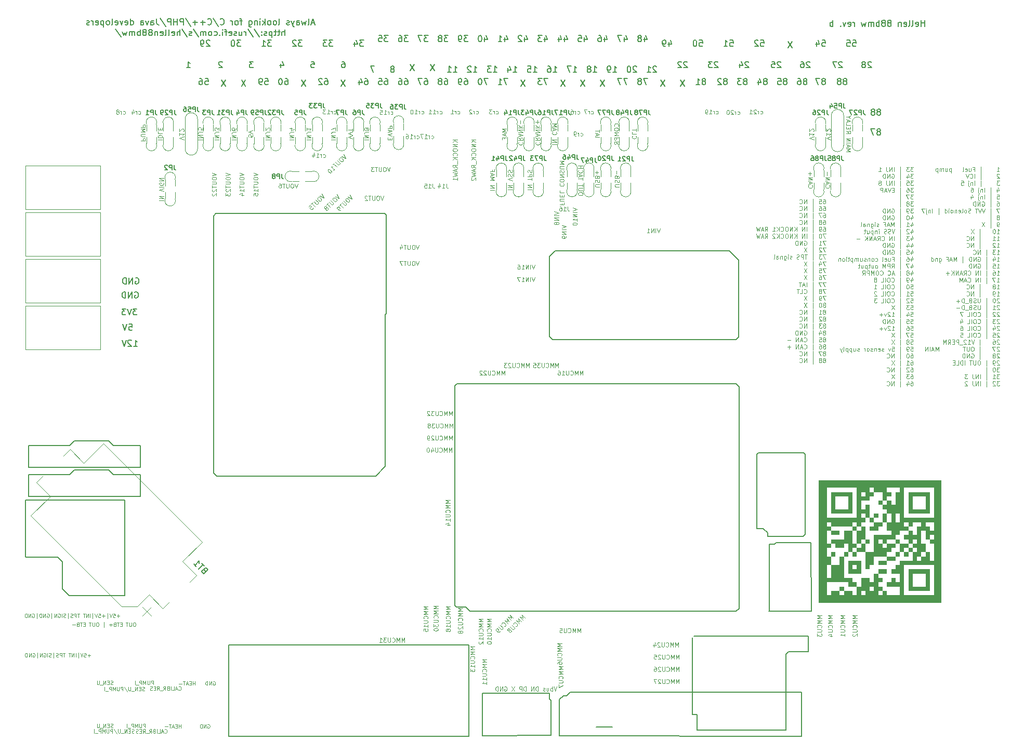
<source format=gbo>
G04 #@! TF.GenerationSoftware,KiCad,Pcbnew,7.0.6-7.0.6~ubuntu22.04.1*
G04 #@! TF.CreationDate,2023-07-13T03:26:03+00:00*
G04 #@! TF.ProjectId,hellen88bmw,68656c6c-656e-4383-9862-6d772e6b6963,B*
G04 #@! TF.SameCoordinates,PX3d1b110PY9269338*
G04 #@! TF.FileFunction,Legend,Bot*
G04 #@! TF.FilePolarity,Positive*
%FSLAX46Y46*%
G04 Gerber Fmt 4.6, Leading zero omitted, Abs format (unit mm)*
G04 Created by KiCad (PCBNEW 7.0.6-7.0.6~ubuntu22.04.1) date 2023-07-13 03:26:03*
%MOMM*%
%LPD*%
G01*
G04 APERTURE LIST*
%ADD10C,0.150000*%
%ADD11C,0.100000*%
%ADD12C,0.127000*%
%ADD13C,0.120000*%
%ADD14C,0.099060*%
%ADD15C,0.200000*%
G04 APERTURE END LIST*
D10*
X67009332Y109818181D02*
X66342666Y108818181D01*
X66342666Y109818181D02*
X67009332Y108818181D01*
D11*
X130774033Y90139667D02*
X130740700Y90106334D01*
X130740700Y90106334D02*
X130707366Y90006334D01*
X130707366Y90006334D02*
X130707366Y89939667D01*
X130707366Y89939667D02*
X130740700Y89839667D01*
X130740700Y89839667D02*
X130807366Y89773000D01*
X130807366Y89773000D02*
X130874033Y89739667D01*
X130874033Y89739667D02*
X131007366Y89706334D01*
X131007366Y89706334D02*
X131107366Y89706334D01*
X131107366Y89706334D02*
X131240700Y89739667D01*
X131240700Y89739667D02*
X131307366Y89773000D01*
X131307366Y89773000D02*
X131374033Y89839667D01*
X131374033Y89839667D02*
X131407366Y89939667D01*
X131407366Y89939667D02*
X131407366Y90006334D01*
X131407366Y90006334D02*
X131374033Y90106334D01*
X131374033Y90106334D02*
X131340700Y90139667D01*
X130907366Y90406334D02*
X130907366Y90739667D01*
X130707366Y90339667D02*
X131407366Y90573000D01*
X131407366Y90573000D02*
X130707366Y90806334D01*
X130707366Y91039667D02*
X131407366Y91039667D01*
X131407366Y91039667D02*
X130707366Y91439667D01*
X130707366Y91439667D02*
X131407366Y91439667D01*
X130974033Y91773000D02*
X130974033Y92306333D01*
D10*
X32461713Y110222943D02*
X32414094Y110270562D01*
X32414094Y110270562D02*
X32318856Y110318181D01*
X32318856Y110318181D02*
X32080761Y110318181D01*
X32080761Y110318181D02*
X31985523Y110270562D01*
X31985523Y110270562D02*
X31937904Y110222943D01*
X31937904Y110222943D02*
X31890285Y110127705D01*
X31890285Y110127705D02*
X31890285Y110032467D01*
X31890285Y110032467D02*
X31937904Y109889610D01*
X31937904Y109889610D02*
X32509332Y109318181D01*
X32509332Y109318181D02*
X31890285Y109318181D01*
X52509332Y107318181D02*
X51842666Y106318181D01*
X51842666Y107318181D02*
X52509332Y106318181D01*
D11*
X30083142Y2222058D02*
X30140285Y2250629D01*
X30140285Y2250629D02*
X30225999Y2250629D01*
X30225999Y2250629D02*
X30311713Y2222058D01*
X30311713Y2222058D02*
X30368856Y2164915D01*
X30368856Y2164915D02*
X30397427Y2107772D01*
X30397427Y2107772D02*
X30425999Y1993486D01*
X30425999Y1993486D02*
X30425999Y1907772D01*
X30425999Y1907772D02*
X30397427Y1793486D01*
X30397427Y1793486D02*
X30368856Y1736343D01*
X30368856Y1736343D02*
X30311713Y1679200D01*
X30311713Y1679200D02*
X30225999Y1650629D01*
X30225999Y1650629D02*
X30168856Y1650629D01*
X30168856Y1650629D02*
X30083142Y1679200D01*
X30083142Y1679200D02*
X30054570Y1707772D01*
X30054570Y1707772D02*
X30054570Y1907772D01*
X30054570Y1907772D02*
X30168856Y1907772D01*
X29797427Y1650629D02*
X29797427Y2250629D01*
X29797427Y2250629D02*
X29454570Y1650629D01*
X29454570Y1650629D02*
X29454570Y2250629D01*
X29168856Y1650629D02*
X29168856Y2250629D01*
X29168856Y2250629D02*
X29025999Y2250629D01*
X29025999Y2250629D02*
X28940285Y2222058D01*
X28940285Y2222058D02*
X28883142Y2164915D01*
X28883142Y2164915D02*
X28854571Y2107772D01*
X28854571Y2107772D02*
X28825999Y1993486D01*
X28825999Y1993486D02*
X28825999Y1907772D01*
X28825999Y1907772D02*
X28854571Y1793486D01*
X28854571Y1793486D02*
X28883142Y1736343D01*
X28883142Y1736343D02*
X28940285Y1679200D01*
X28940285Y1679200D02*
X29025999Y1650629D01*
X29025999Y1650629D02*
X29168856Y1650629D01*
X127974033Y90139667D02*
X127940700Y90106334D01*
X127940700Y90106334D02*
X127907366Y90006334D01*
X127907366Y90006334D02*
X127907366Y89939667D01*
X127907366Y89939667D02*
X127940700Y89839667D01*
X127940700Y89839667D02*
X128007366Y89773000D01*
X128007366Y89773000D02*
X128074033Y89739667D01*
X128074033Y89739667D02*
X128207366Y89706334D01*
X128207366Y89706334D02*
X128307366Y89706334D01*
X128307366Y89706334D02*
X128440700Y89739667D01*
X128440700Y89739667D02*
X128507366Y89773000D01*
X128507366Y89773000D02*
X128574033Y89839667D01*
X128574033Y89839667D02*
X128607366Y89939667D01*
X128607366Y89939667D02*
X128607366Y90006334D01*
X128607366Y90006334D02*
X128574033Y90106334D01*
X128574033Y90106334D02*
X128540700Y90139667D01*
X128107366Y90406334D02*
X128107366Y90739667D01*
X127907366Y90339667D02*
X128607366Y90573000D01*
X128607366Y90573000D02*
X127907366Y90806334D01*
X127907366Y91039667D02*
X128607366Y91039667D01*
X128607366Y91039667D02*
X127907366Y91439667D01*
X127907366Y91439667D02*
X128607366Y91439667D01*
X128174033Y91773000D02*
X128174033Y92306333D01*
X127907366Y92039667D02*
X128440700Y92039667D01*
D10*
X130164095Y113818181D02*
X130640285Y113818181D01*
X130640285Y113818181D02*
X130687904Y113341991D01*
X130687904Y113341991D02*
X130640285Y113389610D01*
X130640285Y113389610D02*
X130545047Y113437229D01*
X130545047Y113437229D02*
X130306952Y113437229D01*
X130306952Y113437229D02*
X130211714Y113389610D01*
X130211714Y113389610D02*
X130164095Y113341991D01*
X130164095Y113341991D02*
X130116476Y113246753D01*
X130116476Y113246753D02*
X130116476Y113008658D01*
X130116476Y113008658D02*
X130164095Y112913420D01*
X130164095Y112913420D02*
X130211714Y112865800D01*
X130211714Y112865800D02*
X130306952Y112818181D01*
X130306952Y112818181D02*
X130545047Y112818181D01*
X130545047Y112818181D02*
X130640285Y112865800D01*
X130640285Y112865800D02*
X130687904Y112913420D01*
X129259333Y113484848D02*
X129259333Y112818181D01*
X129497428Y113865800D02*
X129735523Y113151515D01*
X129735523Y113151515D02*
X129116476Y113151515D01*
X91461714Y114234848D02*
X91461714Y113568181D01*
X91699809Y114615800D02*
X91937904Y113901515D01*
X91937904Y113901515D02*
X91318857Y113901515D01*
X90461714Y114568181D02*
X90937904Y114568181D01*
X90937904Y114568181D02*
X90985523Y114091991D01*
X90985523Y114091991D02*
X90937904Y114139610D01*
X90937904Y114139610D02*
X90842666Y114187229D01*
X90842666Y114187229D02*
X90604571Y114187229D01*
X90604571Y114187229D02*
X90509333Y114139610D01*
X90509333Y114139610D02*
X90461714Y114091991D01*
X90461714Y114091991D02*
X90414095Y113996753D01*
X90414095Y113996753D02*
X90414095Y113758658D01*
X90414095Y113758658D02*
X90461714Y113663420D01*
X90461714Y113663420D02*
X90509333Y113615800D01*
X90509333Y113615800D02*
X90604571Y113568181D01*
X90604571Y113568181D02*
X90842666Y113568181D01*
X90842666Y113568181D02*
X90937904Y113615800D01*
X90937904Y113615800D02*
X90985523Y113663420D01*
X72485523Y114568181D02*
X71866476Y114568181D01*
X71866476Y114568181D02*
X72199809Y114187229D01*
X72199809Y114187229D02*
X72056952Y114187229D01*
X72056952Y114187229D02*
X71961714Y114139610D01*
X71961714Y114139610D02*
X71914095Y114091991D01*
X71914095Y114091991D02*
X71866476Y113996753D01*
X71866476Y113996753D02*
X71866476Y113758658D01*
X71866476Y113758658D02*
X71914095Y113663420D01*
X71914095Y113663420D02*
X71961714Y113615800D01*
X71961714Y113615800D02*
X72056952Y113568181D01*
X72056952Y113568181D02*
X72342666Y113568181D01*
X72342666Y113568181D02*
X72437904Y113615800D01*
X72437904Y113615800D02*
X72485523Y113663420D01*
X71390285Y113568181D02*
X71199809Y113568181D01*
X71199809Y113568181D02*
X71104571Y113615800D01*
X71104571Y113615800D02*
X71056952Y113663420D01*
X71056952Y113663420D02*
X70961714Y113806277D01*
X70961714Y113806277D02*
X70914095Y113996753D01*
X70914095Y113996753D02*
X70914095Y114377705D01*
X70914095Y114377705D02*
X70961714Y114472943D01*
X70961714Y114472943D02*
X71009333Y114520562D01*
X71009333Y114520562D02*
X71104571Y114568181D01*
X71104571Y114568181D02*
X71295047Y114568181D01*
X71295047Y114568181D02*
X71390285Y114520562D01*
X71390285Y114520562D02*
X71437904Y114472943D01*
X71437904Y114472943D02*
X71485523Y114377705D01*
X71485523Y114377705D02*
X71485523Y114139610D01*
X71485523Y114139610D02*
X71437904Y114044372D01*
X71437904Y114044372D02*
X71390285Y113996753D01*
X71390285Y113996753D02*
X71295047Y113949134D01*
X71295047Y113949134D02*
X71104571Y113949134D01*
X71104571Y113949134D02*
X71009333Y113996753D01*
X71009333Y113996753D02*
X70961714Y114044372D01*
X70961714Y114044372D02*
X70914095Y114139610D01*
X63759332Y109818181D02*
X63092666Y108818181D01*
X63092666Y109818181D02*
X63759332Y108818181D01*
D11*
X14625999Y8779200D02*
X14540285Y8750629D01*
X14540285Y8750629D02*
X14397427Y8750629D01*
X14397427Y8750629D02*
X14340285Y8779200D01*
X14340285Y8779200D02*
X14311713Y8807772D01*
X14311713Y8807772D02*
X14283142Y8864915D01*
X14283142Y8864915D02*
X14283142Y8922058D01*
X14283142Y8922058D02*
X14311713Y8979200D01*
X14311713Y8979200D02*
X14340285Y9007772D01*
X14340285Y9007772D02*
X14397427Y9036343D01*
X14397427Y9036343D02*
X14511713Y9064915D01*
X14511713Y9064915D02*
X14568856Y9093486D01*
X14568856Y9093486D02*
X14597427Y9122058D01*
X14597427Y9122058D02*
X14625999Y9179200D01*
X14625999Y9179200D02*
X14625999Y9236343D01*
X14625999Y9236343D02*
X14597427Y9293486D01*
X14597427Y9293486D02*
X14568856Y9322058D01*
X14568856Y9322058D02*
X14511713Y9350629D01*
X14511713Y9350629D02*
X14368856Y9350629D01*
X14368856Y9350629D02*
X14283142Y9322058D01*
X14025998Y9064915D02*
X13825998Y9064915D01*
X13740284Y8750629D02*
X14025998Y8750629D01*
X14025998Y8750629D02*
X14025998Y9350629D01*
X14025998Y9350629D02*
X13740284Y9350629D01*
X13483141Y8750629D02*
X13483141Y9350629D01*
X13483141Y9350629D02*
X13140284Y8750629D01*
X13140284Y8750629D02*
X13140284Y9350629D01*
X12997428Y8693486D02*
X12540285Y8693486D01*
X12397427Y9350629D02*
X12397427Y8864915D01*
X12397427Y8864915D02*
X12368856Y8807772D01*
X12368856Y8807772D02*
X12340285Y8779200D01*
X12340285Y8779200D02*
X12283142Y8750629D01*
X12283142Y8750629D02*
X12168856Y8750629D01*
X12168856Y8750629D02*
X12111713Y8779200D01*
X12111713Y8779200D02*
X12083142Y8807772D01*
X12083142Y8807772D02*
X12054570Y8864915D01*
X12054570Y8864915D02*
X12054570Y9350629D01*
X18175999Y18850629D02*
X18061713Y18850629D01*
X18061713Y18850629D02*
X18004570Y18822058D01*
X18004570Y18822058D02*
X17947427Y18764915D01*
X17947427Y18764915D02*
X17918856Y18650629D01*
X17918856Y18650629D02*
X17918856Y18450629D01*
X17918856Y18450629D02*
X17947427Y18336343D01*
X17947427Y18336343D02*
X18004570Y18279200D01*
X18004570Y18279200D02*
X18061713Y18250629D01*
X18061713Y18250629D02*
X18175999Y18250629D01*
X18175999Y18250629D02*
X18233142Y18279200D01*
X18233142Y18279200D02*
X18290284Y18336343D01*
X18290284Y18336343D02*
X18318856Y18450629D01*
X18318856Y18450629D02*
X18318856Y18650629D01*
X18318856Y18650629D02*
X18290284Y18764915D01*
X18290284Y18764915D02*
X18233142Y18822058D01*
X18233142Y18822058D02*
X18175999Y18850629D01*
X17661713Y18850629D02*
X17661713Y18364915D01*
X17661713Y18364915D02*
X17633142Y18307772D01*
X17633142Y18307772D02*
X17604571Y18279200D01*
X17604571Y18279200D02*
X17547428Y18250629D01*
X17547428Y18250629D02*
X17433142Y18250629D01*
X17433142Y18250629D02*
X17375999Y18279200D01*
X17375999Y18279200D02*
X17347428Y18307772D01*
X17347428Y18307772D02*
X17318856Y18364915D01*
X17318856Y18364915D02*
X17318856Y18850629D01*
X17118857Y18850629D02*
X16776000Y18850629D01*
X16947428Y18250629D02*
X16947428Y18850629D01*
X16118856Y18564915D02*
X15918856Y18564915D01*
X15833142Y18250629D02*
X16118856Y18250629D01*
X16118856Y18250629D02*
X16118856Y18850629D01*
X16118856Y18850629D02*
X15833142Y18850629D01*
X15661714Y18850629D02*
X15318857Y18850629D01*
X15490285Y18250629D02*
X15490285Y18850629D01*
X14918856Y18564915D02*
X14833142Y18536343D01*
X14833142Y18536343D02*
X14804571Y18507772D01*
X14804571Y18507772D02*
X14775999Y18450629D01*
X14775999Y18450629D02*
X14775999Y18364915D01*
X14775999Y18364915D02*
X14804571Y18307772D01*
X14804571Y18307772D02*
X14833142Y18279200D01*
X14833142Y18279200D02*
X14890285Y18250629D01*
X14890285Y18250629D02*
X15118856Y18250629D01*
X15118856Y18250629D02*
X15118856Y18850629D01*
X15118856Y18850629D02*
X14918856Y18850629D01*
X14918856Y18850629D02*
X14861714Y18822058D01*
X14861714Y18822058D02*
X14833142Y18793486D01*
X14833142Y18793486D02*
X14804571Y18736343D01*
X14804571Y18736343D02*
X14804571Y18679200D01*
X14804571Y18679200D02*
X14833142Y18622058D01*
X14833142Y18622058D02*
X14861714Y18593486D01*
X14861714Y18593486D02*
X14918856Y18564915D01*
X14918856Y18564915D02*
X15118856Y18564915D01*
X14518856Y18479200D02*
X14061714Y18479200D01*
X14290285Y18250629D02*
X14290285Y18707772D01*
X13175999Y18050629D02*
X13175999Y18907772D01*
X12175999Y18850629D02*
X12061713Y18850629D01*
X12061713Y18850629D02*
X12004570Y18822058D01*
X12004570Y18822058D02*
X11947427Y18764915D01*
X11947427Y18764915D02*
X11918856Y18650629D01*
X11918856Y18650629D02*
X11918856Y18450629D01*
X11918856Y18450629D02*
X11947427Y18336343D01*
X11947427Y18336343D02*
X12004570Y18279200D01*
X12004570Y18279200D02*
X12061713Y18250629D01*
X12061713Y18250629D02*
X12175999Y18250629D01*
X12175999Y18250629D02*
X12233142Y18279200D01*
X12233142Y18279200D02*
X12290284Y18336343D01*
X12290284Y18336343D02*
X12318856Y18450629D01*
X12318856Y18450629D02*
X12318856Y18650629D01*
X12318856Y18650629D02*
X12290284Y18764915D01*
X12290284Y18764915D02*
X12233142Y18822058D01*
X12233142Y18822058D02*
X12175999Y18850629D01*
X11661713Y18850629D02*
X11661713Y18364915D01*
X11661713Y18364915D02*
X11633142Y18307772D01*
X11633142Y18307772D02*
X11604571Y18279200D01*
X11604571Y18279200D02*
X11547428Y18250629D01*
X11547428Y18250629D02*
X11433142Y18250629D01*
X11433142Y18250629D02*
X11375999Y18279200D01*
X11375999Y18279200D02*
X11347428Y18307772D01*
X11347428Y18307772D02*
X11318856Y18364915D01*
X11318856Y18364915D02*
X11318856Y18850629D01*
X11118857Y18850629D02*
X10776000Y18850629D01*
X10947428Y18250629D02*
X10947428Y18850629D01*
X10118856Y18564915D02*
X9918856Y18564915D01*
X9833142Y18250629D02*
X10118856Y18250629D01*
X10118856Y18250629D02*
X10118856Y18850629D01*
X10118856Y18850629D02*
X9833142Y18850629D01*
X9661714Y18850629D02*
X9318857Y18850629D01*
X9490285Y18250629D02*
X9490285Y18850629D01*
X8918856Y18564915D02*
X8833142Y18536343D01*
X8833142Y18536343D02*
X8804571Y18507772D01*
X8804571Y18507772D02*
X8775999Y18450629D01*
X8775999Y18450629D02*
X8775999Y18364915D01*
X8775999Y18364915D02*
X8804571Y18307772D01*
X8804571Y18307772D02*
X8833142Y18279200D01*
X8833142Y18279200D02*
X8890285Y18250629D01*
X8890285Y18250629D02*
X9118856Y18250629D01*
X9118856Y18250629D02*
X9118856Y18850629D01*
X9118856Y18850629D02*
X8918856Y18850629D01*
X8918856Y18850629D02*
X8861714Y18822058D01*
X8861714Y18822058D02*
X8833142Y18793486D01*
X8833142Y18793486D02*
X8804571Y18736343D01*
X8804571Y18736343D02*
X8804571Y18679200D01*
X8804571Y18679200D02*
X8833142Y18622058D01*
X8833142Y18622058D02*
X8861714Y18593486D01*
X8861714Y18593486D02*
X8918856Y18564915D01*
X8918856Y18564915D02*
X9118856Y18564915D01*
X8518856Y18479200D02*
X8061714Y18479200D01*
X55607366Y97556334D02*
X56307366Y97556334D01*
X55607366Y97889667D02*
X56307366Y97889667D01*
X56307366Y97889667D02*
X55607366Y98289667D01*
X55607366Y98289667D02*
X56307366Y98289667D01*
X56307366Y98823000D02*
X55807366Y98823000D01*
X55807366Y98823000D02*
X55707366Y98789667D01*
X55707366Y98789667D02*
X55640700Y98723000D01*
X55640700Y98723000D02*
X55607366Y98623000D01*
X55607366Y98623000D02*
X55607366Y98556333D01*
X56007366Y99256333D02*
X56040700Y99189666D01*
X56040700Y99189666D02*
X56074033Y99156333D01*
X56074033Y99156333D02*
X56140700Y99123000D01*
X56140700Y99123000D02*
X56174033Y99123000D01*
X56174033Y99123000D02*
X56240700Y99156333D01*
X56240700Y99156333D02*
X56274033Y99189666D01*
X56274033Y99189666D02*
X56307366Y99256333D01*
X56307366Y99256333D02*
X56307366Y99389666D01*
X56307366Y99389666D02*
X56274033Y99456333D01*
X56274033Y99456333D02*
X56240700Y99489666D01*
X56240700Y99489666D02*
X56174033Y99523000D01*
X56174033Y99523000D02*
X56140700Y99523000D01*
X56140700Y99523000D02*
X56074033Y99489666D01*
X56074033Y99489666D02*
X56040700Y99456333D01*
X56040700Y99456333D02*
X56007366Y99389666D01*
X56007366Y99389666D02*
X56007366Y99256333D01*
X56007366Y99256333D02*
X55974033Y99189666D01*
X55974033Y99189666D02*
X55940700Y99156333D01*
X55940700Y99156333D02*
X55874033Y99123000D01*
X55874033Y99123000D02*
X55740700Y99123000D01*
X55740700Y99123000D02*
X55674033Y99156333D01*
X55674033Y99156333D02*
X55640700Y99189666D01*
X55640700Y99189666D02*
X55607366Y99256333D01*
X55607366Y99256333D02*
X55607366Y99389666D01*
X55607366Y99389666D02*
X55640700Y99456333D01*
X55640700Y99456333D02*
X55674033Y99489666D01*
X55674033Y99489666D02*
X55740700Y99523000D01*
X55740700Y99523000D02*
X55874033Y99523000D01*
X55874033Y99523000D02*
X55940700Y99489666D01*
X55940700Y99489666D02*
X55974033Y99456333D01*
X55974033Y99456333D02*
X56007366Y99389666D01*
X19768856Y7779200D02*
X19683142Y7750629D01*
X19683142Y7750629D02*
X19540284Y7750629D01*
X19540284Y7750629D02*
X19483142Y7779200D01*
X19483142Y7779200D02*
X19454570Y7807772D01*
X19454570Y7807772D02*
X19425999Y7864915D01*
X19425999Y7864915D02*
X19425999Y7922058D01*
X19425999Y7922058D02*
X19454570Y7979200D01*
X19454570Y7979200D02*
X19483142Y8007772D01*
X19483142Y8007772D02*
X19540284Y8036343D01*
X19540284Y8036343D02*
X19654570Y8064915D01*
X19654570Y8064915D02*
X19711713Y8093486D01*
X19711713Y8093486D02*
X19740284Y8122058D01*
X19740284Y8122058D02*
X19768856Y8179200D01*
X19768856Y8179200D02*
X19768856Y8236343D01*
X19768856Y8236343D02*
X19740284Y8293486D01*
X19740284Y8293486D02*
X19711713Y8322058D01*
X19711713Y8322058D02*
X19654570Y8350629D01*
X19654570Y8350629D02*
X19511713Y8350629D01*
X19511713Y8350629D02*
X19425999Y8322058D01*
X19168855Y8064915D02*
X18968855Y8064915D01*
X18883141Y7750629D02*
X19168855Y7750629D01*
X19168855Y7750629D02*
X19168855Y8350629D01*
X19168855Y8350629D02*
X18883141Y8350629D01*
X18625998Y7750629D02*
X18625998Y8350629D01*
X18625998Y8350629D02*
X18283141Y7750629D01*
X18283141Y7750629D02*
X18283141Y8350629D01*
X18140285Y7693486D02*
X17683142Y7693486D01*
X17540284Y8350629D02*
X17540284Y7864915D01*
X17540284Y7864915D02*
X17511713Y7807772D01*
X17511713Y7807772D02*
X17483142Y7779200D01*
X17483142Y7779200D02*
X17425999Y7750629D01*
X17425999Y7750629D02*
X17311713Y7750629D01*
X17311713Y7750629D02*
X17254570Y7779200D01*
X17254570Y7779200D02*
X17225999Y7807772D01*
X17225999Y7807772D02*
X17197427Y7864915D01*
X17197427Y7864915D02*
X17197427Y8350629D01*
X16483142Y8379200D02*
X16997428Y7607772D01*
X16283142Y7750629D02*
X16283142Y8350629D01*
X16283142Y8350629D02*
X16054571Y8350629D01*
X16054571Y8350629D02*
X15997428Y8322058D01*
X15997428Y8322058D02*
X15968857Y8293486D01*
X15968857Y8293486D02*
X15940285Y8236343D01*
X15940285Y8236343D02*
X15940285Y8150629D01*
X15940285Y8150629D02*
X15968857Y8093486D01*
X15968857Y8093486D02*
X15997428Y8064915D01*
X15997428Y8064915D02*
X16054571Y8036343D01*
X16054571Y8036343D02*
X16283142Y8036343D01*
X15683142Y8350629D02*
X15683142Y7864915D01*
X15683142Y7864915D02*
X15654571Y7807772D01*
X15654571Y7807772D02*
X15626000Y7779200D01*
X15626000Y7779200D02*
X15568857Y7750629D01*
X15568857Y7750629D02*
X15454571Y7750629D01*
X15454571Y7750629D02*
X15397428Y7779200D01*
X15397428Y7779200D02*
X15368857Y7807772D01*
X15368857Y7807772D02*
X15340285Y7864915D01*
X15340285Y7864915D02*
X15340285Y8350629D01*
X15054571Y7750629D02*
X15054571Y8350629D01*
X15054571Y8350629D02*
X14854571Y7922058D01*
X14854571Y7922058D02*
X14654571Y8350629D01*
X14654571Y8350629D02*
X14654571Y7750629D01*
X14368857Y7750629D02*
X14368857Y8350629D01*
X14368857Y8350629D02*
X14140286Y8350629D01*
X14140286Y8350629D02*
X14083143Y8322058D01*
X14083143Y8322058D02*
X14054572Y8293486D01*
X14054572Y8293486D02*
X14026000Y8236343D01*
X14026000Y8236343D02*
X14026000Y8150629D01*
X14026000Y8150629D02*
X14054572Y8093486D01*
X14054572Y8093486D02*
X14083143Y8064915D01*
X14083143Y8064915D02*
X14140286Y8036343D01*
X14140286Y8036343D02*
X14368857Y8036343D01*
X13911715Y7693486D02*
X13454572Y7693486D01*
X13311714Y7750629D02*
X13311714Y8350629D01*
D10*
X124247428Y107139610D02*
X124342666Y107187229D01*
X124342666Y107187229D02*
X124390285Y107234848D01*
X124390285Y107234848D02*
X124437904Y107330086D01*
X124437904Y107330086D02*
X124437904Y107377705D01*
X124437904Y107377705D02*
X124390285Y107472943D01*
X124390285Y107472943D02*
X124342666Y107520562D01*
X124342666Y107520562D02*
X124247428Y107568181D01*
X124247428Y107568181D02*
X124056952Y107568181D01*
X124056952Y107568181D02*
X123961714Y107520562D01*
X123961714Y107520562D02*
X123914095Y107472943D01*
X123914095Y107472943D02*
X123866476Y107377705D01*
X123866476Y107377705D02*
X123866476Y107330086D01*
X123866476Y107330086D02*
X123914095Y107234848D01*
X123914095Y107234848D02*
X123961714Y107187229D01*
X123961714Y107187229D02*
X124056952Y107139610D01*
X124056952Y107139610D02*
X124247428Y107139610D01*
X124247428Y107139610D02*
X124342666Y107091991D01*
X124342666Y107091991D02*
X124390285Y107044372D01*
X124390285Y107044372D02*
X124437904Y106949134D01*
X124437904Y106949134D02*
X124437904Y106758658D01*
X124437904Y106758658D02*
X124390285Y106663420D01*
X124390285Y106663420D02*
X124342666Y106615800D01*
X124342666Y106615800D02*
X124247428Y106568181D01*
X124247428Y106568181D02*
X124056952Y106568181D01*
X124056952Y106568181D02*
X123961714Y106615800D01*
X123961714Y106615800D02*
X123914095Y106663420D01*
X123914095Y106663420D02*
X123866476Y106758658D01*
X123866476Y106758658D02*
X123866476Y106949134D01*
X123866476Y106949134D02*
X123914095Y107044372D01*
X123914095Y107044372D02*
X123961714Y107091991D01*
X123961714Y107091991D02*
X124056952Y107139610D01*
X122961714Y107568181D02*
X123437904Y107568181D01*
X123437904Y107568181D02*
X123485523Y107091991D01*
X123485523Y107091991D02*
X123437904Y107139610D01*
X123437904Y107139610D02*
X123342666Y107187229D01*
X123342666Y107187229D02*
X123104571Y107187229D01*
X123104571Y107187229D02*
X123009333Y107139610D01*
X123009333Y107139610D02*
X122961714Y107091991D01*
X122961714Y107091991D02*
X122914095Y106996753D01*
X122914095Y106996753D02*
X122914095Y106758658D01*
X122914095Y106758658D02*
X122961714Y106663420D01*
X122961714Y106663420D02*
X123009333Y106615800D01*
X123009333Y106615800D02*
X123104571Y106568181D01*
X123104571Y106568181D02*
X123342666Y106568181D01*
X123342666Y106568181D02*
X123437904Y106615800D01*
X123437904Y106615800D02*
X123485523Y106663420D01*
X76616476Y108568181D02*
X77187904Y108568181D01*
X76902190Y108568181D02*
X76902190Y109568181D01*
X76902190Y109568181D02*
X76997428Y109425324D01*
X76997428Y109425324D02*
X77092666Y109330086D01*
X77092666Y109330086D02*
X77187904Y109282467D01*
X76283142Y109568181D02*
X75664095Y109568181D01*
X75664095Y109568181D02*
X75997428Y109187229D01*
X75997428Y109187229D02*
X75854571Y109187229D01*
X75854571Y109187229D02*
X75759333Y109139610D01*
X75759333Y109139610D02*
X75711714Y109091991D01*
X75711714Y109091991D02*
X75664095Y108996753D01*
X75664095Y108996753D02*
X75664095Y108758658D01*
X75664095Y108758658D02*
X75711714Y108663420D01*
X75711714Y108663420D02*
X75759333Y108615800D01*
X75759333Y108615800D02*
X75854571Y108568181D01*
X75854571Y108568181D02*
X76140285Y108568181D01*
X76140285Y108568181D02*
X76235523Y108615800D01*
X76235523Y108615800D02*
X76283142Y108663420D01*
X46009332Y107318181D02*
X45342666Y106318181D01*
X45342666Y107318181D02*
X46009332Y106318181D01*
D11*
X19207366Y97423001D02*
X19907366Y97423001D01*
X19907366Y97423001D02*
X19907366Y97689668D01*
X19907366Y97689668D02*
X19874033Y97756334D01*
X19874033Y97756334D02*
X19840700Y97789668D01*
X19840700Y97789668D02*
X19774033Y97823001D01*
X19774033Y97823001D02*
X19674033Y97823001D01*
X19674033Y97823001D02*
X19607366Y97789668D01*
X19607366Y97789668D02*
X19574033Y97756334D01*
X19574033Y97756334D02*
X19540700Y97689668D01*
X19540700Y97689668D02*
X19540700Y97423001D01*
X19907366Y98123001D02*
X19340700Y98123001D01*
X19340700Y98123001D02*
X19274033Y98156334D01*
X19274033Y98156334D02*
X19240700Y98189668D01*
X19240700Y98189668D02*
X19207366Y98256334D01*
X19207366Y98256334D02*
X19207366Y98389668D01*
X19207366Y98389668D02*
X19240700Y98456334D01*
X19240700Y98456334D02*
X19274033Y98489668D01*
X19274033Y98489668D02*
X19340700Y98523001D01*
X19340700Y98523001D02*
X19907366Y98523001D01*
X19207366Y98856334D02*
X19907366Y98856334D01*
X19907366Y98856334D02*
X19407366Y99089667D01*
X19407366Y99089667D02*
X19907366Y99323001D01*
X19907366Y99323001D02*
X19207366Y99323001D01*
X19207366Y99656334D02*
X19907366Y99656334D01*
X19907366Y99656334D02*
X19907366Y99923001D01*
X19907366Y99923001D02*
X19874033Y99989667D01*
X19874033Y99989667D02*
X19840700Y100023001D01*
X19840700Y100023001D02*
X19774033Y100056334D01*
X19774033Y100056334D02*
X19674033Y100056334D01*
X19674033Y100056334D02*
X19607366Y100023001D01*
X19607366Y100023001D02*
X19574033Y99989667D01*
X19574033Y99989667D02*
X19540700Y99923001D01*
X19540700Y99923001D02*
X19540700Y99656334D01*
D10*
X29664095Y107568181D02*
X30140285Y107568181D01*
X30140285Y107568181D02*
X30187904Y107091991D01*
X30187904Y107091991D02*
X30140285Y107139610D01*
X30140285Y107139610D02*
X30045047Y107187229D01*
X30045047Y107187229D02*
X29806952Y107187229D01*
X29806952Y107187229D02*
X29711714Y107139610D01*
X29711714Y107139610D02*
X29664095Y107091991D01*
X29664095Y107091991D02*
X29616476Y106996753D01*
X29616476Y106996753D02*
X29616476Y106758658D01*
X29616476Y106758658D02*
X29664095Y106663420D01*
X29664095Y106663420D02*
X29711714Y106615800D01*
X29711714Y106615800D02*
X29806952Y106568181D01*
X29806952Y106568181D02*
X30045047Y106568181D01*
X30045047Y106568181D02*
X30140285Y106615800D01*
X30140285Y106615800D02*
X30187904Y106663420D01*
X28759333Y107568181D02*
X28949809Y107568181D01*
X28949809Y107568181D02*
X29045047Y107520562D01*
X29045047Y107520562D02*
X29092666Y107472943D01*
X29092666Y107472943D02*
X29187904Y107330086D01*
X29187904Y107330086D02*
X29235523Y107139610D01*
X29235523Y107139610D02*
X29235523Y106758658D01*
X29235523Y106758658D02*
X29187904Y106663420D01*
X29187904Y106663420D02*
X29140285Y106615800D01*
X29140285Y106615800D02*
X29045047Y106568181D01*
X29045047Y106568181D02*
X28854571Y106568181D01*
X28854571Y106568181D02*
X28759333Y106615800D01*
X28759333Y106615800D02*
X28711714Y106663420D01*
X28711714Y106663420D02*
X28664095Y106758658D01*
X28664095Y106758658D02*
X28664095Y106996753D01*
X28664095Y106996753D02*
X28711714Y107091991D01*
X28711714Y107091991D02*
X28759333Y107139610D01*
X28759333Y107139610D02*
X28854571Y107187229D01*
X28854571Y107187229D02*
X29045047Y107187229D01*
X29045047Y107187229D02*
X29140285Y107139610D01*
X29140285Y107139610D02*
X29187904Y107091991D01*
X29187904Y107091991D02*
X29235523Y106996753D01*
D11*
X82207366Y89447371D02*
X82907366Y89447371D01*
X82207366Y89780704D02*
X82907366Y89780704D01*
X82907366Y89780704D02*
X82207366Y90180704D01*
X82207366Y90180704D02*
X82907366Y90180704D01*
X82907366Y90947370D02*
X82907366Y91347370D01*
X82207366Y91147370D02*
X82907366Y91147370D01*
X82207366Y91580703D02*
X82907366Y91580703D01*
X82907366Y91580703D02*
X82907366Y91847370D01*
X82907366Y91847370D02*
X82874033Y91914036D01*
X82874033Y91914036D02*
X82840700Y91947370D01*
X82840700Y91947370D02*
X82774033Y91980703D01*
X82774033Y91980703D02*
X82674033Y91980703D01*
X82674033Y91980703D02*
X82607366Y91947370D01*
X82607366Y91947370D02*
X82574033Y91914036D01*
X82574033Y91914036D02*
X82540700Y91847370D01*
X82540700Y91847370D02*
X82540700Y91580703D01*
X82240700Y92247370D02*
X82207366Y92347370D01*
X82207366Y92347370D02*
X82207366Y92514036D01*
X82207366Y92514036D02*
X82240700Y92580703D01*
X82240700Y92580703D02*
X82274033Y92614036D01*
X82274033Y92614036D02*
X82340700Y92647370D01*
X82340700Y92647370D02*
X82407366Y92647370D01*
X82407366Y92647370D02*
X82474033Y92614036D01*
X82474033Y92614036D02*
X82507366Y92580703D01*
X82507366Y92580703D02*
X82540700Y92514036D01*
X82540700Y92514036D02*
X82574033Y92380703D01*
X82574033Y92380703D02*
X82607366Y92314036D01*
X82607366Y92314036D02*
X82640700Y92280703D01*
X82640700Y92280703D02*
X82707366Y92247370D01*
X82707366Y92247370D02*
X82774033Y92247370D01*
X82774033Y92247370D02*
X82840700Y92280703D01*
X82840700Y92280703D02*
X82874033Y92314036D01*
X82874033Y92314036D02*
X82907366Y92380703D01*
X82907366Y92380703D02*
X82907366Y92547370D01*
X82907366Y92547370D02*
X82874033Y92647370D01*
D10*
X139476344Y98901416D02*
X139571582Y98949035D01*
X139571582Y98949035D02*
X139619201Y98996654D01*
X139619201Y98996654D02*
X139666820Y99091892D01*
X139666820Y99091892D02*
X139666820Y99139511D01*
X139666820Y99139511D02*
X139619201Y99234749D01*
X139619201Y99234749D02*
X139571582Y99282368D01*
X139571582Y99282368D02*
X139476344Y99329987D01*
X139476344Y99329987D02*
X139285868Y99329987D01*
X139285868Y99329987D02*
X139190630Y99282368D01*
X139190630Y99282368D02*
X139143011Y99234749D01*
X139143011Y99234749D02*
X139095392Y99139511D01*
X139095392Y99139511D02*
X139095392Y99091892D01*
X139095392Y99091892D02*
X139143011Y98996654D01*
X139143011Y98996654D02*
X139190630Y98949035D01*
X139190630Y98949035D02*
X139285868Y98901416D01*
X139285868Y98901416D02*
X139476344Y98901416D01*
X139476344Y98901416D02*
X139571582Y98853797D01*
X139571582Y98853797D02*
X139619201Y98806178D01*
X139619201Y98806178D02*
X139666820Y98710940D01*
X139666820Y98710940D02*
X139666820Y98520464D01*
X139666820Y98520464D02*
X139619201Y98425226D01*
X139619201Y98425226D02*
X139571582Y98377606D01*
X139571582Y98377606D02*
X139476344Y98329987D01*
X139476344Y98329987D02*
X139285868Y98329987D01*
X139285868Y98329987D02*
X139190630Y98377606D01*
X139190630Y98377606D02*
X139143011Y98425226D01*
X139143011Y98425226D02*
X139095392Y98520464D01*
X139095392Y98520464D02*
X139095392Y98710940D01*
X139095392Y98710940D02*
X139143011Y98806178D01*
X139143011Y98806178D02*
X139190630Y98853797D01*
X139190630Y98853797D02*
X139285868Y98901416D01*
X138762058Y99329987D02*
X138095392Y99329987D01*
X138095392Y99329987D02*
X138523963Y98329987D01*
X138187904Y110222943D02*
X138140285Y110270562D01*
X138140285Y110270562D02*
X138045047Y110318181D01*
X138045047Y110318181D02*
X137806952Y110318181D01*
X137806952Y110318181D02*
X137711714Y110270562D01*
X137711714Y110270562D02*
X137664095Y110222943D01*
X137664095Y110222943D02*
X137616476Y110127705D01*
X137616476Y110127705D02*
X137616476Y110032467D01*
X137616476Y110032467D02*
X137664095Y109889610D01*
X137664095Y109889610D02*
X138235523Y109318181D01*
X138235523Y109318181D02*
X137616476Y109318181D01*
X137045047Y109889610D02*
X137140285Y109937229D01*
X137140285Y109937229D02*
X137187904Y109984848D01*
X137187904Y109984848D02*
X137235523Y110080086D01*
X137235523Y110080086D02*
X137235523Y110127705D01*
X137235523Y110127705D02*
X137187904Y110222943D01*
X137187904Y110222943D02*
X137140285Y110270562D01*
X137140285Y110270562D02*
X137045047Y110318181D01*
X137045047Y110318181D02*
X136854571Y110318181D01*
X136854571Y110318181D02*
X136759333Y110270562D01*
X136759333Y110270562D02*
X136711714Y110222943D01*
X136711714Y110222943D02*
X136664095Y110127705D01*
X136664095Y110127705D02*
X136664095Y110080086D01*
X136664095Y110080086D02*
X136711714Y109984848D01*
X136711714Y109984848D02*
X136759333Y109937229D01*
X136759333Y109937229D02*
X136854571Y109889610D01*
X136854571Y109889610D02*
X137045047Y109889610D01*
X137045047Y109889610D02*
X137140285Y109841991D01*
X137140285Y109841991D02*
X137187904Y109794372D01*
X137187904Y109794372D02*
X137235523Y109699134D01*
X137235523Y109699134D02*
X137235523Y109508658D01*
X137235523Y109508658D02*
X137187904Y109413420D01*
X137187904Y109413420D02*
X137140285Y109365800D01*
X137140285Y109365800D02*
X137045047Y109318181D01*
X137045047Y109318181D02*
X136854571Y109318181D01*
X136854571Y109318181D02*
X136759333Y109365800D01*
X136759333Y109365800D02*
X136711714Y109413420D01*
X136711714Y109413420D02*
X136664095Y109508658D01*
X136664095Y109508658D02*
X136664095Y109699134D01*
X136664095Y109699134D02*
X136711714Y109794372D01*
X136711714Y109794372D02*
X136759333Y109841991D01*
X136759333Y109841991D02*
X136854571Y109889610D01*
X59485523Y114568181D02*
X58866476Y114568181D01*
X58866476Y114568181D02*
X59199809Y114187229D01*
X59199809Y114187229D02*
X59056952Y114187229D01*
X59056952Y114187229D02*
X58961714Y114139610D01*
X58961714Y114139610D02*
X58914095Y114091991D01*
X58914095Y114091991D02*
X58866476Y113996753D01*
X58866476Y113996753D02*
X58866476Y113758658D01*
X58866476Y113758658D02*
X58914095Y113663420D01*
X58914095Y113663420D02*
X58961714Y113615800D01*
X58961714Y113615800D02*
X59056952Y113568181D01*
X59056952Y113568181D02*
X59342666Y113568181D01*
X59342666Y113568181D02*
X59437904Y113615800D01*
X59437904Y113615800D02*
X59485523Y113663420D01*
X57961714Y114568181D02*
X58437904Y114568181D01*
X58437904Y114568181D02*
X58485523Y114091991D01*
X58485523Y114091991D02*
X58437904Y114139610D01*
X58437904Y114139610D02*
X58342666Y114187229D01*
X58342666Y114187229D02*
X58104571Y114187229D01*
X58104571Y114187229D02*
X58009333Y114139610D01*
X58009333Y114139610D02*
X57961714Y114091991D01*
X57961714Y114091991D02*
X57914095Y113996753D01*
X57914095Y113996753D02*
X57914095Y113758658D01*
X57914095Y113758658D02*
X57961714Y113663420D01*
X57961714Y113663420D02*
X58009333Y113615800D01*
X58009333Y113615800D02*
X58104571Y113568181D01*
X58104571Y113568181D02*
X58342666Y113568181D01*
X58342666Y113568181D02*
X58437904Y113615800D01*
X58437904Y113615800D02*
X58485523Y113663420D01*
D11*
X97107366Y89906334D02*
X96540700Y89906334D01*
X96540700Y89906334D02*
X96474033Y89939667D01*
X96474033Y89939667D02*
X96440700Y89973001D01*
X96440700Y89973001D02*
X96407366Y90039667D01*
X96407366Y90039667D02*
X96407366Y90173001D01*
X96407366Y90173001D02*
X96440700Y90239667D01*
X96440700Y90239667D02*
X96474033Y90273001D01*
X96474033Y90273001D02*
X96540700Y90306334D01*
X96540700Y90306334D02*
X97107366Y90306334D01*
X96440700Y90606334D02*
X96407366Y90706334D01*
X96407366Y90706334D02*
X96407366Y90873000D01*
X96407366Y90873000D02*
X96440700Y90939667D01*
X96440700Y90939667D02*
X96474033Y90973000D01*
X96474033Y90973000D02*
X96540700Y91006334D01*
X96540700Y91006334D02*
X96607366Y91006334D01*
X96607366Y91006334D02*
X96674033Y90973000D01*
X96674033Y90973000D02*
X96707366Y90939667D01*
X96707366Y90939667D02*
X96740700Y90873000D01*
X96740700Y90873000D02*
X96774033Y90739667D01*
X96774033Y90739667D02*
X96807366Y90673000D01*
X96807366Y90673000D02*
X96840700Y90639667D01*
X96840700Y90639667D02*
X96907366Y90606334D01*
X96907366Y90606334D02*
X96974033Y90606334D01*
X96974033Y90606334D02*
X97040700Y90639667D01*
X97040700Y90639667D02*
X97074033Y90673000D01*
X97074033Y90673000D02*
X97107366Y90739667D01*
X97107366Y90739667D02*
X97107366Y90906334D01*
X97107366Y90906334D02*
X97074033Y91006334D01*
X96774033Y91539667D02*
X96740700Y91639667D01*
X96740700Y91639667D02*
X96707366Y91673001D01*
X96707366Y91673001D02*
X96640700Y91706334D01*
X96640700Y91706334D02*
X96540700Y91706334D01*
X96540700Y91706334D02*
X96474033Y91673001D01*
X96474033Y91673001D02*
X96440700Y91639667D01*
X96440700Y91639667D02*
X96407366Y91573001D01*
X96407366Y91573001D02*
X96407366Y91306334D01*
X96407366Y91306334D02*
X97107366Y91306334D01*
X97107366Y91306334D02*
X97107366Y91539667D01*
X97107366Y91539667D02*
X97074033Y91606334D01*
X97074033Y91606334D02*
X97040700Y91639667D01*
X97040700Y91639667D02*
X96974033Y91673001D01*
X96974033Y91673001D02*
X96907366Y91673001D01*
X96907366Y91673001D02*
X96840700Y91639667D01*
X96840700Y91639667D02*
X96807366Y91606334D01*
X96807366Y91606334D02*
X96774033Y91539667D01*
X96774033Y91539667D02*
X96774033Y91306334D01*
X96674033Y92006334D02*
X96674033Y92539667D01*
X76107366Y89398276D02*
X76807366Y89398276D01*
X76107366Y89731609D02*
X76807366Y89731609D01*
X76807366Y89731609D02*
X76107366Y90131609D01*
X76107366Y90131609D02*
X76807366Y90131609D01*
X76107366Y90998275D02*
X76807366Y90998275D01*
X76807366Y90998275D02*
X76307366Y91231608D01*
X76307366Y91231608D02*
X76807366Y91464942D01*
X76807366Y91464942D02*
X76107366Y91464942D01*
X76307366Y91764942D02*
X76307366Y92098275D01*
X76107366Y91698275D02*
X76807366Y91931608D01*
X76807366Y91931608D02*
X76107366Y92164942D01*
X76474033Y92631608D02*
X76474033Y92398275D01*
X76107366Y92398275D02*
X76807366Y92398275D01*
X76807366Y92398275D02*
X76807366Y92731608D01*
D10*
X57259332Y109568181D02*
X56592666Y109568181D01*
X56592666Y109568181D02*
X57021237Y108568181D01*
X130497428Y107139610D02*
X130592666Y107187229D01*
X130592666Y107187229D02*
X130640285Y107234848D01*
X130640285Y107234848D02*
X130687904Y107330086D01*
X130687904Y107330086D02*
X130687904Y107377705D01*
X130687904Y107377705D02*
X130640285Y107472943D01*
X130640285Y107472943D02*
X130592666Y107520562D01*
X130592666Y107520562D02*
X130497428Y107568181D01*
X130497428Y107568181D02*
X130306952Y107568181D01*
X130306952Y107568181D02*
X130211714Y107520562D01*
X130211714Y107520562D02*
X130164095Y107472943D01*
X130164095Y107472943D02*
X130116476Y107377705D01*
X130116476Y107377705D02*
X130116476Y107330086D01*
X130116476Y107330086D02*
X130164095Y107234848D01*
X130164095Y107234848D02*
X130211714Y107187229D01*
X130211714Y107187229D02*
X130306952Y107139610D01*
X130306952Y107139610D02*
X130497428Y107139610D01*
X130497428Y107139610D02*
X130592666Y107091991D01*
X130592666Y107091991D02*
X130640285Y107044372D01*
X130640285Y107044372D02*
X130687904Y106949134D01*
X130687904Y106949134D02*
X130687904Y106758658D01*
X130687904Y106758658D02*
X130640285Y106663420D01*
X130640285Y106663420D02*
X130592666Y106615800D01*
X130592666Y106615800D02*
X130497428Y106568181D01*
X130497428Y106568181D02*
X130306952Y106568181D01*
X130306952Y106568181D02*
X130211714Y106615800D01*
X130211714Y106615800D02*
X130164095Y106663420D01*
X130164095Y106663420D02*
X130116476Y106758658D01*
X130116476Y106758658D02*
X130116476Y106949134D01*
X130116476Y106949134D02*
X130164095Y107044372D01*
X130164095Y107044372D02*
X130211714Y107091991D01*
X130211714Y107091991D02*
X130306952Y107139610D01*
X129783142Y107568181D02*
X129116476Y107568181D01*
X129116476Y107568181D02*
X129545047Y106568181D01*
D11*
X128807366Y97623000D02*
X128107366Y97856333D01*
X128107366Y97856333D02*
X128807366Y98089667D01*
X128107366Y98689667D02*
X128107366Y98289667D01*
X128107366Y98489667D02*
X128807366Y98489667D01*
X128807366Y98489667D02*
X128707366Y98423000D01*
X128707366Y98423000D02*
X128640700Y98356333D01*
X128640700Y98356333D02*
X128607366Y98289667D01*
X128740700Y98956334D02*
X128774033Y98989667D01*
X128774033Y98989667D02*
X128807366Y99056334D01*
X128807366Y99056334D02*
X128807366Y99223000D01*
X128807366Y99223000D02*
X128774033Y99289667D01*
X128774033Y99289667D02*
X128740700Y99323000D01*
X128740700Y99323000D02*
X128674033Y99356334D01*
X128674033Y99356334D02*
X128607366Y99356334D01*
X128607366Y99356334D02*
X128507366Y99323000D01*
X128507366Y99323000D02*
X128107366Y98923000D01*
X128107366Y98923000D02*
X128107366Y99356334D01*
D10*
X45485523Y113818181D02*
X44866476Y113818181D01*
X44866476Y113818181D02*
X45199809Y113437229D01*
X45199809Y113437229D02*
X45056952Y113437229D01*
X45056952Y113437229D02*
X44961714Y113389610D01*
X44961714Y113389610D02*
X44914095Y113341991D01*
X44914095Y113341991D02*
X44866476Y113246753D01*
X44866476Y113246753D02*
X44866476Y113008658D01*
X44866476Y113008658D02*
X44914095Y112913420D01*
X44914095Y112913420D02*
X44961714Y112865800D01*
X44961714Y112865800D02*
X45056952Y112818181D01*
X45056952Y112818181D02*
X45342666Y112818181D01*
X45342666Y112818181D02*
X45437904Y112865800D01*
X45437904Y112865800D02*
X45485523Y112913420D01*
X44485523Y113722943D02*
X44437904Y113770562D01*
X44437904Y113770562D02*
X44342666Y113818181D01*
X44342666Y113818181D02*
X44104571Y113818181D01*
X44104571Y113818181D02*
X44009333Y113770562D01*
X44009333Y113770562D02*
X43961714Y113722943D01*
X43961714Y113722943D02*
X43914095Y113627705D01*
X43914095Y113627705D02*
X43914095Y113532467D01*
X43914095Y113532467D02*
X43961714Y113389610D01*
X43961714Y113389610D02*
X44533142Y112818181D01*
X44533142Y112818181D02*
X43914095Y112818181D01*
D11*
X28555395Y97623513D02*
X29255395Y97623513D01*
X28555395Y97956846D02*
X29255395Y97956846D01*
X29255395Y97956846D02*
X28555395Y98356846D01*
X28555395Y98356846D02*
X29255395Y98356846D01*
X29255395Y98890179D02*
X28755395Y98890179D01*
X28755395Y98890179D02*
X28655395Y98856846D01*
X28655395Y98856846D02*
X28588729Y98790179D01*
X28588729Y98790179D02*
X28555395Y98690179D01*
X28555395Y98690179D02*
X28555395Y98623512D01*
X29255395Y99556845D02*
X29255395Y99223512D01*
X29255395Y99223512D02*
X28922062Y99190179D01*
X28922062Y99190179D02*
X28955395Y99223512D01*
X28955395Y99223512D02*
X28988729Y99290179D01*
X28988729Y99290179D02*
X28988729Y99456845D01*
X28988729Y99456845D02*
X28955395Y99523512D01*
X28955395Y99523512D02*
X28922062Y99556845D01*
X28922062Y99556845D02*
X28855395Y99590179D01*
X28855395Y99590179D02*
X28688729Y99590179D01*
X28688729Y99590179D02*
X28622062Y99556845D01*
X28622062Y99556845D02*
X28588729Y99523512D01*
X28588729Y99523512D02*
X28555395Y99456845D01*
X28555395Y99456845D02*
X28555395Y99290179D01*
X28555395Y99290179D02*
X28588729Y99223512D01*
X28588729Y99223512D02*
X28622062Y99190179D01*
D10*
X120997428Y107139610D02*
X121092666Y107187229D01*
X121092666Y107187229D02*
X121140285Y107234848D01*
X121140285Y107234848D02*
X121187904Y107330086D01*
X121187904Y107330086D02*
X121187904Y107377705D01*
X121187904Y107377705D02*
X121140285Y107472943D01*
X121140285Y107472943D02*
X121092666Y107520562D01*
X121092666Y107520562D02*
X120997428Y107568181D01*
X120997428Y107568181D02*
X120806952Y107568181D01*
X120806952Y107568181D02*
X120711714Y107520562D01*
X120711714Y107520562D02*
X120664095Y107472943D01*
X120664095Y107472943D02*
X120616476Y107377705D01*
X120616476Y107377705D02*
X120616476Y107330086D01*
X120616476Y107330086D02*
X120664095Y107234848D01*
X120664095Y107234848D02*
X120711714Y107187229D01*
X120711714Y107187229D02*
X120806952Y107139610D01*
X120806952Y107139610D02*
X120997428Y107139610D01*
X120997428Y107139610D02*
X121092666Y107091991D01*
X121092666Y107091991D02*
X121140285Y107044372D01*
X121140285Y107044372D02*
X121187904Y106949134D01*
X121187904Y106949134D02*
X121187904Y106758658D01*
X121187904Y106758658D02*
X121140285Y106663420D01*
X121140285Y106663420D02*
X121092666Y106615800D01*
X121092666Y106615800D02*
X120997428Y106568181D01*
X120997428Y106568181D02*
X120806952Y106568181D01*
X120806952Y106568181D02*
X120711714Y106615800D01*
X120711714Y106615800D02*
X120664095Y106663420D01*
X120664095Y106663420D02*
X120616476Y106758658D01*
X120616476Y106758658D02*
X120616476Y106949134D01*
X120616476Y106949134D02*
X120664095Y107044372D01*
X120664095Y107044372D02*
X120711714Y107091991D01*
X120711714Y107091991D02*
X120806952Y107139610D01*
X119759333Y107234848D02*
X119759333Y106568181D01*
X119997428Y107615800D02*
X120235523Y106901515D01*
X120235523Y106901515D02*
X119616476Y106901515D01*
D11*
X59774033Y97623001D02*
X59774033Y97856334D01*
X59407366Y97956334D02*
X59407366Y97623001D01*
X59407366Y97623001D02*
X60107366Y97623001D01*
X60107366Y97623001D02*
X60107366Y97956334D01*
X60107366Y98156334D02*
X59407366Y98389667D01*
X59407366Y98389667D02*
X60107366Y98623001D01*
X59607366Y98823001D02*
X59607366Y99156334D01*
X59407366Y98756334D02*
X60107366Y98989667D01*
X60107366Y98989667D02*
X59407366Y99223001D01*
X59407366Y99456334D02*
X60107366Y99456334D01*
X60107366Y99456334D02*
X60107366Y99723001D01*
X60107366Y99723001D02*
X60074033Y99789667D01*
X60074033Y99789667D02*
X60040700Y99823001D01*
X60040700Y99823001D02*
X59974033Y99856334D01*
X59974033Y99856334D02*
X59874033Y99856334D01*
X59874033Y99856334D02*
X59807366Y99823001D01*
X59807366Y99823001D02*
X59774033Y99789667D01*
X59774033Y99789667D02*
X59740700Y99723001D01*
X59740700Y99723001D02*
X59740700Y99456334D01*
D10*
X69235523Y114568181D02*
X68616476Y114568181D01*
X68616476Y114568181D02*
X68949809Y114187229D01*
X68949809Y114187229D02*
X68806952Y114187229D01*
X68806952Y114187229D02*
X68711714Y114139610D01*
X68711714Y114139610D02*
X68664095Y114091991D01*
X68664095Y114091991D02*
X68616476Y113996753D01*
X68616476Y113996753D02*
X68616476Y113758658D01*
X68616476Y113758658D02*
X68664095Y113663420D01*
X68664095Y113663420D02*
X68711714Y113615800D01*
X68711714Y113615800D02*
X68806952Y113568181D01*
X68806952Y113568181D02*
X69092666Y113568181D01*
X69092666Y113568181D02*
X69187904Y113615800D01*
X69187904Y113615800D02*
X69235523Y113663420D01*
X68045047Y114139610D02*
X68140285Y114187229D01*
X68140285Y114187229D02*
X68187904Y114234848D01*
X68187904Y114234848D02*
X68235523Y114330086D01*
X68235523Y114330086D02*
X68235523Y114377705D01*
X68235523Y114377705D02*
X68187904Y114472943D01*
X68187904Y114472943D02*
X68140285Y114520562D01*
X68140285Y114520562D02*
X68045047Y114568181D01*
X68045047Y114568181D02*
X67854571Y114568181D01*
X67854571Y114568181D02*
X67759333Y114520562D01*
X67759333Y114520562D02*
X67711714Y114472943D01*
X67711714Y114472943D02*
X67664095Y114377705D01*
X67664095Y114377705D02*
X67664095Y114330086D01*
X67664095Y114330086D02*
X67711714Y114234848D01*
X67711714Y114234848D02*
X67759333Y114187229D01*
X67759333Y114187229D02*
X67854571Y114139610D01*
X67854571Y114139610D02*
X68045047Y114139610D01*
X68045047Y114139610D02*
X68140285Y114091991D01*
X68140285Y114091991D02*
X68187904Y114044372D01*
X68187904Y114044372D02*
X68235523Y113949134D01*
X68235523Y113949134D02*
X68235523Y113758658D01*
X68235523Y113758658D02*
X68187904Y113663420D01*
X68187904Y113663420D02*
X68140285Y113615800D01*
X68140285Y113615800D02*
X68045047Y113568181D01*
X68045047Y113568181D02*
X67854571Y113568181D01*
X67854571Y113568181D02*
X67759333Y113615800D01*
X67759333Y113615800D02*
X67711714Y113663420D01*
X67711714Y113663420D02*
X67664095Y113758658D01*
X67664095Y113758658D02*
X67664095Y113949134D01*
X67664095Y113949134D02*
X67711714Y114044372D01*
X67711714Y114044372D02*
X67759333Y114091991D01*
X67759333Y114091991D02*
X67854571Y114139610D01*
D11*
X79007366Y89423001D02*
X79707366Y89423001D01*
X79007366Y89756334D02*
X79707366Y89756334D01*
X79707366Y89756334D02*
X79007366Y90156334D01*
X79007366Y90156334D02*
X79707366Y90156334D01*
X79707366Y90923000D02*
X79007366Y91156333D01*
X79007366Y91156333D02*
X79707366Y91389667D01*
X79040700Y91589667D02*
X79007366Y91689667D01*
X79007366Y91689667D02*
X79007366Y91856333D01*
X79007366Y91856333D02*
X79040700Y91923000D01*
X79040700Y91923000D02*
X79074033Y91956333D01*
X79074033Y91956333D02*
X79140700Y91989667D01*
X79140700Y91989667D02*
X79207366Y91989667D01*
X79207366Y91989667D02*
X79274033Y91956333D01*
X79274033Y91956333D02*
X79307366Y91923000D01*
X79307366Y91923000D02*
X79340700Y91856333D01*
X79340700Y91856333D02*
X79374033Y91723000D01*
X79374033Y91723000D02*
X79407366Y91656333D01*
X79407366Y91656333D02*
X79440700Y91623000D01*
X79440700Y91623000D02*
X79507366Y91589667D01*
X79507366Y91589667D02*
X79574033Y91589667D01*
X79574033Y91589667D02*
X79640700Y91623000D01*
X79640700Y91623000D02*
X79674033Y91656333D01*
X79674033Y91656333D02*
X79707366Y91723000D01*
X79707366Y91723000D02*
X79707366Y91889667D01*
X79707366Y91889667D02*
X79674033Y91989667D01*
X79040700Y92256334D02*
X79007366Y92356334D01*
X79007366Y92356334D02*
X79007366Y92523000D01*
X79007366Y92523000D02*
X79040700Y92589667D01*
X79040700Y92589667D02*
X79074033Y92623000D01*
X79074033Y92623000D02*
X79140700Y92656334D01*
X79140700Y92656334D02*
X79207366Y92656334D01*
X79207366Y92656334D02*
X79274033Y92623000D01*
X79274033Y92623000D02*
X79307366Y92589667D01*
X79307366Y92589667D02*
X79340700Y92523000D01*
X79340700Y92523000D02*
X79374033Y92389667D01*
X79374033Y92389667D02*
X79407366Y92323000D01*
X79407366Y92323000D02*
X79440700Y92289667D01*
X79440700Y92289667D02*
X79507366Y92256334D01*
X79507366Y92256334D02*
X79574033Y92256334D01*
X79574033Y92256334D02*
X79640700Y92289667D01*
X79640700Y92289667D02*
X79674033Y92323000D01*
X79674033Y92323000D02*
X79707366Y92389667D01*
X79707366Y92389667D02*
X79707366Y92556334D01*
X79707366Y92556334D02*
X79674033Y92656334D01*
D10*
X81759332Y107318181D02*
X81092666Y106318181D01*
X81092666Y107318181D02*
X81759332Y106318181D01*
D11*
X86959332Y8404367D02*
X86725999Y7704367D01*
X86725999Y7704367D02*
X86492665Y8404367D01*
X86259332Y7704367D02*
X86259332Y8404367D01*
X86259332Y8137700D02*
X86192665Y8171034D01*
X86192665Y8171034D02*
X86059332Y8171034D01*
X86059332Y8171034D02*
X85992665Y8137700D01*
X85992665Y8137700D02*
X85959332Y8104367D01*
X85959332Y8104367D02*
X85925999Y8037700D01*
X85925999Y8037700D02*
X85925999Y7837700D01*
X85925999Y7837700D02*
X85959332Y7771034D01*
X85959332Y7771034D02*
X85992665Y7737700D01*
X85992665Y7737700D02*
X86059332Y7704367D01*
X86059332Y7704367D02*
X86192665Y7704367D01*
X86192665Y7704367D02*
X86259332Y7737700D01*
X85325999Y8171034D02*
X85325999Y7704367D01*
X85625999Y8171034D02*
X85625999Y7804367D01*
X85625999Y7804367D02*
X85592666Y7737700D01*
X85592666Y7737700D02*
X85525999Y7704367D01*
X85525999Y7704367D02*
X85425999Y7704367D01*
X85425999Y7704367D02*
X85359332Y7737700D01*
X85359332Y7737700D02*
X85325999Y7771034D01*
X85025999Y7737700D02*
X84959333Y7704367D01*
X84959333Y7704367D02*
X84825999Y7704367D01*
X84825999Y7704367D02*
X84759333Y7737700D01*
X84759333Y7737700D02*
X84725999Y7804367D01*
X84725999Y7804367D02*
X84725999Y7837700D01*
X84725999Y7837700D02*
X84759333Y7904367D01*
X84759333Y7904367D02*
X84825999Y7937700D01*
X84825999Y7937700D02*
X84925999Y7937700D01*
X84925999Y7937700D02*
X84992666Y7971034D01*
X84992666Y7971034D02*
X85025999Y8037700D01*
X85025999Y8037700D02*
X85025999Y8071034D01*
X85025999Y8071034D02*
X84992666Y8137700D01*
X84992666Y8137700D02*
X84925999Y8171034D01*
X84925999Y8171034D02*
X84825999Y8171034D01*
X84825999Y8171034D02*
X84759333Y8137700D01*
X83892666Y7704367D02*
X83892666Y8404367D01*
X83892666Y8404367D02*
X83725999Y8404367D01*
X83725999Y8404367D02*
X83625999Y8371034D01*
X83625999Y8371034D02*
X83559333Y8304367D01*
X83559333Y8304367D02*
X83525999Y8237700D01*
X83525999Y8237700D02*
X83492666Y8104367D01*
X83492666Y8104367D02*
X83492666Y8004367D01*
X83492666Y8004367D02*
X83525999Y7871034D01*
X83525999Y7871034D02*
X83559333Y7804367D01*
X83559333Y7804367D02*
X83625999Y7737700D01*
X83625999Y7737700D02*
X83725999Y7704367D01*
X83725999Y7704367D02*
X83892666Y7704367D01*
X83192666Y7704367D02*
X83192666Y8404367D01*
X83192666Y8404367D02*
X82792666Y7704367D01*
X82792666Y7704367D02*
X82792666Y8404367D01*
X81926000Y7704367D02*
X81926000Y8404367D01*
X81926000Y8404367D02*
X81759333Y8404367D01*
X81759333Y8404367D02*
X81659333Y8371034D01*
X81659333Y8371034D02*
X81592667Y8304367D01*
X81592667Y8304367D02*
X81559333Y8237700D01*
X81559333Y8237700D02*
X81526000Y8104367D01*
X81526000Y8104367D02*
X81526000Y8004367D01*
X81526000Y8004367D02*
X81559333Y7871034D01*
X81559333Y7871034D02*
X81592667Y7804367D01*
X81592667Y7804367D02*
X81659333Y7737700D01*
X81659333Y7737700D02*
X81759333Y7704367D01*
X81759333Y7704367D02*
X81926000Y7704367D01*
X81226000Y7704367D02*
X81226000Y8404367D01*
X81226000Y8404367D02*
X80959333Y8404367D01*
X80959333Y8404367D02*
X80892667Y8371034D01*
X80892667Y8371034D02*
X80859333Y8337700D01*
X80859333Y8337700D02*
X80826000Y8271034D01*
X80826000Y8271034D02*
X80826000Y8171034D01*
X80826000Y8171034D02*
X80859333Y8104367D01*
X80859333Y8104367D02*
X80892667Y8071034D01*
X80892667Y8071034D02*
X80959333Y8037700D01*
X80959333Y8037700D02*
X81226000Y8037700D01*
X80059334Y8404367D02*
X79592667Y7704367D01*
X79592667Y8404367D02*
X80059334Y7704367D01*
X78426000Y8371034D02*
X78492667Y8404367D01*
X78492667Y8404367D02*
X78592667Y8404367D01*
X78592667Y8404367D02*
X78692667Y8371034D01*
X78692667Y8371034D02*
X78759334Y8304367D01*
X78759334Y8304367D02*
X78792667Y8237700D01*
X78792667Y8237700D02*
X78826000Y8104367D01*
X78826000Y8104367D02*
X78826000Y8004367D01*
X78826000Y8004367D02*
X78792667Y7871034D01*
X78792667Y7871034D02*
X78759334Y7804367D01*
X78759334Y7804367D02*
X78692667Y7737700D01*
X78692667Y7737700D02*
X78592667Y7704367D01*
X78592667Y7704367D02*
X78526000Y7704367D01*
X78526000Y7704367D02*
X78426000Y7737700D01*
X78426000Y7737700D02*
X78392667Y7771034D01*
X78392667Y7771034D02*
X78392667Y8004367D01*
X78392667Y8004367D02*
X78526000Y8004367D01*
X78092667Y7704367D02*
X78092667Y8404367D01*
X78092667Y8404367D02*
X77692667Y7704367D01*
X77692667Y7704367D02*
X77692667Y8404367D01*
X77359334Y7704367D02*
X77359334Y8404367D01*
X77359334Y8404367D02*
X77192667Y8404367D01*
X77192667Y8404367D02*
X77092667Y8371034D01*
X77092667Y8371034D02*
X77026001Y8304367D01*
X77026001Y8304367D02*
X76992667Y8237700D01*
X76992667Y8237700D02*
X76959334Y8104367D01*
X76959334Y8104367D02*
X76959334Y8004367D01*
X76959334Y8004367D02*
X76992667Y7871034D01*
X76992667Y7871034D02*
X77026001Y7804367D01*
X77026001Y7804367D02*
X77092667Y7737700D01*
X77092667Y7737700D02*
X77192667Y7704367D01*
X77192667Y7704367D02*
X77359334Y7704367D01*
D10*
X39414095Y107568181D02*
X39890285Y107568181D01*
X39890285Y107568181D02*
X39937904Y107091991D01*
X39937904Y107091991D02*
X39890285Y107139610D01*
X39890285Y107139610D02*
X39795047Y107187229D01*
X39795047Y107187229D02*
X39556952Y107187229D01*
X39556952Y107187229D02*
X39461714Y107139610D01*
X39461714Y107139610D02*
X39414095Y107091991D01*
X39414095Y107091991D02*
X39366476Y106996753D01*
X39366476Y106996753D02*
X39366476Y106758658D01*
X39366476Y106758658D02*
X39414095Y106663420D01*
X39414095Y106663420D02*
X39461714Y106615800D01*
X39461714Y106615800D02*
X39556952Y106568181D01*
X39556952Y106568181D02*
X39795047Y106568181D01*
X39795047Y106568181D02*
X39890285Y106615800D01*
X39890285Y106615800D02*
X39937904Y106663420D01*
X38890285Y106568181D02*
X38699809Y106568181D01*
X38699809Y106568181D02*
X38604571Y106615800D01*
X38604571Y106615800D02*
X38556952Y106663420D01*
X38556952Y106663420D02*
X38461714Y106806277D01*
X38461714Y106806277D02*
X38414095Y106996753D01*
X38414095Y106996753D02*
X38414095Y107377705D01*
X38414095Y107377705D02*
X38461714Y107472943D01*
X38461714Y107472943D02*
X38509333Y107520562D01*
X38509333Y107520562D02*
X38604571Y107568181D01*
X38604571Y107568181D02*
X38795047Y107568181D01*
X38795047Y107568181D02*
X38890285Y107520562D01*
X38890285Y107520562D02*
X38937904Y107472943D01*
X38937904Y107472943D02*
X38985523Y107377705D01*
X38985523Y107377705D02*
X38985523Y107139610D01*
X38985523Y107139610D02*
X38937904Y107044372D01*
X38937904Y107044372D02*
X38890285Y106996753D01*
X38890285Y106996753D02*
X38795047Y106949134D01*
X38795047Y106949134D02*
X38604571Y106949134D01*
X38604571Y106949134D02*
X38509333Y106996753D01*
X38509333Y106996753D02*
X38461714Y107044372D01*
X38461714Y107044372D02*
X38414095Y107139610D01*
X50485523Y113818181D02*
X49866476Y113818181D01*
X49866476Y113818181D02*
X50199809Y113437229D01*
X50199809Y113437229D02*
X50056952Y113437229D01*
X50056952Y113437229D02*
X49961714Y113389610D01*
X49961714Y113389610D02*
X49914095Y113341991D01*
X49914095Y113341991D02*
X49866476Y113246753D01*
X49866476Y113246753D02*
X49866476Y113008658D01*
X49866476Y113008658D02*
X49914095Y112913420D01*
X49914095Y112913420D02*
X49961714Y112865800D01*
X49961714Y112865800D02*
X50056952Y112818181D01*
X50056952Y112818181D02*
X50342666Y112818181D01*
X50342666Y112818181D02*
X50437904Y112865800D01*
X50437904Y112865800D02*
X50485523Y112913420D01*
X49533142Y113818181D02*
X48914095Y113818181D01*
X48914095Y113818181D02*
X49247428Y113437229D01*
X49247428Y113437229D02*
X49104571Y113437229D01*
X49104571Y113437229D02*
X49009333Y113389610D01*
X49009333Y113389610D02*
X48961714Y113341991D01*
X48961714Y113341991D02*
X48914095Y113246753D01*
X48914095Y113246753D02*
X48914095Y113008658D01*
X48914095Y113008658D02*
X48961714Y112913420D01*
X48961714Y112913420D02*
X49009333Y112865800D01*
X49009333Y112865800D02*
X49104571Y112818181D01*
X49104571Y112818181D02*
X49390285Y112818181D01*
X49390285Y112818181D02*
X49485523Y112865800D01*
X49485523Y112865800D02*
X49533142Y112913420D01*
X146842667Y116068181D02*
X146842667Y117068181D01*
X146842667Y116591991D02*
X146271239Y116591991D01*
X146271239Y116068181D02*
X146271239Y117068181D01*
X145414096Y116115800D02*
X145509334Y116068181D01*
X145509334Y116068181D02*
X145699810Y116068181D01*
X145699810Y116068181D02*
X145795048Y116115800D01*
X145795048Y116115800D02*
X145842667Y116211039D01*
X145842667Y116211039D02*
X145842667Y116591991D01*
X145842667Y116591991D02*
X145795048Y116687229D01*
X145795048Y116687229D02*
X145699810Y116734848D01*
X145699810Y116734848D02*
X145509334Y116734848D01*
X145509334Y116734848D02*
X145414096Y116687229D01*
X145414096Y116687229D02*
X145366477Y116591991D01*
X145366477Y116591991D02*
X145366477Y116496753D01*
X145366477Y116496753D02*
X145842667Y116401515D01*
X144795048Y116068181D02*
X144890286Y116115800D01*
X144890286Y116115800D02*
X144937905Y116211039D01*
X144937905Y116211039D02*
X144937905Y117068181D01*
X144271238Y116068181D02*
X144366476Y116115800D01*
X144366476Y116115800D02*
X144414095Y116211039D01*
X144414095Y116211039D02*
X144414095Y117068181D01*
X143509333Y116115800D02*
X143604571Y116068181D01*
X143604571Y116068181D02*
X143795047Y116068181D01*
X143795047Y116068181D02*
X143890285Y116115800D01*
X143890285Y116115800D02*
X143937904Y116211039D01*
X143937904Y116211039D02*
X143937904Y116591991D01*
X143937904Y116591991D02*
X143890285Y116687229D01*
X143890285Y116687229D02*
X143795047Y116734848D01*
X143795047Y116734848D02*
X143604571Y116734848D01*
X143604571Y116734848D02*
X143509333Y116687229D01*
X143509333Y116687229D02*
X143461714Y116591991D01*
X143461714Y116591991D02*
X143461714Y116496753D01*
X143461714Y116496753D02*
X143937904Y116401515D01*
X143033142Y116734848D02*
X143033142Y116068181D01*
X143033142Y116639610D02*
X142985523Y116687229D01*
X142985523Y116687229D02*
X142890285Y116734848D01*
X142890285Y116734848D02*
X142747428Y116734848D01*
X142747428Y116734848D02*
X142652190Y116687229D01*
X142652190Y116687229D02*
X142604571Y116591991D01*
X142604571Y116591991D02*
X142604571Y116068181D01*
X141223618Y116639610D02*
X141318856Y116687229D01*
X141318856Y116687229D02*
X141366475Y116734848D01*
X141366475Y116734848D02*
X141414094Y116830086D01*
X141414094Y116830086D02*
X141414094Y116877705D01*
X141414094Y116877705D02*
X141366475Y116972943D01*
X141366475Y116972943D02*
X141318856Y117020562D01*
X141318856Y117020562D02*
X141223618Y117068181D01*
X141223618Y117068181D02*
X141033142Y117068181D01*
X141033142Y117068181D02*
X140937904Y117020562D01*
X140937904Y117020562D02*
X140890285Y116972943D01*
X140890285Y116972943D02*
X140842666Y116877705D01*
X140842666Y116877705D02*
X140842666Y116830086D01*
X140842666Y116830086D02*
X140890285Y116734848D01*
X140890285Y116734848D02*
X140937904Y116687229D01*
X140937904Y116687229D02*
X141033142Y116639610D01*
X141033142Y116639610D02*
X141223618Y116639610D01*
X141223618Y116639610D02*
X141318856Y116591991D01*
X141318856Y116591991D02*
X141366475Y116544372D01*
X141366475Y116544372D02*
X141414094Y116449134D01*
X141414094Y116449134D02*
X141414094Y116258658D01*
X141414094Y116258658D02*
X141366475Y116163420D01*
X141366475Y116163420D02*
X141318856Y116115800D01*
X141318856Y116115800D02*
X141223618Y116068181D01*
X141223618Y116068181D02*
X141033142Y116068181D01*
X141033142Y116068181D02*
X140937904Y116115800D01*
X140937904Y116115800D02*
X140890285Y116163420D01*
X140890285Y116163420D02*
X140842666Y116258658D01*
X140842666Y116258658D02*
X140842666Y116449134D01*
X140842666Y116449134D02*
X140890285Y116544372D01*
X140890285Y116544372D02*
X140937904Y116591991D01*
X140937904Y116591991D02*
X141033142Y116639610D01*
X140271237Y116639610D02*
X140366475Y116687229D01*
X140366475Y116687229D02*
X140414094Y116734848D01*
X140414094Y116734848D02*
X140461713Y116830086D01*
X140461713Y116830086D02*
X140461713Y116877705D01*
X140461713Y116877705D02*
X140414094Y116972943D01*
X140414094Y116972943D02*
X140366475Y117020562D01*
X140366475Y117020562D02*
X140271237Y117068181D01*
X140271237Y117068181D02*
X140080761Y117068181D01*
X140080761Y117068181D02*
X139985523Y117020562D01*
X139985523Y117020562D02*
X139937904Y116972943D01*
X139937904Y116972943D02*
X139890285Y116877705D01*
X139890285Y116877705D02*
X139890285Y116830086D01*
X139890285Y116830086D02*
X139937904Y116734848D01*
X139937904Y116734848D02*
X139985523Y116687229D01*
X139985523Y116687229D02*
X140080761Y116639610D01*
X140080761Y116639610D02*
X140271237Y116639610D01*
X140271237Y116639610D02*
X140366475Y116591991D01*
X140366475Y116591991D02*
X140414094Y116544372D01*
X140414094Y116544372D02*
X140461713Y116449134D01*
X140461713Y116449134D02*
X140461713Y116258658D01*
X140461713Y116258658D02*
X140414094Y116163420D01*
X140414094Y116163420D02*
X140366475Y116115800D01*
X140366475Y116115800D02*
X140271237Y116068181D01*
X140271237Y116068181D02*
X140080761Y116068181D01*
X140080761Y116068181D02*
X139985523Y116115800D01*
X139985523Y116115800D02*
X139937904Y116163420D01*
X139937904Y116163420D02*
X139890285Y116258658D01*
X139890285Y116258658D02*
X139890285Y116449134D01*
X139890285Y116449134D02*
X139937904Y116544372D01*
X139937904Y116544372D02*
X139985523Y116591991D01*
X139985523Y116591991D02*
X140080761Y116639610D01*
X139461713Y116068181D02*
X139461713Y117068181D01*
X139461713Y116687229D02*
X139366475Y116734848D01*
X139366475Y116734848D02*
X139175999Y116734848D01*
X139175999Y116734848D02*
X139080761Y116687229D01*
X139080761Y116687229D02*
X139033142Y116639610D01*
X139033142Y116639610D02*
X138985523Y116544372D01*
X138985523Y116544372D02*
X138985523Y116258658D01*
X138985523Y116258658D02*
X139033142Y116163420D01*
X139033142Y116163420D02*
X139080761Y116115800D01*
X139080761Y116115800D02*
X139175999Y116068181D01*
X139175999Y116068181D02*
X139366475Y116068181D01*
X139366475Y116068181D02*
X139461713Y116115800D01*
X138556951Y116068181D02*
X138556951Y116734848D01*
X138556951Y116639610D02*
X138509332Y116687229D01*
X138509332Y116687229D02*
X138414094Y116734848D01*
X138414094Y116734848D02*
X138271237Y116734848D01*
X138271237Y116734848D02*
X138175999Y116687229D01*
X138175999Y116687229D02*
X138128380Y116591991D01*
X138128380Y116591991D02*
X138128380Y116068181D01*
X138128380Y116591991D02*
X138080761Y116687229D01*
X138080761Y116687229D02*
X137985523Y116734848D01*
X137985523Y116734848D02*
X137842666Y116734848D01*
X137842666Y116734848D02*
X137747427Y116687229D01*
X137747427Y116687229D02*
X137699808Y116591991D01*
X137699808Y116591991D02*
X137699808Y116068181D01*
X137318856Y116734848D02*
X137128380Y116068181D01*
X137128380Y116068181D02*
X136937904Y116544372D01*
X136937904Y116544372D02*
X136747428Y116068181D01*
X136747428Y116068181D02*
X136556952Y116734848D01*
X135414094Y116068181D02*
X135414094Y116734848D01*
X135414094Y116544372D02*
X135366475Y116639610D01*
X135366475Y116639610D02*
X135318856Y116687229D01*
X135318856Y116687229D02*
X135223618Y116734848D01*
X135223618Y116734848D02*
X135128380Y116734848D01*
X134414094Y116115800D02*
X134509332Y116068181D01*
X134509332Y116068181D02*
X134699808Y116068181D01*
X134699808Y116068181D02*
X134795046Y116115800D01*
X134795046Y116115800D02*
X134842665Y116211039D01*
X134842665Y116211039D02*
X134842665Y116591991D01*
X134842665Y116591991D02*
X134795046Y116687229D01*
X134795046Y116687229D02*
X134699808Y116734848D01*
X134699808Y116734848D02*
X134509332Y116734848D01*
X134509332Y116734848D02*
X134414094Y116687229D01*
X134414094Y116687229D02*
X134366475Y116591991D01*
X134366475Y116591991D02*
X134366475Y116496753D01*
X134366475Y116496753D02*
X134842665Y116401515D01*
X134033141Y116734848D02*
X133795046Y116068181D01*
X133795046Y116068181D02*
X133556951Y116734848D01*
X133175998Y116163420D02*
X133128379Y116115800D01*
X133128379Y116115800D02*
X133175998Y116068181D01*
X133175998Y116068181D02*
X133223617Y116115800D01*
X133223617Y116115800D02*
X133175998Y116163420D01*
X133175998Y116163420D02*
X133175998Y116068181D01*
X131937903Y116068181D02*
X131937903Y117068181D01*
X131937903Y116687229D02*
X131842665Y116734848D01*
X131842665Y116734848D02*
X131652189Y116734848D01*
X131652189Y116734848D02*
X131556951Y116687229D01*
X131556951Y116687229D02*
X131509332Y116639610D01*
X131509332Y116639610D02*
X131461713Y116544372D01*
X131461713Y116544372D02*
X131461713Y116258658D01*
X131461713Y116258658D02*
X131509332Y116163420D01*
X131509332Y116163420D02*
X131556951Y116115800D01*
X131556951Y116115800D02*
X131652189Y116068181D01*
X131652189Y116068181D02*
X131842665Y116068181D01*
X131842665Y116068181D02*
X131937903Y116115800D01*
X94711714Y114234848D02*
X94711714Y113568181D01*
X94949809Y114615800D02*
X95187904Y113901515D01*
X95187904Y113901515D02*
X94568857Y113901515D01*
X93759333Y114568181D02*
X93949809Y114568181D01*
X93949809Y114568181D02*
X94045047Y114520562D01*
X94045047Y114520562D02*
X94092666Y114472943D01*
X94092666Y114472943D02*
X94187904Y114330086D01*
X94187904Y114330086D02*
X94235523Y114139610D01*
X94235523Y114139610D02*
X94235523Y113758658D01*
X94235523Y113758658D02*
X94187904Y113663420D01*
X94187904Y113663420D02*
X94140285Y113615800D01*
X94140285Y113615800D02*
X94045047Y113568181D01*
X94045047Y113568181D02*
X93854571Y113568181D01*
X93854571Y113568181D02*
X93759333Y113615800D01*
X93759333Y113615800D02*
X93711714Y113663420D01*
X93711714Y113663420D02*
X93664095Y113758658D01*
X93664095Y113758658D02*
X93664095Y113996753D01*
X93664095Y113996753D02*
X93711714Y114091991D01*
X93711714Y114091991D02*
X93759333Y114139610D01*
X93759333Y114139610D02*
X93854571Y114187229D01*
X93854571Y114187229D02*
X94045047Y114187229D01*
X94045047Y114187229D02*
X94140285Y114139610D01*
X94140285Y114139610D02*
X94187904Y114091991D01*
X94187904Y114091991D02*
X94235523Y113996753D01*
X30437904Y113722943D02*
X30390285Y113770562D01*
X30390285Y113770562D02*
X30295047Y113818181D01*
X30295047Y113818181D02*
X30056952Y113818181D01*
X30056952Y113818181D02*
X29961714Y113770562D01*
X29961714Y113770562D02*
X29914095Y113722943D01*
X29914095Y113722943D02*
X29866476Y113627705D01*
X29866476Y113627705D02*
X29866476Y113532467D01*
X29866476Y113532467D02*
X29914095Y113389610D01*
X29914095Y113389610D02*
X30485523Y112818181D01*
X30485523Y112818181D02*
X29866476Y112818181D01*
X29390285Y112818181D02*
X29199809Y112818181D01*
X29199809Y112818181D02*
X29104571Y112865800D01*
X29104571Y112865800D02*
X29056952Y112913420D01*
X29056952Y112913420D02*
X28961714Y113056277D01*
X28961714Y113056277D02*
X28914095Y113246753D01*
X28914095Y113246753D02*
X28914095Y113627705D01*
X28914095Y113627705D02*
X28961714Y113722943D01*
X28961714Y113722943D02*
X29009333Y113770562D01*
X29009333Y113770562D02*
X29104571Y113818181D01*
X29104571Y113818181D02*
X29295047Y113818181D01*
X29295047Y113818181D02*
X29390285Y113770562D01*
X29390285Y113770562D02*
X29437904Y113722943D01*
X29437904Y113722943D02*
X29485523Y113627705D01*
X29485523Y113627705D02*
X29485523Y113389610D01*
X29485523Y113389610D02*
X29437904Y113294372D01*
X29437904Y113294372D02*
X29390285Y113246753D01*
X29390285Y113246753D02*
X29295047Y113199134D01*
X29295047Y113199134D02*
X29104571Y113199134D01*
X29104571Y113199134D02*
X29009333Y113246753D01*
X29009333Y113246753D02*
X28961714Y113294372D01*
X28961714Y113294372D02*
X28914095Y113389610D01*
X18553731Y70024181D02*
X17934684Y70024181D01*
X17934684Y70024181D02*
X18268017Y69643229D01*
X18268017Y69643229D02*
X18125160Y69643229D01*
X18125160Y69643229D02*
X18029922Y69595610D01*
X18029922Y69595610D02*
X17982303Y69547991D01*
X17982303Y69547991D02*
X17934684Y69452753D01*
X17934684Y69452753D02*
X17934684Y69214658D01*
X17934684Y69214658D02*
X17982303Y69119420D01*
X17982303Y69119420D02*
X18029922Y69071800D01*
X18029922Y69071800D02*
X18125160Y69024181D01*
X18125160Y69024181D02*
X18410874Y69024181D01*
X18410874Y69024181D02*
X18506112Y69071800D01*
X18506112Y69071800D02*
X18553731Y69119420D01*
X17648969Y70024181D02*
X17315636Y69024181D01*
X17315636Y69024181D02*
X16982303Y70024181D01*
X16744207Y70024181D02*
X16125160Y70024181D01*
X16125160Y70024181D02*
X16458493Y69643229D01*
X16458493Y69643229D02*
X16315636Y69643229D01*
X16315636Y69643229D02*
X16220398Y69595610D01*
X16220398Y69595610D02*
X16172779Y69547991D01*
X16172779Y69547991D02*
X16125160Y69452753D01*
X16125160Y69452753D02*
X16125160Y69214658D01*
X16125160Y69214658D02*
X16172779Y69119420D01*
X16172779Y69119420D02*
X16220398Y69071800D01*
X16220398Y69071800D02*
X16315636Y69024181D01*
X16315636Y69024181D02*
X16601350Y69024181D01*
X16601350Y69024181D02*
X16696588Y69071800D01*
X16696588Y69071800D02*
X16744207Y69119420D01*
D11*
X39507366Y97556334D02*
X40207366Y97556334D01*
X39507366Y97889667D02*
X40207366Y97889667D01*
X40207366Y97889667D02*
X39507366Y98289667D01*
X39507366Y98289667D02*
X40207366Y98289667D01*
X40207366Y98823000D02*
X39707366Y98823000D01*
X39707366Y98823000D02*
X39607366Y98789667D01*
X39607366Y98789667D02*
X39540700Y98723000D01*
X39540700Y98723000D02*
X39507366Y98623000D01*
X39507366Y98623000D02*
X39507366Y98556333D01*
X40140700Y99123000D02*
X40174033Y99156333D01*
X40174033Y99156333D02*
X40207366Y99223000D01*
X40207366Y99223000D02*
X40207366Y99389666D01*
X40207366Y99389666D02*
X40174033Y99456333D01*
X40174033Y99456333D02*
X40140700Y99489666D01*
X40140700Y99489666D02*
X40074033Y99523000D01*
X40074033Y99523000D02*
X40007366Y99523000D01*
X40007366Y99523000D02*
X39907366Y99489666D01*
X39907366Y99489666D02*
X39507366Y99089666D01*
X39507366Y99089666D02*
X39507366Y99523000D01*
D10*
X65461714Y107568181D02*
X65652190Y107568181D01*
X65652190Y107568181D02*
X65747428Y107520562D01*
X65747428Y107520562D02*
X65795047Y107472943D01*
X65795047Y107472943D02*
X65890285Y107330086D01*
X65890285Y107330086D02*
X65937904Y107139610D01*
X65937904Y107139610D02*
X65937904Y106758658D01*
X65937904Y106758658D02*
X65890285Y106663420D01*
X65890285Y106663420D02*
X65842666Y106615800D01*
X65842666Y106615800D02*
X65747428Y106568181D01*
X65747428Y106568181D02*
X65556952Y106568181D01*
X65556952Y106568181D02*
X65461714Y106615800D01*
X65461714Y106615800D02*
X65414095Y106663420D01*
X65414095Y106663420D02*
X65366476Y106758658D01*
X65366476Y106758658D02*
X65366476Y106996753D01*
X65366476Y106996753D02*
X65414095Y107091991D01*
X65414095Y107091991D02*
X65461714Y107139610D01*
X65461714Y107139610D02*
X65556952Y107187229D01*
X65556952Y107187229D02*
X65747428Y107187229D01*
X65747428Y107187229D02*
X65842666Y107139610D01*
X65842666Y107139610D02*
X65890285Y107091991D01*
X65890285Y107091991D02*
X65937904Y106996753D01*
X65033142Y107568181D02*
X64366476Y107568181D01*
X64366476Y107568181D02*
X64795047Y106568181D01*
X33009332Y107318181D02*
X32342666Y106318181D01*
X32342666Y107318181D02*
X33009332Y106318181D01*
X47473621Y116603896D02*
X46997431Y116603896D01*
X47568859Y116318181D02*
X47235526Y117318181D01*
X47235526Y117318181D02*
X46902193Y116318181D01*
X46426002Y116318181D02*
X46521240Y116365800D01*
X46521240Y116365800D02*
X46568859Y116461039D01*
X46568859Y116461039D02*
X46568859Y117318181D01*
X46140287Y116984848D02*
X45949811Y116318181D01*
X45949811Y116318181D02*
X45759335Y116794372D01*
X45759335Y116794372D02*
X45568859Y116318181D01*
X45568859Y116318181D02*
X45378383Y116984848D01*
X44568859Y116318181D02*
X44568859Y116841991D01*
X44568859Y116841991D02*
X44616478Y116937229D01*
X44616478Y116937229D02*
X44711716Y116984848D01*
X44711716Y116984848D02*
X44902192Y116984848D01*
X44902192Y116984848D02*
X44997430Y116937229D01*
X44568859Y116365800D02*
X44664097Y116318181D01*
X44664097Y116318181D02*
X44902192Y116318181D01*
X44902192Y116318181D02*
X44997430Y116365800D01*
X44997430Y116365800D02*
X45045049Y116461039D01*
X45045049Y116461039D02*
X45045049Y116556277D01*
X45045049Y116556277D02*
X44997430Y116651515D01*
X44997430Y116651515D02*
X44902192Y116699134D01*
X44902192Y116699134D02*
X44664097Y116699134D01*
X44664097Y116699134D02*
X44568859Y116746753D01*
X44187906Y116984848D02*
X43949811Y116318181D01*
X43711716Y116984848D02*
X43949811Y116318181D01*
X43949811Y116318181D02*
X44045049Y116080086D01*
X44045049Y116080086D02*
X44092668Y116032467D01*
X44092668Y116032467D02*
X44187906Y115984848D01*
X43378382Y116365800D02*
X43283144Y116318181D01*
X43283144Y116318181D02*
X43092668Y116318181D01*
X43092668Y116318181D02*
X42997430Y116365800D01*
X42997430Y116365800D02*
X42949811Y116461039D01*
X42949811Y116461039D02*
X42949811Y116508658D01*
X42949811Y116508658D02*
X42997430Y116603896D01*
X42997430Y116603896D02*
X43092668Y116651515D01*
X43092668Y116651515D02*
X43235525Y116651515D01*
X43235525Y116651515D02*
X43330763Y116699134D01*
X43330763Y116699134D02*
X43378382Y116794372D01*
X43378382Y116794372D02*
X43378382Y116841991D01*
X43378382Y116841991D02*
X43330763Y116937229D01*
X43330763Y116937229D02*
X43235525Y116984848D01*
X43235525Y116984848D02*
X43092668Y116984848D01*
X43092668Y116984848D02*
X42997430Y116937229D01*
X41616477Y116318181D02*
X41711715Y116365800D01*
X41711715Y116365800D02*
X41759334Y116461039D01*
X41759334Y116461039D02*
X41759334Y117318181D01*
X41092667Y116318181D02*
X41187905Y116365800D01*
X41187905Y116365800D02*
X41235524Y116413420D01*
X41235524Y116413420D02*
X41283143Y116508658D01*
X41283143Y116508658D02*
X41283143Y116794372D01*
X41283143Y116794372D02*
X41235524Y116889610D01*
X41235524Y116889610D02*
X41187905Y116937229D01*
X41187905Y116937229D02*
X41092667Y116984848D01*
X41092667Y116984848D02*
X40949810Y116984848D01*
X40949810Y116984848D02*
X40854572Y116937229D01*
X40854572Y116937229D02*
X40806953Y116889610D01*
X40806953Y116889610D02*
X40759334Y116794372D01*
X40759334Y116794372D02*
X40759334Y116508658D01*
X40759334Y116508658D02*
X40806953Y116413420D01*
X40806953Y116413420D02*
X40854572Y116365800D01*
X40854572Y116365800D02*
X40949810Y116318181D01*
X40949810Y116318181D02*
X41092667Y116318181D01*
X40187905Y116318181D02*
X40283143Y116365800D01*
X40283143Y116365800D02*
X40330762Y116413420D01*
X40330762Y116413420D02*
X40378381Y116508658D01*
X40378381Y116508658D02*
X40378381Y116794372D01*
X40378381Y116794372D02*
X40330762Y116889610D01*
X40330762Y116889610D02*
X40283143Y116937229D01*
X40283143Y116937229D02*
X40187905Y116984848D01*
X40187905Y116984848D02*
X40045048Y116984848D01*
X40045048Y116984848D02*
X39949810Y116937229D01*
X39949810Y116937229D02*
X39902191Y116889610D01*
X39902191Y116889610D02*
X39854572Y116794372D01*
X39854572Y116794372D02*
X39854572Y116508658D01*
X39854572Y116508658D02*
X39902191Y116413420D01*
X39902191Y116413420D02*
X39949810Y116365800D01*
X39949810Y116365800D02*
X40045048Y116318181D01*
X40045048Y116318181D02*
X40187905Y116318181D01*
X39426000Y116318181D02*
X39426000Y117318181D01*
X39330762Y116699134D02*
X39045048Y116318181D01*
X39045048Y116984848D02*
X39426000Y116603896D01*
X38616476Y116318181D02*
X38616476Y116984848D01*
X38616476Y117318181D02*
X38664095Y117270562D01*
X38664095Y117270562D02*
X38616476Y117222943D01*
X38616476Y117222943D02*
X38568857Y117270562D01*
X38568857Y117270562D02*
X38616476Y117318181D01*
X38616476Y117318181D02*
X38616476Y117222943D01*
X38140286Y116984848D02*
X38140286Y116318181D01*
X38140286Y116889610D02*
X38092667Y116937229D01*
X38092667Y116937229D02*
X37997429Y116984848D01*
X37997429Y116984848D02*
X37854572Y116984848D01*
X37854572Y116984848D02*
X37759334Y116937229D01*
X37759334Y116937229D02*
X37711715Y116841991D01*
X37711715Y116841991D02*
X37711715Y116318181D01*
X36806953Y116984848D02*
X36806953Y116175324D01*
X36806953Y116175324D02*
X36854572Y116080086D01*
X36854572Y116080086D02*
X36902191Y116032467D01*
X36902191Y116032467D02*
X36997429Y115984848D01*
X36997429Y115984848D02*
X37140286Y115984848D01*
X37140286Y115984848D02*
X37235524Y116032467D01*
X36806953Y116365800D02*
X36902191Y116318181D01*
X36902191Y116318181D02*
X37092667Y116318181D01*
X37092667Y116318181D02*
X37187905Y116365800D01*
X37187905Y116365800D02*
X37235524Y116413420D01*
X37235524Y116413420D02*
X37283143Y116508658D01*
X37283143Y116508658D02*
X37283143Y116794372D01*
X37283143Y116794372D02*
X37235524Y116889610D01*
X37235524Y116889610D02*
X37187905Y116937229D01*
X37187905Y116937229D02*
X37092667Y116984848D01*
X37092667Y116984848D02*
X36902191Y116984848D01*
X36902191Y116984848D02*
X36806953Y116937229D01*
X35711714Y116984848D02*
X35330762Y116984848D01*
X35568857Y116318181D02*
X35568857Y117175324D01*
X35568857Y117175324D02*
X35521238Y117270562D01*
X35521238Y117270562D02*
X35426000Y117318181D01*
X35426000Y117318181D02*
X35330762Y117318181D01*
X34854571Y116318181D02*
X34949809Y116365800D01*
X34949809Y116365800D02*
X34997428Y116413420D01*
X34997428Y116413420D02*
X35045047Y116508658D01*
X35045047Y116508658D02*
X35045047Y116794372D01*
X35045047Y116794372D02*
X34997428Y116889610D01*
X34997428Y116889610D02*
X34949809Y116937229D01*
X34949809Y116937229D02*
X34854571Y116984848D01*
X34854571Y116984848D02*
X34711714Y116984848D01*
X34711714Y116984848D02*
X34616476Y116937229D01*
X34616476Y116937229D02*
X34568857Y116889610D01*
X34568857Y116889610D02*
X34521238Y116794372D01*
X34521238Y116794372D02*
X34521238Y116508658D01*
X34521238Y116508658D02*
X34568857Y116413420D01*
X34568857Y116413420D02*
X34616476Y116365800D01*
X34616476Y116365800D02*
X34711714Y116318181D01*
X34711714Y116318181D02*
X34854571Y116318181D01*
X34092666Y116318181D02*
X34092666Y116984848D01*
X34092666Y116794372D02*
X34045047Y116889610D01*
X34045047Y116889610D02*
X33997428Y116937229D01*
X33997428Y116937229D02*
X33902190Y116984848D01*
X33902190Y116984848D02*
X33806952Y116984848D01*
X32140285Y116413420D02*
X32187904Y116365800D01*
X32187904Y116365800D02*
X32330761Y116318181D01*
X32330761Y116318181D02*
X32425999Y116318181D01*
X32425999Y116318181D02*
X32568856Y116365800D01*
X32568856Y116365800D02*
X32664094Y116461039D01*
X32664094Y116461039D02*
X32711713Y116556277D01*
X32711713Y116556277D02*
X32759332Y116746753D01*
X32759332Y116746753D02*
X32759332Y116889610D01*
X32759332Y116889610D02*
X32711713Y117080086D01*
X32711713Y117080086D02*
X32664094Y117175324D01*
X32664094Y117175324D02*
X32568856Y117270562D01*
X32568856Y117270562D02*
X32425999Y117318181D01*
X32425999Y117318181D02*
X32330761Y117318181D01*
X32330761Y117318181D02*
X32187904Y117270562D01*
X32187904Y117270562D02*
X32140285Y117222943D01*
X30997428Y117365800D02*
X31854570Y116080086D01*
X30092666Y116413420D02*
X30140285Y116365800D01*
X30140285Y116365800D02*
X30283142Y116318181D01*
X30283142Y116318181D02*
X30378380Y116318181D01*
X30378380Y116318181D02*
X30521237Y116365800D01*
X30521237Y116365800D02*
X30616475Y116461039D01*
X30616475Y116461039D02*
X30664094Y116556277D01*
X30664094Y116556277D02*
X30711713Y116746753D01*
X30711713Y116746753D02*
X30711713Y116889610D01*
X30711713Y116889610D02*
X30664094Y117080086D01*
X30664094Y117080086D02*
X30616475Y117175324D01*
X30616475Y117175324D02*
X30521237Y117270562D01*
X30521237Y117270562D02*
X30378380Y117318181D01*
X30378380Y117318181D02*
X30283142Y117318181D01*
X30283142Y117318181D02*
X30140285Y117270562D01*
X30140285Y117270562D02*
X30092666Y117222943D01*
X29664094Y116699134D02*
X28902190Y116699134D01*
X29283142Y116318181D02*
X29283142Y117080086D01*
X28425999Y116699134D02*
X27664095Y116699134D01*
X28045047Y116318181D02*
X28045047Y117080086D01*
X26473619Y117365800D02*
X27330761Y116080086D01*
X26140285Y116318181D02*
X26140285Y117318181D01*
X26140285Y117318181D02*
X25759333Y117318181D01*
X25759333Y117318181D02*
X25664095Y117270562D01*
X25664095Y117270562D02*
X25616476Y117222943D01*
X25616476Y117222943D02*
X25568857Y117127705D01*
X25568857Y117127705D02*
X25568857Y116984848D01*
X25568857Y116984848D02*
X25616476Y116889610D01*
X25616476Y116889610D02*
X25664095Y116841991D01*
X25664095Y116841991D02*
X25759333Y116794372D01*
X25759333Y116794372D02*
X26140285Y116794372D01*
X25140285Y116318181D02*
X25140285Y117318181D01*
X25140285Y116841991D02*
X24568857Y116841991D01*
X24568857Y116318181D02*
X24568857Y117318181D01*
X24092666Y116318181D02*
X24092666Y117318181D01*
X24092666Y117318181D02*
X23711714Y117318181D01*
X23711714Y117318181D02*
X23616476Y117270562D01*
X23616476Y117270562D02*
X23568857Y117222943D01*
X23568857Y117222943D02*
X23521238Y117127705D01*
X23521238Y117127705D02*
X23521238Y116984848D01*
X23521238Y116984848D02*
X23568857Y116889610D01*
X23568857Y116889610D02*
X23616476Y116841991D01*
X23616476Y116841991D02*
X23711714Y116794372D01*
X23711714Y116794372D02*
X24092666Y116794372D01*
X22378381Y117365800D02*
X23235523Y116080086D01*
X21759333Y117318181D02*
X21759333Y116603896D01*
X21759333Y116603896D02*
X21806952Y116461039D01*
X21806952Y116461039D02*
X21902190Y116365800D01*
X21902190Y116365800D02*
X22045047Y116318181D01*
X22045047Y116318181D02*
X22140285Y116318181D01*
X20854571Y116318181D02*
X20854571Y116841991D01*
X20854571Y116841991D02*
X20902190Y116937229D01*
X20902190Y116937229D02*
X20997428Y116984848D01*
X20997428Y116984848D02*
X21187904Y116984848D01*
X21187904Y116984848D02*
X21283142Y116937229D01*
X20854571Y116365800D02*
X20949809Y116318181D01*
X20949809Y116318181D02*
X21187904Y116318181D01*
X21187904Y116318181D02*
X21283142Y116365800D01*
X21283142Y116365800D02*
X21330761Y116461039D01*
X21330761Y116461039D02*
X21330761Y116556277D01*
X21330761Y116556277D02*
X21283142Y116651515D01*
X21283142Y116651515D02*
X21187904Y116699134D01*
X21187904Y116699134D02*
X20949809Y116699134D01*
X20949809Y116699134D02*
X20854571Y116746753D01*
X20473618Y116984848D02*
X20235523Y116318181D01*
X20235523Y116318181D02*
X19997428Y116984848D01*
X19187904Y116318181D02*
X19187904Y116841991D01*
X19187904Y116841991D02*
X19235523Y116937229D01*
X19235523Y116937229D02*
X19330761Y116984848D01*
X19330761Y116984848D02*
X19521237Y116984848D01*
X19521237Y116984848D02*
X19616475Y116937229D01*
X19187904Y116365800D02*
X19283142Y116318181D01*
X19283142Y116318181D02*
X19521237Y116318181D01*
X19521237Y116318181D02*
X19616475Y116365800D01*
X19616475Y116365800D02*
X19664094Y116461039D01*
X19664094Y116461039D02*
X19664094Y116556277D01*
X19664094Y116556277D02*
X19616475Y116651515D01*
X19616475Y116651515D02*
X19521237Y116699134D01*
X19521237Y116699134D02*
X19283142Y116699134D01*
X19283142Y116699134D02*
X19187904Y116746753D01*
X17521237Y116318181D02*
X17521237Y117318181D01*
X17521237Y116365800D02*
X17616475Y116318181D01*
X17616475Y116318181D02*
X17806951Y116318181D01*
X17806951Y116318181D02*
X17902189Y116365800D01*
X17902189Y116365800D02*
X17949808Y116413420D01*
X17949808Y116413420D02*
X17997427Y116508658D01*
X17997427Y116508658D02*
X17997427Y116794372D01*
X17997427Y116794372D02*
X17949808Y116889610D01*
X17949808Y116889610D02*
X17902189Y116937229D01*
X17902189Y116937229D02*
X17806951Y116984848D01*
X17806951Y116984848D02*
X17616475Y116984848D01*
X17616475Y116984848D02*
X17521237Y116937229D01*
X16664094Y116365800D02*
X16759332Y116318181D01*
X16759332Y116318181D02*
X16949808Y116318181D01*
X16949808Y116318181D02*
X17045046Y116365800D01*
X17045046Y116365800D02*
X17092665Y116461039D01*
X17092665Y116461039D02*
X17092665Y116841991D01*
X17092665Y116841991D02*
X17045046Y116937229D01*
X17045046Y116937229D02*
X16949808Y116984848D01*
X16949808Y116984848D02*
X16759332Y116984848D01*
X16759332Y116984848D02*
X16664094Y116937229D01*
X16664094Y116937229D02*
X16616475Y116841991D01*
X16616475Y116841991D02*
X16616475Y116746753D01*
X16616475Y116746753D02*
X17092665Y116651515D01*
X16283141Y116984848D02*
X16045046Y116318181D01*
X16045046Y116318181D02*
X15806951Y116984848D01*
X15045046Y116365800D02*
X15140284Y116318181D01*
X15140284Y116318181D02*
X15330760Y116318181D01*
X15330760Y116318181D02*
X15425998Y116365800D01*
X15425998Y116365800D02*
X15473617Y116461039D01*
X15473617Y116461039D02*
X15473617Y116841991D01*
X15473617Y116841991D02*
X15425998Y116937229D01*
X15425998Y116937229D02*
X15330760Y116984848D01*
X15330760Y116984848D02*
X15140284Y116984848D01*
X15140284Y116984848D02*
X15045046Y116937229D01*
X15045046Y116937229D02*
X14997427Y116841991D01*
X14997427Y116841991D02*
X14997427Y116746753D01*
X14997427Y116746753D02*
X15473617Y116651515D01*
X14425998Y116318181D02*
X14521236Y116365800D01*
X14521236Y116365800D02*
X14568855Y116461039D01*
X14568855Y116461039D02*
X14568855Y117318181D01*
X13902188Y116318181D02*
X13997426Y116365800D01*
X13997426Y116365800D02*
X14045045Y116413420D01*
X14045045Y116413420D02*
X14092664Y116508658D01*
X14092664Y116508658D02*
X14092664Y116794372D01*
X14092664Y116794372D02*
X14045045Y116889610D01*
X14045045Y116889610D02*
X13997426Y116937229D01*
X13997426Y116937229D02*
X13902188Y116984848D01*
X13902188Y116984848D02*
X13759331Y116984848D01*
X13759331Y116984848D02*
X13664093Y116937229D01*
X13664093Y116937229D02*
X13616474Y116889610D01*
X13616474Y116889610D02*
X13568855Y116794372D01*
X13568855Y116794372D02*
X13568855Y116508658D01*
X13568855Y116508658D02*
X13616474Y116413420D01*
X13616474Y116413420D02*
X13664093Y116365800D01*
X13664093Y116365800D02*
X13759331Y116318181D01*
X13759331Y116318181D02*
X13902188Y116318181D01*
X13140283Y116984848D02*
X13140283Y115984848D01*
X13140283Y116937229D02*
X13045045Y116984848D01*
X13045045Y116984848D02*
X12854569Y116984848D01*
X12854569Y116984848D02*
X12759331Y116937229D01*
X12759331Y116937229D02*
X12711712Y116889610D01*
X12711712Y116889610D02*
X12664093Y116794372D01*
X12664093Y116794372D02*
X12664093Y116508658D01*
X12664093Y116508658D02*
X12711712Y116413420D01*
X12711712Y116413420D02*
X12759331Y116365800D01*
X12759331Y116365800D02*
X12854569Y116318181D01*
X12854569Y116318181D02*
X13045045Y116318181D01*
X13045045Y116318181D02*
X13140283Y116365800D01*
X11854569Y116365800D02*
X11949807Y116318181D01*
X11949807Y116318181D02*
X12140283Y116318181D01*
X12140283Y116318181D02*
X12235521Y116365800D01*
X12235521Y116365800D02*
X12283140Y116461039D01*
X12283140Y116461039D02*
X12283140Y116841991D01*
X12283140Y116841991D02*
X12235521Y116937229D01*
X12235521Y116937229D02*
X12140283Y116984848D01*
X12140283Y116984848D02*
X11949807Y116984848D01*
X11949807Y116984848D02*
X11854569Y116937229D01*
X11854569Y116937229D02*
X11806950Y116841991D01*
X11806950Y116841991D02*
X11806950Y116746753D01*
X11806950Y116746753D02*
X12283140Y116651515D01*
X11378378Y116318181D02*
X11378378Y116984848D01*
X11378378Y116794372D02*
X11330759Y116889610D01*
X11330759Y116889610D02*
X11283140Y116937229D01*
X11283140Y116937229D02*
X11187902Y116984848D01*
X11187902Y116984848D02*
X11092664Y116984848D01*
X10806949Y116365800D02*
X10711711Y116318181D01*
X10711711Y116318181D02*
X10521235Y116318181D01*
X10521235Y116318181D02*
X10425997Y116365800D01*
X10425997Y116365800D02*
X10378378Y116461039D01*
X10378378Y116461039D02*
X10378378Y116508658D01*
X10378378Y116508658D02*
X10425997Y116603896D01*
X10425997Y116603896D02*
X10521235Y116651515D01*
X10521235Y116651515D02*
X10664092Y116651515D01*
X10664092Y116651515D02*
X10759330Y116699134D01*
X10759330Y116699134D02*
X10806949Y116794372D01*
X10806949Y116794372D02*
X10806949Y116841991D01*
X10806949Y116841991D02*
X10759330Y116937229D01*
X10759330Y116937229D02*
X10664092Y116984848D01*
X10664092Y116984848D02*
X10521235Y116984848D01*
X10521235Y116984848D02*
X10425997Y116937229D01*
X86366476Y108568181D02*
X86937904Y108568181D01*
X86652190Y108568181D02*
X86652190Y109568181D01*
X86652190Y109568181D02*
X86747428Y109425324D01*
X86747428Y109425324D02*
X86842666Y109330086D01*
X86842666Y109330086D02*
X86937904Y109282467D01*
X85509333Y109568181D02*
X85699809Y109568181D01*
X85699809Y109568181D02*
X85795047Y109520562D01*
X85795047Y109520562D02*
X85842666Y109472943D01*
X85842666Y109472943D02*
X85937904Y109330086D01*
X85937904Y109330086D02*
X85985523Y109139610D01*
X85985523Y109139610D02*
X85985523Y108758658D01*
X85985523Y108758658D02*
X85937904Y108663420D01*
X85937904Y108663420D02*
X85890285Y108615800D01*
X85890285Y108615800D02*
X85795047Y108568181D01*
X85795047Y108568181D02*
X85604571Y108568181D01*
X85604571Y108568181D02*
X85509333Y108615800D01*
X85509333Y108615800D02*
X85461714Y108663420D01*
X85461714Y108663420D02*
X85414095Y108758658D01*
X85414095Y108758658D02*
X85414095Y108996753D01*
X85414095Y108996753D02*
X85461714Y109091991D01*
X85461714Y109091991D02*
X85509333Y109139610D01*
X85509333Y109139610D02*
X85604571Y109187229D01*
X85604571Y109187229D02*
X85795047Y109187229D01*
X85795047Y109187229D02*
X85890285Y109139610D01*
X85890285Y109139610D02*
X85937904Y109091991D01*
X85937904Y109091991D02*
X85985523Y108996753D01*
X88211714Y114234848D02*
X88211714Y113568181D01*
X88449809Y114615800D02*
X88687904Y113901515D01*
X88687904Y113901515D02*
X88068857Y113901515D01*
X87259333Y114234848D02*
X87259333Y113568181D01*
X87497428Y114615800D02*
X87735523Y113901515D01*
X87735523Y113901515D02*
X87116476Y113901515D01*
X36259332Y107318181D02*
X35592666Y106318181D01*
X35592666Y107318181D02*
X36259332Y106318181D01*
D11*
X34007366Y97556334D02*
X34707366Y97556334D01*
X34007366Y97889667D02*
X34707366Y97889667D01*
X34707366Y97889667D02*
X34007366Y98289667D01*
X34007366Y98289667D02*
X34707366Y98289667D01*
X34707366Y98823000D02*
X34207366Y98823000D01*
X34207366Y98823000D02*
X34107366Y98789667D01*
X34107366Y98789667D02*
X34040700Y98723000D01*
X34040700Y98723000D02*
X34007366Y98623000D01*
X34007366Y98623000D02*
X34007366Y98556333D01*
X34707366Y99456333D02*
X34707366Y99323000D01*
X34707366Y99323000D02*
X34674033Y99256333D01*
X34674033Y99256333D02*
X34640700Y99223000D01*
X34640700Y99223000D02*
X34540700Y99156333D01*
X34540700Y99156333D02*
X34407366Y99123000D01*
X34407366Y99123000D02*
X34140700Y99123000D01*
X34140700Y99123000D02*
X34074033Y99156333D01*
X34074033Y99156333D02*
X34040700Y99189666D01*
X34040700Y99189666D02*
X34007366Y99256333D01*
X34007366Y99256333D02*
X34007366Y99389666D01*
X34007366Y99389666D02*
X34040700Y99456333D01*
X34040700Y99456333D02*
X34074033Y99489666D01*
X34074033Y99489666D02*
X34140700Y99523000D01*
X34140700Y99523000D02*
X34307366Y99523000D01*
X34307366Y99523000D02*
X34374033Y99489666D01*
X34374033Y99489666D02*
X34407366Y99456333D01*
X34407366Y99456333D02*
X34440700Y99389666D01*
X34440700Y99389666D02*
X34440700Y99256333D01*
X34440700Y99256333D02*
X34407366Y99189666D01*
X34407366Y99189666D02*
X34374033Y99156333D01*
X34374033Y99156333D02*
X34307366Y99123000D01*
D10*
X92866476Y108568181D02*
X93437904Y108568181D01*
X93152190Y108568181D02*
X93152190Y109568181D01*
X93152190Y109568181D02*
X93247428Y109425324D01*
X93247428Y109425324D02*
X93342666Y109330086D01*
X93342666Y109330086D02*
X93437904Y109282467D01*
X92295047Y109139610D02*
X92390285Y109187229D01*
X92390285Y109187229D02*
X92437904Y109234848D01*
X92437904Y109234848D02*
X92485523Y109330086D01*
X92485523Y109330086D02*
X92485523Y109377705D01*
X92485523Y109377705D02*
X92437904Y109472943D01*
X92437904Y109472943D02*
X92390285Y109520562D01*
X92390285Y109520562D02*
X92295047Y109568181D01*
X92295047Y109568181D02*
X92104571Y109568181D01*
X92104571Y109568181D02*
X92009333Y109520562D01*
X92009333Y109520562D02*
X91961714Y109472943D01*
X91961714Y109472943D02*
X91914095Y109377705D01*
X91914095Y109377705D02*
X91914095Y109330086D01*
X91914095Y109330086D02*
X91961714Y109234848D01*
X91961714Y109234848D02*
X92009333Y109187229D01*
X92009333Y109187229D02*
X92104571Y109139610D01*
X92104571Y109139610D02*
X92295047Y109139610D01*
X92295047Y109139610D02*
X92390285Y109091991D01*
X92390285Y109091991D02*
X92437904Y109044372D01*
X92437904Y109044372D02*
X92485523Y108949134D01*
X92485523Y108949134D02*
X92485523Y108758658D01*
X92485523Y108758658D02*
X92437904Y108663420D01*
X92437904Y108663420D02*
X92390285Y108615800D01*
X92390285Y108615800D02*
X92295047Y108568181D01*
X92295047Y108568181D02*
X92104571Y108568181D01*
X92104571Y108568181D02*
X92009333Y108615800D01*
X92009333Y108615800D02*
X91961714Y108663420D01*
X91961714Y108663420D02*
X91914095Y108758658D01*
X91914095Y108758658D02*
X91914095Y108949134D01*
X91914095Y108949134D02*
X91961714Y109044372D01*
X91961714Y109044372D02*
X92009333Y109091991D01*
X92009333Y109091991D02*
X92104571Y109139610D01*
X60271237Y109139610D02*
X60366475Y109187229D01*
X60366475Y109187229D02*
X60414094Y109234848D01*
X60414094Y109234848D02*
X60461713Y109330086D01*
X60461713Y109330086D02*
X60461713Y109377705D01*
X60461713Y109377705D02*
X60414094Y109472943D01*
X60414094Y109472943D02*
X60366475Y109520562D01*
X60366475Y109520562D02*
X60271237Y109568181D01*
X60271237Y109568181D02*
X60080761Y109568181D01*
X60080761Y109568181D02*
X59985523Y109520562D01*
X59985523Y109520562D02*
X59937904Y109472943D01*
X59937904Y109472943D02*
X59890285Y109377705D01*
X59890285Y109377705D02*
X59890285Y109330086D01*
X59890285Y109330086D02*
X59937904Y109234848D01*
X59937904Y109234848D02*
X59985523Y109187229D01*
X59985523Y109187229D02*
X60080761Y109139610D01*
X60080761Y109139610D02*
X60271237Y109139610D01*
X60271237Y109139610D02*
X60366475Y109091991D01*
X60366475Y109091991D02*
X60414094Y109044372D01*
X60414094Y109044372D02*
X60461713Y108949134D01*
X60461713Y108949134D02*
X60461713Y108758658D01*
X60461713Y108758658D02*
X60414094Y108663420D01*
X60414094Y108663420D02*
X60366475Y108615800D01*
X60366475Y108615800D02*
X60271237Y108568181D01*
X60271237Y108568181D02*
X60080761Y108568181D01*
X60080761Y108568181D02*
X59985523Y108615800D01*
X59985523Y108615800D02*
X59937904Y108663420D01*
X59937904Y108663420D02*
X59890285Y108758658D01*
X59890285Y108758658D02*
X59890285Y108949134D01*
X59890285Y108949134D02*
X59937904Y109044372D01*
X59937904Y109044372D02*
X59985523Y109091991D01*
X59985523Y109091991D02*
X60080761Y109139610D01*
X42711714Y107568181D02*
X42902190Y107568181D01*
X42902190Y107568181D02*
X42997428Y107520562D01*
X42997428Y107520562D02*
X43045047Y107472943D01*
X43045047Y107472943D02*
X43140285Y107330086D01*
X43140285Y107330086D02*
X43187904Y107139610D01*
X43187904Y107139610D02*
X43187904Y106758658D01*
X43187904Y106758658D02*
X43140285Y106663420D01*
X43140285Y106663420D02*
X43092666Y106615800D01*
X43092666Y106615800D02*
X42997428Y106568181D01*
X42997428Y106568181D02*
X42806952Y106568181D01*
X42806952Y106568181D02*
X42711714Y106615800D01*
X42711714Y106615800D02*
X42664095Y106663420D01*
X42664095Y106663420D02*
X42616476Y106758658D01*
X42616476Y106758658D02*
X42616476Y106996753D01*
X42616476Y106996753D02*
X42664095Y107091991D01*
X42664095Y107091991D02*
X42711714Y107139610D01*
X42711714Y107139610D02*
X42806952Y107187229D01*
X42806952Y107187229D02*
X42997428Y107187229D01*
X42997428Y107187229D02*
X43092666Y107139610D01*
X43092666Y107139610D02*
X43140285Y107091991D01*
X43140285Y107091991D02*
X43187904Y106996753D01*
X41997428Y107568181D02*
X41902190Y107568181D01*
X41902190Y107568181D02*
X41806952Y107520562D01*
X41806952Y107520562D02*
X41759333Y107472943D01*
X41759333Y107472943D02*
X41711714Y107377705D01*
X41711714Y107377705D02*
X41664095Y107187229D01*
X41664095Y107187229D02*
X41664095Y106949134D01*
X41664095Y106949134D02*
X41711714Y106758658D01*
X41711714Y106758658D02*
X41759333Y106663420D01*
X41759333Y106663420D02*
X41806952Y106615800D01*
X41806952Y106615800D02*
X41902190Y106568181D01*
X41902190Y106568181D02*
X41997428Y106568181D01*
X41997428Y106568181D02*
X42092666Y106615800D01*
X42092666Y106615800D02*
X42140285Y106663420D01*
X42140285Y106663420D02*
X42187904Y106758658D01*
X42187904Y106758658D02*
X42235523Y106949134D01*
X42235523Y106949134D02*
X42235523Y107187229D01*
X42235523Y107187229D02*
X42187904Y107377705D01*
X42187904Y107377705D02*
X42140285Y107472943D01*
X42140285Y107472943D02*
X42092666Y107520562D01*
X42092666Y107520562D02*
X41997428Y107568181D01*
X139497428Y102139610D02*
X139592666Y102187229D01*
X139592666Y102187229D02*
X139640285Y102234848D01*
X139640285Y102234848D02*
X139687904Y102330086D01*
X139687904Y102330086D02*
X139687904Y102377705D01*
X139687904Y102377705D02*
X139640285Y102472943D01*
X139640285Y102472943D02*
X139592666Y102520562D01*
X139592666Y102520562D02*
X139497428Y102568181D01*
X139497428Y102568181D02*
X139306952Y102568181D01*
X139306952Y102568181D02*
X139211714Y102520562D01*
X139211714Y102520562D02*
X139164095Y102472943D01*
X139164095Y102472943D02*
X139116476Y102377705D01*
X139116476Y102377705D02*
X139116476Y102330086D01*
X139116476Y102330086D02*
X139164095Y102234848D01*
X139164095Y102234848D02*
X139211714Y102187229D01*
X139211714Y102187229D02*
X139306952Y102139610D01*
X139306952Y102139610D02*
X139497428Y102139610D01*
X139497428Y102139610D02*
X139592666Y102091991D01*
X139592666Y102091991D02*
X139640285Y102044372D01*
X139640285Y102044372D02*
X139687904Y101949134D01*
X139687904Y101949134D02*
X139687904Y101758658D01*
X139687904Y101758658D02*
X139640285Y101663420D01*
X139640285Y101663420D02*
X139592666Y101615800D01*
X139592666Y101615800D02*
X139497428Y101568181D01*
X139497428Y101568181D02*
X139306952Y101568181D01*
X139306952Y101568181D02*
X139211714Y101615800D01*
X139211714Y101615800D02*
X139164095Y101663420D01*
X139164095Y101663420D02*
X139116476Y101758658D01*
X139116476Y101758658D02*
X139116476Y101949134D01*
X139116476Y101949134D02*
X139164095Y102044372D01*
X139164095Y102044372D02*
X139211714Y102091991D01*
X139211714Y102091991D02*
X139306952Y102139610D01*
X138545047Y102139610D02*
X138640285Y102187229D01*
X138640285Y102187229D02*
X138687904Y102234848D01*
X138687904Y102234848D02*
X138735523Y102330086D01*
X138735523Y102330086D02*
X138735523Y102377705D01*
X138735523Y102377705D02*
X138687904Y102472943D01*
X138687904Y102472943D02*
X138640285Y102520562D01*
X138640285Y102520562D02*
X138545047Y102568181D01*
X138545047Y102568181D02*
X138354571Y102568181D01*
X138354571Y102568181D02*
X138259333Y102520562D01*
X138259333Y102520562D02*
X138211714Y102472943D01*
X138211714Y102472943D02*
X138164095Y102377705D01*
X138164095Y102377705D02*
X138164095Y102330086D01*
X138164095Y102330086D02*
X138211714Y102234848D01*
X138211714Y102234848D02*
X138259333Y102187229D01*
X138259333Y102187229D02*
X138354571Y102139610D01*
X138354571Y102139610D02*
X138545047Y102139610D01*
X138545047Y102139610D02*
X138640285Y102091991D01*
X138640285Y102091991D02*
X138687904Y102044372D01*
X138687904Y102044372D02*
X138735523Y101949134D01*
X138735523Y101949134D02*
X138735523Y101758658D01*
X138735523Y101758658D02*
X138687904Y101663420D01*
X138687904Y101663420D02*
X138640285Y101615800D01*
X138640285Y101615800D02*
X138545047Y101568181D01*
X138545047Y101568181D02*
X138354571Y101568181D01*
X138354571Y101568181D02*
X138259333Y101615800D01*
X138259333Y101615800D02*
X138211714Y101663420D01*
X138211714Y101663420D02*
X138164095Y101758658D01*
X138164095Y101758658D02*
X138164095Y101949134D01*
X138164095Y101949134D02*
X138211714Y102044372D01*
X138211714Y102044372D02*
X138259333Y102091991D01*
X138259333Y102091991D02*
X138354571Y102139610D01*
X46937904Y110318181D02*
X47414094Y110318181D01*
X47414094Y110318181D02*
X47461713Y109841991D01*
X47461713Y109841991D02*
X47414094Y109889610D01*
X47414094Y109889610D02*
X47318856Y109937229D01*
X47318856Y109937229D02*
X47080761Y109937229D01*
X47080761Y109937229D02*
X46985523Y109889610D01*
X46985523Y109889610D02*
X46937904Y109841991D01*
X46937904Y109841991D02*
X46890285Y109746753D01*
X46890285Y109746753D02*
X46890285Y109508658D01*
X46890285Y109508658D02*
X46937904Y109413420D01*
X46937904Y109413420D02*
X46985523Y109365800D01*
X46985523Y109365800D02*
X47080761Y109318181D01*
X47080761Y109318181D02*
X47318856Y109318181D01*
X47318856Y109318181D02*
X47414094Y109365800D01*
X47414094Y109365800D02*
X47461713Y109413420D01*
X75211714Y114234848D02*
X75211714Y113568181D01*
X75449809Y114615800D02*
X75687904Y113901515D01*
X75687904Y113901515D02*
X75068857Y113901515D01*
X74497428Y114568181D02*
X74402190Y114568181D01*
X74402190Y114568181D02*
X74306952Y114520562D01*
X74306952Y114520562D02*
X74259333Y114472943D01*
X74259333Y114472943D02*
X74211714Y114377705D01*
X74211714Y114377705D02*
X74164095Y114187229D01*
X74164095Y114187229D02*
X74164095Y113949134D01*
X74164095Y113949134D02*
X74211714Y113758658D01*
X74211714Y113758658D02*
X74259333Y113663420D01*
X74259333Y113663420D02*
X74306952Y113615800D01*
X74306952Y113615800D02*
X74402190Y113568181D01*
X74402190Y113568181D02*
X74497428Y113568181D01*
X74497428Y113568181D02*
X74592666Y113615800D01*
X74592666Y113615800D02*
X74640285Y113663420D01*
X74640285Y113663420D02*
X74687904Y113758658D01*
X74687904Y113758658D02*
X74735523Y113949134D01*
X74735523Y113949134D02*
X74735523Y114187229D01*
X74735523Y114187229D02*
X74687904Y114377705D01*
X74687904Y114377705D02*
X74640285Y114472943D01*
X74640285Y114472943D02*
X74592666Y114520562D01*
X74592666Y114520562D02*
X74497428Y114568181D01*
D11*
X131543616Y97620370D02*
X130843616Y97853703D01*
X130843616Y97853703D02*
X131543616Y98087037D01*
X130843616Y98687037D02*
X130843616Y98287037D01*
X130843616Y98487037D02*
X131543616Y98487037D01*
X131543616Y98487037D02*
X131443616Y98420370D01*
X131443616Y98420370D02*
X131376950Y98353703D01*
X131376950Y98353703D02*
X131343616Y98287037D01*
X131476950Y98953704D02*
X131510283Y98987037D01*
X131510283Y98987037D02*
X131543616Y99053704D01*
X131543616Y99053704D02*
X131543616Y99220370D01*
X131543616Y99220370D02*
X131510283Y99287037D01*
X131510283Y99287037D02*
X131476950Y99320370D01*
X131476950Y99320370D02*
X131410283Y99353704D01*
X131410283Y99353704D02*
X131343616Y99353704D01*
X131343616Y99353704D02*
X131243616Y99320370D01*
X131243616Y99320370D02*
X130843616Y98920370D01*
X130843616Y98920370D02*
X130843616Y99353704D01*
X18068856Y879200D02*
X17983142Y850629D01*
X17983142Y850629D02*
X17840284Y850629D01*
X17840284Y850629D02*
X17783142Y879200D01*
X17783142Y879200D02*
X17754570Y907772D01*
X17754570Y907772D02*
X17725999Y964915D01*
X17725999Y964915D02*
X17725999Y1022058D01*
X17725999Y1022058D02*
X17754570Y1079200D01*
X17754570Y1079200D02*
X17783142Y1107772D01*
X17783142Y1107772D02*
X17840284Y1136343D01*
X17840284Y1136343D02*
X17954570Y1164915D01*
X17954570Y1164915D02*
X18011713Y1193486D01*
X18011713Y1193486D02*
X18040284Y1222058D01*
X18040284Y1222058D02*
X18068856Y1279200D01*
X18068856Y1279200D02*
X18068856Y1336343D01*
X18068856Y1336343D02*
X18040284Y1393486D01*
X18040284Y1393486D02*
X18011713Y1422058D01*
X18011713Y1422058D02*
X17954570Y1450629D01*
X17954570Y1450629D02*
X17811713Y1450629D01*
X17811713Y1450629D02*
X17725999Y1422058D01*
X17468855Y1164915D02*
X17268855Y1164915D01*
X17183141Y850629D02*
X17468855Y850629D01*
X17468855Y850629D02*
X17468855Y1450629D01*
X17468855Y1450629D02*
X17183141Y1450629D01*
X16925998Y850629D02*
X16925998Y1450629D01*
X16925998Y1450629D02*
X16583141Y850629D01*
X16583141Y850629D02*
X16583141Y1450629D01*
X16440285Y793486D02*
X15983142Y793486D01*
X15840284Y1450629D02*
X15840284Y964915D01*
X15840284Y964915D02*
X15811713Y907772D01*
X15811713Y907772D02*
X15783142Y879200D01*
X15783142Y879200D02*
X15725999Y850629D01*
X15725999Y850629D02*
X15611713Y850629D01*
X15611713Y850629D02*
X15554570Y879200D01*
X15554570Y879200D02*
X15525999Y907772D01*
X15525999Y907772D02*
X15497427Y964915D01*
X15497427Y964915D02*
X15497427Y1450629D01*
X14783142Y1479200D02*
X15297428Y707772D01*
X14583142Y850629D02*
X14583142Y1450629D01*
X14583142Y1450629D02*
X14354571Y1450629D01*
X14354571Y1450629D02*
X14297428Y1422058D01*
X14297428Y1422058D02*
X14268857Y1393486D01*
X14268857Y1393486D02*
X14240285Y1336343D01*
X14240285Y1336343D02*
X14240285Y1250629D01*
X14240285Y1250629D02*
X14268857Y1193486D01*
X14268857Y1193486D02*
X14297428Y1164915D01*
X14297428Y1164915D02*
X14354571Y1136343D01*
X14354571Y1136343D02*
X14583142Y1136343D01*
X13983142Y1450629D02*
X13983142Y964915D01*
X13983142Y964915D02*
X13954571Y907772D01*
X13954571Y907772D02*
X13926000Y879200D01*
X13926000Y879200D02*
X13868857Y850629D01*
X13868857Y850629D02*
X13754571Y850629D01*
X13754571Y850629D02*
X13697428Y879200D01*
X13697428Y879200D02*
X13668857Y907772D01*
X13668857Y907772D02*
X13640285Y964915D01*
X13640285Y964915D02*
X13640285Y1450629D01*
X13354571Y850629D02*
X13354571Y1450629D01*
X13354571Y1450629D02*
X13154571Y1022058D01*
X13154571Y1022058D02*
X12954571Y1450629D01*
X12954571Y1450629D02*
X12954571Y850629D01*
X12668857Y850629D02*
X12668857Y1450629D01*
X12668857Y1450629D02*
X12440286Y1450629D01*
X12440286Y1450629D02*
X12383143Y1422058D01*
X12383143Y1422058D02*
X12354572Y1393486D01*
X12354572Y1393486D02*
X12326000Y1336343D01*
X12326000Y1336343D02*
X12326000Y1250629D01*
X12326000Y1250629D02*
X12354572Y1193486D01*
X12354572Y1193486D02*
X12383143Y1164915D01*
X12383143Y1164915D02*
X12440286Y1136343D01*
X12440286Y1136343D02*
X12668857Y1136343D01*
X12211715Y793486D02*
X11754572Y793486D01*
X11611714Y850629D02*
X11611714Y1450629D01*
D10*
X123437904Y110222943D02*
X123390285Y110270562D01*
X123390285Y110270562D02*
X123295047Y110318181D01*
X123295047Y110318181D02*
X123056952Y110318181D01*
X123056952Y110318181D02*
X122961714Y110270562D01*
X122961714Y110270562D02*
X122914095Y110222943D01*
X122914095Y110222943D02*
X122866476Y110127705D01*
X122866476Y110127705D02*
X122866476Y110032467D01*
X122866476Y110032467D02*
X122914095Y109889610D01*
X122914095Y109889610D02*
X123485523Y109318181D01*
X123485523Y109318181D02*
X122866476Y109318181D01*
X121961714Y110318181D02*
X122437904Y110318181D01*
X122437904Y110318181D02*
X122485523Y109841991D01*
X122485523Y109841991D02*
X122437904Y109889610D01*
X122437904Y109889610D02*
X122342666Y109937229D01*
X122342666Y109937229D02*
X122104571Y109937229D01*
X122104571Y109937229D02*
X122009333Y109889610D01*
X122009333Y109889610D02*
X121961714Y109841991D01*
X121961714Y109841991D02*
X121914095Y109746753D01*
X121914095Y109746753D02*
X121914095Y109508658D01*
X121914095Y109508658D02*
X121961714Y109413420D01*
X121961714Y109413420D02*
X122009333Y109365800D01*
X122009333Y109365800D02*
X122104571Y109318181D01*
X122104571Y109318181D02*
X122342666Y109318181D01*
X122342666Y109318181D02*
X122437904Y109365800D01*
X122437904Y109365800D02*
X122485523Y109413420D01*
X55711714Y107568181D02*
X55902190Y107568181D01*
X55902190Y107568181D02*
X55997428Y107520562D01*
X55997428Y107520562D02*
X56045047Y107472943D01*
X56045047Y107472943D02*
X56140285Y107330086D01*
X56140285Y107330086D02*
X56187904Y107139610D01*
X56187904Y107139610D02*
X56187904Y106758658D01*
X56187904Y106758658D02*
X56140285Y106663420D01*
X56140285Y106663420D02*
X56092666Y106615800D01*
X56092666Y106615800D02*
X55997428Y106568181D01*
X55997428Y106568181D02*
X55806952Y106568181D01*
X55806952Y106568181D02*
X55711714Y106615800D01*
X55711714Y106615800D02*
X55664095Y106663420D01*
X55664095Y106663420D02*
X55616476Y106758658D01*
X55616476Y106758658D02*
X55616476Y106996753D01*
X55616476Y106996753D02*
X55664095Y107091991D01*
X55664095Y107091991D02*
X55711714Y107139610D01*
X55711714Y107139610D02*
X55806952Y107187229D01*
X55806952Y107187229D02*
X55997428Y107187229D01*
X55997428Y107187229D02*
X56092666Y107139610D01*
X56092666Y107139610D02*
X56140285Y107091991D01*
X56140285Y107091991D02*
X56187904Y106996753D01*
X54759333Y107234848D02*
X54759333Y106568181D01*
X54997428Y107615800D02*
X55235523Y106901515D01*
X55235523Y106901515D02*
X54616476Y106901515D01*
X83116476Y108568181D02*
X83687904Y108568181D01*
X83402190Y108568181D02*
X83402190Y109568181D01*
X83402190Y109568181D02*
X83497428Y109425324D01*
X83497428Y109425324D02*
X83592666Y109330086D01*
X83592666Y109330086D02*
X83687904Y109282467D01*
X82211714Y109568181D02*
X82687904Y109568181D01*
X82687904Y109568181D02*
X82735523Y109091991D01*
X82735523Y109091991D02*
X82687904Y109139610D01*
X82687904Y109139610D02*
X82592666Y109187229D01*
X82592666Y109187229D02*
X82354571Y109187229D01*
X82354571Y109187229D02*
X82259333Y109139610D01*
X82259333Y109139610D02*
X82211714Y109091991D01*
X82211714Y109091991D02*
X82164095Y108996753D01*
X82164095Y108996753D02*
X82164095Y108758658D01*
X82164095Y108758658D02*
X82211714Y108663420D01*
X82211714Y108663420D02*
X82259333Y108615800D01*
X82259333Y108615800D02*
X82354571Y108568181D01*
X82354571Y108568181D02*
X82592666Y108568181D01*
X82592666Y108568181D02*
X82687904Y108615800D01*
X82687904Y108615800D02*
X82735523Y108663420D01*
D11*
X43407366Y97556334D02*
X44107366Y97556334D01*
X43407366Y97889667D02*
X44107366Y97889667D01*
X44107366Y97889667D02*
X43407366Y98289667D01*
X43407366Y98289667D02*
X44107366Y98289667D01*
X44107366Y98823000D02*
X43607366Y98823000D01*
X43607366Y98823000D02*
X43507366Y98789667D01*
X43507366Y98789667D02*
X43440700Y98723000D01*
X43440700Y98723000D02*
X43407366Y98623000D01*
X43407366Y98623000D02*
X43407366Y98556333D01*
X43874033Y99456333D02*
X43407366Y99456333D01*
X44140700Y99289666D02*
X43640700Y99123000D01*
X43640700Y99123000D02*
X43640700Y99556333D01*
X22207366Y87661335D02*
X22907366Y87661335D01*
X22207366Y87994668D02*
X22907366Y87994668D01*
X22907366Y87994668D02*
X22207366Y88394668D01*
X22207366Y88394668D02*
X22907366Y88394668D01*
X22907366Y89161334D02*
X22207366Y89394667D01*
X22207366Y89394667D02*
X22907366Y89628001D01*
X22207366Y89861334D02*
X22907366Y89861334D01*
X22874033Y90561334D02*
X22907366Y90494667D01*
X22907366Y90494667D02*
X22907366Y90394667D01*
X22907366Y90394667D02*
X22874033Y90294667D01*
X22874033Y90294667D02*
X22807366Y90228000D01*
X22807366Y90228000D02*
X22740700Y90194667D01*
X22740700Y90194667D02*
X22607366Y90161334D01*
X22607366Y90161334D02*
X22507366Y90161334D01*
X22507366Y90161334D02*
X22374033Y90194667D01*
X22374033Y90194667D02*
X22307366Y90228000D01*
X22307366Y90228000D02*
X22240700Y90294667D01*
X22240700Y90294667D02*
X22207366Y90394667D01*
X22207366Y90394667D02*
X22207366Y90461334D01*
X22207366Y90461334D02*
X22240700Y90561334D01*
X22240700Y90561334D02*
X22274033Y90594667D01*
X22274033Y90594667D02*
X22507366Y90594667D01*
X22507366Y90594667D02*
X22507366Y90461334D01*
X22207366Y90894667D02*
X22907366Y90894667D01*
X22907366Y90894667D02*
X22207366Y91294667D01*
X22207366Y91294667D02*
X22907366Y91294667D01*
X30983142Y9222058D02*
X31040285Y9250629D01*
X31040285Y9250629D02*
X31125999Y9250629D01*
X31125999Y9250629D02*
X31211713Y9222058D01*
X31211713Y9222058D02*
X31268856Y9164915D01*
X31268856Y9164915D02*
X31297427Y9107772D01*
X31297427Y9107772D02*
X31325999Y8993486D01*
X31325999Y8993486D02*
X31325999Y8907772D01*
X31325999Y8907772D02*
X31297427Y8793486D01*
X31297427Y8793486D02*
X31268856Y8736343D01*
X31268856Y8736343D02*
X31211713Y8679200D01*
X31211713Y8679200D02*
X31125999Y8650629D01*
X31125999Y8650629D02*
X31068856Y8650629D01*
X31068856Y8650629D02*
X30983142Y8679200D01*
X30983142Y8679200D02*
X30954570Y8707772D01*
X30954570Y8707772D02*
X30954570Y8907772D01*
X30954570Y8907772D02*
X31068856Y8907772D01*
X30697427Y8650629D02*
X30697427Y9250629D01*
X30697427Y9250629D02*
X30354570Y8650629D01*
X30354570Y8650629D02*
X30354570Y9250629D01*
X30068856Y8650629D02*
X30068856Y9250629D01*
X30068856Y9250629D02*
X29925999Y9250629D01*
X29925999Y9250629D02*
X29840285Y9222058D01*
X29840285Y9222058D02*
X29783142Y9164915D01*
X29783142Y9164915D02*
X29754571Y9107772D01*
X29754571Y9107772D02*
X29725999Y8993486D01*
X29725999Y8993486D02*
X29725999Y8907772D01*
X29725999Y8907772D02*
X29754571Y8793486D01*
X29754571Y8793486D02*
X29783142Y8736343D01*
X29783142Y8736343D02*
X29840285Y8679200D01*
X29840285Y8679200D02*
X29925999Y8650629D01*
X29925999Y8650629D02*
X30068856Y8650629D01*
D10*
X110997428Y107139610D02*
X111092666Y107187229D01*
X111092666Y107187229D02*
X111140285Y107234848D01*
X111140285Y107234848D02*
X111187904Y107330086D01*
X111187904Y107330086D02*
X111187904Y107377705D01*
X111187904Y107377705D02*
X111140285Y107472943D01*
X111140285Y107472943D02*
X111092666Y107520562D01*
X111092666Y107520562D02*
X110997428Y107568181D01*
X110997428Y107568181D02*
X110806952Y107568181D01*
X110806952Y107568181D02*
X110711714Y107520562D01*
X110711714Y107520562D02*
X110664095Y107472943D01*
X110664095Y107472943D02*
X110616476Y107377705D01*
X110616476Y107377705D02*
X110616476Y107330086D01*
X110616476Y107330086D02*
X110664095Y107234848D01*
X110664095Y107234848D02*
X110711714Y107187229D01*
X110711714Y107187229D02*
X110806952Y107139610D01*
X110806952Y107139610D02*
X110997428Y107139610D01*
X110997428Y107139610D02*
X111092666Y107091991D01*
X111092666Y107091991D02*
X111140285Y107044372D01*
X111140285Y107044372D02*
X111187904Y106949134D01*
X111187904Y106949134D02*
X111187904Y106758658D01*
X111187904Y106758658D02*
X111140285Y106663420D01*
X111140285Y106663420D02*
X111092666Y106615800D01*
X111092666Y106615800D02*
X110997428Y106568181D01*
X110997428Y106568181D02*
X110806952Y106568181D01*
X110806952Y106568181D02*
X110711714Y106615800D01*
X110711714Y106615800D02*
X110664095Y106663420D01*
X110664095Y106663420D02*
X110616476Y106758658D01*
X110616476Y106758658D02*
X110616476Y106949134D01*
X110616476Y106949134D02*
X110664095Y107044372D01*
X110664095Y107044372D02*
X110711714Y107091991D01*
X110711714Y107091991D02*
X110806952Y107139610D01*
X109664095Y106568181D02*
X110235523Y106568181D01*
X109949809Y106568181D02*
X109949809Y107568181D01*
X109949809Y107568181D02*
X110045047Y107425324D01*
X110045047Y107425324D02*
X110140285Y107330086D01*
X110140285Y107330086D02*
X110235523Y107282467D01*
D11*
X14625999Y1779200D02*
X14540285Y1750629D01*
X14540285Y1750629D02*
X14397427Y1750629D01*
X14397427Y1750629D02*
X14340285Y1779200D01*
X14340285Y1779200D02*
X14311713Y1807772D01*
X14311713Y1807772D02*
X14283142Y1864915D01*
X14283142Y1864915D02*
X14283142Y1922058D01*
X14283142Y1922058D02*
X14311713Y1979200D01*
X14311713Y1979200D02*
X14340285Y2007772D01*
X14340285Y2007772D02*
X14397427Y2036343D01*
X14397427Y2036343D02*
X14511713Y2064915D01*
X14511713Y2064915D02*
X14568856Y2093486D01*
X14568856Y2093486D02*
X14597427Y2122058D01*
X14597427Y2122058D02*
X14625999Y2179200D01*
X14625999Y2179200D02*
X14625999Y2236343D01*
X14625999Y2236343D02*
X14597427Y2293486D01*
X14597427Y2293486D02*
X14568856Y2322058D01*
X14568856Y2322058D02*
X14511713Y2350629D01*
X14511713Y2350629D02*
X14368856Y2350629D01*
X14368856Y2350629D02*
X14283142Y2322058D01*
X14025998Y2064915D02*
X13825998Y2064915D01*
X13740284Y1750629D02*
X14025998Y1750629D01*
X14025998Y1750629D02*
X14025998Y2350629D01*
X14025998Y2350629D02*
X13740284Y2350629D01*
X13483141Y1750629D02*
X13483141Y2350629D01*
X13483141Y2350629D02*
X13140284Y1750629D01*
X13140284Y1750629D02*
X13140284Y2350629D01*
X12997428Y1693486D02*
X12540285Y1693486D01*
X12397427Y2350629D02*
X12397427Y1864915D01*
X12397427Y1864915D02*
X12368856Y1807772D01*
X12368856Y1807772D02*
X12340285Y1779200D01*
X12340285Y1779200D02*
X12283142Y1750629D01*
X12283142Y1750629D02*
X12168856Y1750629D01*
X12168856Y1750629D02*
X12111713Y1779200D01*
X12111713Y1779200D02*
X12083142Y1807772D01*
X12083142Y1807772D02*
X12054570Y1864915D01*
X12054570Y1864915D02*
X12054570Y2350629D01*
D10*
X58961714Y107568181D02*
X59152190Y107568181D01*
X59152190Y107568181D02*
X59247428Y107520562D01*
X59247428Y107520562D02*
X59295047Y107472943D01*
X59295047Y107472943D02*
X59390285Y107330086D01*
X59390285Y107330086D02*
X59437904Y107139610D01*
X59437904Y107139610D02*
X59437904Y106758658D01*
X59437904Y106758658D02*
X59390285Y106663420D01*
X59390285Y106663420D02*
X59342666Y106615800D01*
X59342666Y106615800D02*
X59247428Y106568181D01*
X59247428Y106568181D02*
X59056952Y106568181D01*
X59056952Y106568181D02*
X58961714Y106615800D01*
X58961714Y106615800D02*
X58914095Y106663420D01*
X58914095Y106663420D02*
X58866476Y106758658D01*
X58866476Y106758658D02*
X58866476Y106996753D01*
X58866476Y106996753D02*
X58914095Y107091991D01*
X58914095Y107091991D02*
X58961714Y107139610D01*
X58961714Y107139610D02*
X59056952Y107187229D01*
X59056952Y107187229D02*
X59247428Y107187229D01*
X59247428Y107187229D02*
X59342666Y107139610D01*
X59342666Y107139610D02*
X59390285Y107091991D01*
X59390285Y107091991D02*
X59437904Y106996753D01*
X57961714Y107568181D02*
X58437904Y107568181D01*
X58437904Y107568181D02*
X58485523Y107091991D01*
X58485523Y107091991D02*
X58437904Y107139610D01*
X58437904Y107139610D02*
X58342666Y107187229D01*
X58342666Y107187229D02*
X58104571Y107187229D01*
X58104571Y107187229D02*
X58009333Y107139610D01*
X58009333Y107139610D02*
X57961714Y107091991D01*
X57961714Y107091991D02*
X57914095Y106996753D01*
X57914095Y106996753D02*
X57914095Y106758658D01*
X57914095Y106758658D02*
X57961714Y106663420D01*
X57961714Y106663420D02*
X58009333Y106615800D01*
X58009333Y106615800D02*
X58104571Y106568181D01*
X58104571Y106568181D02*
X58342666Y106568181D01*
X58342666Y106568181D02*
X58437904Y106615800D01*
X58437904Y106615800D02*
X58485523Y106663420D01*
X94759332Y107318181D02*
X94092666Y106318181D01*
X94092666Y107318181D02*
X94759332Y106318181D01*
X105211714Y113484848D02*
X105211714Y112818181D01*
X105449809Y113865800D02*
X105687904Y113151515D01*
X105687904Y113151515D02*
X105068857Y113151515D01*
X104640285Y112818181D02*
X104449809Y112818181D01*
X104449809Y112818181D02*
X104354571Y112865800D01*
X104354571Y112865800D02*
X104306952Y112913420D01*
X104306952Y112913420D02*
X104211714Y113056277D01*
X104211714Y113056277D02*
X104164095Y113246753D01*
X104164095Y113246753D02*
X104164095Y113627705D01*
X104164095Y113627705D02*
X104211714Y113722943D01*
X104211714Y113722943D02*
X104259333Y113770562D01*
X104259333Y113770562D02*
X104354571Y113818181D01*
X104354571Y113818181D02*
X104545047Y113818181D01*
X104545047Y113818181D02*
X104640285Y113770562D01*
X104640285Y113770562D02*
X104687904Y113722943D01*
X104687904Y113722943D02*
X104735523Y113627705D01*
X104735523Y113627705D02*
X104735523Y113389610D01*
X104735523Y113389610D02*
X104687904Y113294372D01*
X104687904Y113294372D02*
X104640285Y113246753D01*
X104640285Y113246753D02*
X104545047Y113199134D01*
X104545047Y113199134D02*
X104354571Y113199134D01*
X104354571Y113199134D02*
X104259333Y113246753D01*
X104259333Y113246753D02*
X104211714Y113294372D01*
X104211714Y113294372D02*
X104164095Y113389610D01*
X75735523Y107568181D02*
X75068857Y107568181D01*
X75068857Y107568181D02*
X75497428Y106568181D01*
X74497428Y107568181D02*
X74402190Y107568181D01*
X74402190Y107568181D02*
X74306952Y107520562D01*
X74306952Y107520562D02*
X74259333Y107472943D01*
X74259333Y107472943D02*
X74211714Y107377705D01*
X74211714Y107377705D02*
X74164095Y107187229D01*
X74164095Y107187229D02*
X74164095Y106949134D01*
X74164095Y106949134D02*
X74211714Y106758658D01*
X74211714Y106758658D02*
X74259333Y106663420D01*
X74259333Y106663420D02*
X74306952Y106615800D01*
X74306952Y106615800D02*
X74402190Y106568181D01*
X74402190Y106568181D02*
X74497428Y106568181D01*
X74497428Y106568181D02*
X74592666Y106615800D01*
X74592666Y106615800D02*
X74640285Y106663420D01*
X74640285Y106663420D02*
X74687904Y106758658D01*
X74687904Y106758658D02*
X74735523Y106949134D01*
X74735523Y106949134D02*
X74735523Y107187229D01*
X74735523Y107187229D02*
X74687904Y107377705D01*
X74687904Y107377705D02*
X74640285Y107472943D01*
X74640285Y107472943D02*
X74592666Y107520562D01*
X74592666Y107520562D02*
X74497428Y107568181D01*
X35485523Y113818181D02*
X34866476Y113818181D01*
X34866476Y113818181D02*
X35199809Y113437229D01*
X35199809Y113437229D02*
X35056952Y113437229D01*
X35056952Y113437229D02*
X34961714Y113389610D01*
X34961714Y113389610D02*
X34914095Y113341991D01*
X34914095Y113341991D02*
X34866476Y113246753D01*
X34866476Y113246753D02*
X34866476Y113008658D01*
X34866476Y113008658D02*
X34914095Y112913420D01*
X34914095Y112913420D02*
X34961714Y112865800D01*
X34961714Y112865800D02*
X35056952Y112818181D01*
X35056952Y112818181D02*
X35342666Y112818181D01*
X35342666Y112818181D02*
X35437904Y112865800D01*
X35437904Y112865800D02*
X35485523Y112913420D01*
X34247428Y113818181D02*
X34152190Y113818181D01*
X34152190Y113818181D02*
X34056952Y113770562D01*
X34056952Y113770562D02*
X34009333Y113722943D01*
X34009333Y113722943D02*
X33961714Y113627705D01*
X33961714Y113627705D02*
X33914095Y113437229D01*
X33914095Y113437229D02*
X33914095Y113199134D01*
X33914095Y113199134D02*
X33961714Y113008658D01*
X33961714Y113008658D02*
X34009333Y112913420D01*
X34009333Y112913420D02*
X34056952Y112865800D01*
X34056952Y112865800D02*
X34152190Y112818181D01*
X34152190Y112818181D02*
X34247428Y112818181D01*
X34247428Y112818181D02*
X34342666Y112865800D01*
X34342666Y112865800D02*
X34390285Y112913420D01*
X34390285Y112913420D02*
X34437904Y113008658D01*
X34437904Y113008658D02*
X34485523Y113199134D01*
X34485523Y113199134D02*
X34485523Y113437229D01*
X34485523Y113437229D02*
X34437904Y113627705D01*
X34437904Y113627705D02*
X34390285Y113722943D01*
X34390285Y113722943D02*
X34342666Y113770562D01*
X34342666Y113770562D02*
X34247428Y113818181D01*
D11*
X19911713Y1750629D02*
X19911713Y2350629D01*
X19911713Y2350629D02*
X19683142Y2350629D01*
X19683142Y2350629D02*
X19625999Y2322058D01*
X19625999Y2322058D02*
X19597428Y2293486D01*
X19597428Y2293486D02*
X19568856Y2236343D01*
X19568856Y2236343D02*
X19568856Y2150629D01*
X19568856Y2150629D02*
X19597428Y2093486D01*
X19597428Y2093486D02*
X19625999Y2064915D01*
X19625999Y2064915D02*
X19683142Y2036343D01*
X19683142Y2036343D02*
X19911713Y2036343D01*
X19311713Y2350629D02*
X19311713Y1864915D01*
X19311713Y1864915D02*
X19283142Y1807772D01*
X19283142Y1807772D02*
X19254571Y1779200D01*
X19254571Y1779200D02*
X19197428Y1750629D01*
X19197428Y1750629D02*
X19083142Y1750629D01*
X19083142Y1750629D02*
X19025999Y1779200D01*
X19025999Y1779200D02*
X18997428Y1807772D01*
X18997428Y1807772D02*
X18968856Y1864915D01*
X18968856Y1864915D02*
X18968856Y2350629D01*
X18683142Y1750629D02*
X18683142Y2350629D01*
X18683142Y2350629D02*
X18483142Y1922058D01*
X18483142Y1922058D02*
X18283142Y2350629D01*
X18283142Y2350629D02*
X18283142Y1750629D01*
X17997428Y1750629D02*
X17997428Y2350629D01*
X17997428Y2350629D02*
X17768857Y2350629D01*
X17768857Y2350629D02*
X17711714Y2322058D01*
X17711714Y2322058D02*
X17683143Y2293486D01*
X17683143Y2293486D02*
X17654571Y2236343D01*
X17654571Y2236343D02*
X17654571Y2150629D01*
X17654571Y2150629D02*
X17683143Y2093486D01*
X17683143Y2093486D02*
X17711714Y2064915D01*
X17711714Y2064915D02*
X17768857Y2036343D01*
X17768857Y2036343D02*
X17997428Y2036343D01*
X17540286Y1693486D02*
X17083143Y1693486D01*
X16940285Y1750629D02*
X16940285Y2350629D01*
D10*
X42616476Y114568181D02*
X42616476Y115568181D01*
X42187905Y114568181D02*
X42187905Y115091991D01*
X42187905Y115091991D02*
X42235524Y115187229D01*
X42235524Y115187229D02*
X42330762Y115234848D01*
X42330762Y115234848D02*
X42473619Y115234848D01*
X42473619Y115234848D02*
X42568857Y115187229D01*
X42568857Y115187229D02*
X42616476Y115139610D01*
X41854571Y115234848D02*
X41473619Y115234848D01*
X41711714Y115568181D02*
X41711714Y114711039D01*
X41711714Y114711039D02*
X41664095Y114615800D01*
X41664095Y114615800D02*
X41568857Y114568181D01*
X41568857Y114568181D02*
X41473619Y114568181D01*
X41283142Y115234848D02*
X40902190Y115234848D01*
X41140285Y115568181D02*
X41140285Y114711039D01*
X41140285Y114711039D02*
X41092666Y114615800D01*
X41092666Y114615800D02*
X40997428Y114568181D01*
X40997428Y114568181D02*
X40902190Y114568181D01*
X40568856Y115234848D02*
X40568856Y114234848D01*
X40568856Y115187229D02*
X40473618Y115234848D01*
X40473618Y115234848D02*
X40283142Y115234848D01*
X40283142Y115234848D02*
X40187904Y115187229D01*
X40187904Y115187229D02*
X40140285Y115139610D01*
X40140285Y115139610D02*
X40092666Y115044372D01*
X40092666Y115044372D02*
X40092666Y114758658D01*
X40092666Y114758658D02*
X40140285Y114663420D01*
X40140285Y114663420D02*
X40187904Y114615800D01*
X40187904Y114615800D02*
X40283142Y114568181D01*
X40283142Y114568181D02*
X40473618Y114568181D01*
X40473618Y114568181D02*
X40568856Y114615800D01*
X39711713Y114615800D02*
X39616475Y114568181D01*
X39616475Y114568181D02*
X39425999Y114568181D01*
X39425999Y114568181D02*
X39330761Y114615800D01*
X39330761Y114615800D02*
X39283142Y114711039D01*
X39283142Y114711039D02*
X39283142Y114758658D01*
X39283142Y114758658D02*
X39330761Y114853896D01*
X39330761Y114853896D02*
X39425999Y114901515D01*
X39425999Y114901515D02*
X39568856Y114901515D01*
X39568856Y114901515D02*
X39664094Y114949134D01*
X39664094Y114949134D02*
X39711713Y115044372D01*
X39711713Y115044372D02*
X39711713Y115091991D01*
X39711713Y115091991D02*
X39664094Y115187229D01*
X39664094Y115187229D02*
X39568856Y115234848D01*
X39568856Y115234848D02*
X39425999Y115234848D01*
X39425999Y115234848D02*
X39330761Y115187229D01*
X38854570Y114663420D02*
X38806951Y114615800D01*
X38806951Y114615800D02*
X38854570Y114568181D01*
X38854570Y114568181D02*
X38902189Y114615800D01*
X38902189Y114615800D02*
X38854570Y114663420D01*
X38854570Y114663420D02*
X38854570Y114568181D01*
X38854570Y115187229D02*
X38806951Y115139610D01*
X38806951Y115139610D02*
X38854570Y115091991D01*
X38854570Y115091991D02*
X38902189Y115139610D01*
X38902189Y115139610D02*
X38854570Y115187229D01*
X38854570Y115187229D02*
X38854570Y115091991D01*
X37664095Y115615800D02*
X38521237Y114330086D01*
X36616476Y115615800D02*
X37473618Y114330086D01*
X36283142Y114568181D02*
X36283142Y115234848D01*
X36283142Y115044372D02*
X36235523Y115139610D01*
X36235523Y115139610D02*
X36187904Y115187229D01*
X36187904Y115187229D02*
X36092666Y115234848D01*
X36092666Y115234848D02*
X35997428Y115234848D01*
X35235523Y115234848D02*
X35235523Y114568181D01*
X35664094Y115234848D02*
X35664094Y114711039D01*
X35664094Y114711039D02*
X35616475Y114615800D01*
X35616475Y114615800D02*
X35521237Y114568181D01*
X35521237Y114568181D02*
X35378380Y114568181D01*
X35378380Y114568181D02*
X35283142Y114615800D01*
X35283142Y114615800D02*
X35235523Y114663420D01*
X34806951Y114615800D02*
X34711713Y114568181D01*
X34711713Y114568181D02*
X34521237Y114568181D01*
X34521237Y114568181D02*
X34425999Y114615800D01*
X34425999Y114615800D02*
X34378380Y114711039D01*
X34378380Y114711039D02*
X34378380Y114758658D01*
X34378380Y114758658D02*
X34425999Y114853896D01*
X34425999Y114853896D02*
X34521237Y114901515D01*
X34521237Y114901515D02*
X34664094Y114901515D01*
X34664094Y114901515D02*
X34759332Y114949134D01*
X34759332Y114949134D02*
X34806951Y115044372D01*
X34806951Y115044372D02*
X34806951Y115091991D01*
X34806951Y115091991D02*
X34759332Y115187229D01*
X34759332Y115187229D02*
X34664094Y115234848D01*
X34664094Y115234848D02*
X34521237Y115234848D01*
X34521237Y115234848D02*
X34425999Y115187229D01*
X33568856Y114615800D02*
X33664094Y114568181D01*
X33664094Y114568181D02*
X33854570Y114568181D01*
X33854570Y114568181D02*
X33949808Y114615800D01*
X33949808Y114615800D02*
X33997427Y114711039D01*
X33997427Y114711039D02*
X33997427Y115091991D01*
X33997427Y115091991D02*
X33949808Y115187229D01*
X33949808Y115187229D02*
X33854570Y115234848D01*
X33854570Y115234848D02*
X33664094Y115234848D01*
X33664094Y115234848D02*
X33568856Y115187229D01*
X33568856Y115187229D02*
X33521237Y115091991D01*
X33521237Y115091991D02*
X33521237Y114996753D01*
X33521237Y114996753D02*
X33997427Y114901515D01*
X33235522Y115234848D02*
X32854570Y115234848D01*
X33092665Y114568181D02*
X33092665Y115425324D01*
X33092665Y115425324D02*
X33045046Y115520562D01*
X33045046Y115520562D02*
X32949808Y115568181D01*
X32949808Y115568181D02*
X32854570Y115568181D01*
X32521236Y114568181D02*
X32521236Y115234848D01*
X32521236Y115568181D02*
X32568855Y115520562D01*
X32568855Y115520562D02*
X32521236Y115472943D01*
X32521236Y115472943D02*
X32473617Y115520562D01*
X32473617Y115520562D02*
X32521236Y115568181D01*
X32521236Y115568181D02*
X32521236Y115472943D01*
X32045046Y114663420D02*
X31997427Y114615800D01*
X31997427Y114615800D02*
X32045046Y114568181D01*
X32045046Y114568181D02*
X32092665Y114615800D01*
X32092665Y114615800D02*
X32045046Y114663420D01*
X32045046Y114663420D02*
X32045046Y114568181D01*
X31140285Y114615800D02*
X31235523Y114568181D01*
X31235523Y114568181D02*
X31425999Y114568181D01*
X31425999Y114568181D02*
X31521237Y114615800D01*
X31521237Y114615800D02*
X31568856Y114663420D01*
X31568856Y114663420D02*
X31616475Y114758658D01*
X31616475Y114758658D02*
X31616475Y115044372D01*
X31616475Y115044372D02*
X31568856Y115139610D01*
X31568856Y115139610D02*
X31521237Y115187229D01*
X31521237Y115187229D02*
X31425999Y115234848D01*
X31425999Y115234848D02*
X31235523Y115234848D01*
X31235523Y115234848D02*
X31140285Y115187229D01*
X30568856Y114568181D02*
X30664094Y114615800D01*
X30664094Y114615800D02*
X30711713Y114663420D01*
X30711713Y114663420D02*
X30759332Y114758658D01*
X30759332Y114758658D02*
X30759332Y115044372D01*
X30759332Y115044372D02*
X30711713Y115139610D01*
X30711713Y115139610D02*
X30664094Y115187229D01*
X30664094Y115187229D02*
X30568856Y115234848D01*
X30568856Y115234848D02*
X30425999Y115234848D01*
X30425999Y115234848D02*
X30330761Y115187229D01*
X30330761Y115187229D02*
X30283142Y115139610D01*
X30283142Y115139610D02*
X30235523Y115044372D01*
X30235523Y115044372D02*
X30235523Y114758658D01*
X30235523Y114758658D02*
X30283142Y114663420D01*
X30283142Y114663420D02*
X30330761Y114615800D01*
X30330761Y114615800D02*
X30425999Y114568181D01*
X30425999Y114568181D02*
X30568856Y114568181D01*
X29806951Y114568181D02*
X29806951Y115234848D01*
X29806951Y115139610D02*
X29759332Y115187229D01*
X29759332Y115187229D02*
X29664094Y115234848D01*
X29664094Y115234848D02*
X29521237Y115234848D01*
X29521237Y115234848D02*
X29425999Y115187229D01*
X29425999Y115187229D02*
X29378380Y115091991D01*
X29378380Y115091991D02*
X29378380Y114568181D01*
X29378380Y115091991D02*
X29330761Y115187229D01*
X29330761Y115187229D02*
X29235523Y115234848D01*
X29235523Y115234848D02*
X29092666Y115234848D01*
X29092666Y115234848D02*
X28997427Y115187229D01*
X28997427Y115187229D02*
X28949808Y115091991D01*
X28949808Y115091991D02*
X28949808Y114568181D01*
X27759333Y115615800D02*
X28616475Y114330086D01*
X27473618Y114615800D02*
X27378380Y114568181D01*
X27378380Y114568181D02*
X27187904Y114568181D01*
X27187904Y114568181D02*
X27092666Y114615800D01*
X27092666Y114615800D02*
X27045047Y114711039D01*
X27045047Y114711039D02*
X27045047Y114758658D01*
X27045047Y114758658D02*
X27092666Y114853896D01*
X27092666Y114853896D02*
X27187904Y114901515D01*
X27187904Y114901515D02*
X27330761Y114901515D01*
X27330761Y114901515D02*
X27425999Y114949134D01*
X27425999Y114949134D02*
X27473618Y115044372D01*
X27473618Y115044372D02*
X27473618Y115091991D01*
X27473618Y115091991D02*
X27425999Y115187229D01*
X27425999Y115187229D02*
X27330761Y115234848D01*
X27330761Y115234848D02*
X27187904Y115234848D01*
X27187904Y115234848D02*
X27092666Y115187229D01*
X25902190Y115615800D02*
X26759332Y114330086D01*
X25568856Y114568181D02*
X25568856Y115568181D01*
X25140285Y114568181D02*
X25140285Y115091991D01*
X25140285Y115091991D02*
X25187904Y115187229D01*
X25187904Y115187229D02*
X25283142Y115234848D01*
X25283142Y115234848D02*
X25425999Y115234848D01*
X25425999Y115234848D02*
X25521237Y115187229D01*
X25521237Y115187229D02*
X25568856Y115139610D01*
X24283142Y114615800D02*
X24378380Y114568181D01*
X24378380Y114568181D02*
X24568856Y114568181D01*
X24568856Y114568181D02*
X24664094Y114615800D01*
X24664094Y114615800D02*
X24711713Y114711039D01*
X24711713Y114711039D02*
X24711713Y115091991D01*
X24711713Y115091991D02*
X24664094Y115187229D01*
X24664094Y115187229D02*
X24568856Y115234848D01*
X24568856Y115234848D02*
X24378380Y115234848D01*
X24378380Y115234848D02*
X24283142Y115187229D01*
X24283142Y115187229D02*
X24235523Y115091991D01*
X24235523Y115091991D02*
X24235523Y114996753D01*
X24235523Y114996753D02*
X24711713Y114901515D01*
X23664094Y114568181D02*
X23759332Y114615800D01*
X23759332Y114615800D02*
X23806951Y114711039D01*
X23806951Y114711039D02*
X23806951Y115568181D01*
X23140284Y114568181D02*
X23235522Y114615800D01*
X23235522Y114615800D02*
X23283141Y114711039D01*
X23283141Y114711039D02*
X23283141Y115568181D01*
X22378379Y114615800D02*
X22473617Y114568181D01*
X22473617Y114568181D02*
X22664093Y114568181D01*
X22664093Y114568181D02*
X22759331Y114615800D01*
X22759331Y114615800D02*
X22806950Y114711039D01*
X22806950Y114711039D02*
X22806950Y115091991D01*
X22806950Y115091991D02*
X22759331Y115187229D01*
X22759331Y115187229D02*
X22664093Y115234848D01*
X22664093Y115234848D02*
X22473617Y115234848D01*
X22473617Y115234848D02*
X22378379Y115187229D01*
X22378379Y115187229D02*
X22330760Y115091991D01*
X22330760Y115091991D02*
X22330760Y114996753D01*
X22330760Y114996753D02*
X22806950Y114901515D01*
X21902188Y115234848D02*
X21902188Y114568181D01*
X21902188Y115139610D02*
X21854569Y115187229D01*
X21854569Y115187229D02*
X21759331Y115234848D01*
X21759331Y115234848D02*
X21616474Y115234848D01*
X21616474Y115234848D02*
X21521236Y115187229D01*
X21521236Y115187229D02*
X21473617Y115091991D01*
X21473617Y115091991D02*
X21473617Y114568181D01*
X20854569Y115139610D02*
X20949807Y115187229D01*
X20949807Y115187229D02*
X20997426Y115234848D01*
X20997426Y115234848D02*
X21045045Y115330086D01*
X21045045Y115330086D02*
X21045045Y115377705D01*
X21045045Y115377705D02*
X20997426Y115472943D01*
X20997426Y115472943D02*
X20949807Y115520562D01*
X20949807Y115520562D02*
X20854569Y115568181D01*
X20854569Y115568181D02*
X20664093Y115568181D01*
X20664093Y115568181D02*
X20568855Y115520562D01*
X20568855Y115520562D02*
X20521236Y115472943D01*
X20521236Y115472943D02*
X20473617Y115377705D01*
X20473617Y115377705D02*
X20473617Y115330086D01*
X20473617Y115330086D02*
X20521236Y115234848D01*
X20521236Y115234848D02*
X20568855Y115187229D01*
X20568855Y115187229D02*
X20664093Y115139610D01*
X20664093Y115139610D02*
X20854569Y115139610D01*
X20854569Y115139610D02*
X20949807Y115091991D01*
X20949807Y115091991D02*
X20997426Y115044372D01*
X20997426Y115044372D02*
X21045045Y114949134D01*
X21045045Y114949134D02*
X21045045Y114758658D01*
X21045045Y114758658D02*
X20997426Y114663420D01*
X20997426Y114663420D02*
X20949807Y114615800D01*
X20949807Y114615800D02*
X20854569Y114568181D01*
X20854569Y114568181D02*
X20664093Y114568181D01*
X20664093Y114568181D02*
X20568855Y114615800D01*
X20568855Y114615800D02*
X20521236Y114663420D01*
X20521236Y114663420D02*
X20473617Y114758658D01*
X20473617Y114758658D02*
X20473617Y114949134D01*
X20473617Y114949134D02*
X20521236Y115044372D01*
X20521236Y115044372D02*
X20568855Y115091991D01*
X20568855Y115091991D02*
X20664093Y115139610D01*
X19902188Y115139610D02*
X19997426Y115187229D01*
X19997426Y115187229D02*
X20045045Y115234848D01*
X20045045Y115234848D02*
X20092664Y115330086D01*
X20092664Y115330086D02*
X20092664Y115377705D01*
X20092664Y115377705D02*
X20045045Y115472943D01*
X20045045Y115472943D02*
X19997426Y115520562D01*
X19997426Y115520562D02*
X19902188Y115568181D01*
X19902188Y115568181D02*
X19711712Y115568181D01*
X19711712Y115568181D02*
X19616474Y115520562D01*
X19616474Y115520562D02*
X19568855Y115472943D01*
X19568855Y115472943D02*
X19521236Y115377705D01*
X19521236Y115377705D02*
X19521236Y115330086D01*
X19521236Y115330086D02*
X19568855Y115234848D01*
X19568855Y115234848D02*
X19616474Y115187229D01*
X19616474Y115187229D02*
X19711712Y115139610D01*
X19711712Y115139610D02*
X19902188Y115139610D01*
X19902188Y115139610D02*
X19997426Y115091991D01*
X19997426Y115091991D02*
X20045045Y115044372D01*
X20045045Y115044372D02*
X20092664Y114949134D01*
X20092664Y114949134D02*
X20092664Y114758658D01*
X20092664Y114758658D02*
X20045045Y114663420D01*
X20045045Y114663420D02*
X19997426Y114615800D01*
X19997426Y114615800D02*
X19902188Y114568181D01*
X19902188Y114568181D02*
X19711712Y114568181D01*
X19711712Y114568181D02*
X19616474Y114615800D01*
X19616474Y114615800D02*
X19568855Y114663420D01*
X19568855Y114663420D02*
X19521236Y114758658D01*
X19521236Y114758658D02*
X19521236Y114949134D01*
X19521236Y114949134D02*
X19568855Y115044372D01*
X19568855Y115044372D02*
X19616474Y115091991D01*
X19616474Y115091991D02*
X19711712Y115139610D01*
X19092664Y114568181D02*
X19092664Y115568181D01*
X19092664Y115187229D02*
X18997426Y115234848D01*
X18997426Y115234848D02*
X18806950Y115234848D01*
X18806950Y115234848D02*
X18711712Y115187229D01*
X18711712Y115187229D02*
X18664093Y115139610D01*
X18664093Y115139610D02*
X18616474Y115044372D01*
X18616474Y115044372D02*
X18616474Y114758658D01*
X18616474Y114758658D02*
X18664093Y114663420D01*
X18664093Y114663420D02*
X18711712Y114615800D01*
X18711712Y114615800D02*
X18806950Y114568181D01*
X18806950Y114568181D02*
X18997426Y114568181D01*
X18997426Y114568181D02*
X19092664Y114615800D01*
X18187902Y114568181D02*
X18187902Y115234848D01*
X18187902Y115139610D02*
X18140283Y115187229D01*
X18140283Y115187229D02*
X18045045Y115234848D01*
X18045045Y115234848D02*
X17902188Y115234848D01*
X17902188Y115234848D02*
X17806950Y115187229D01*
X17806950Y115187229D02*
X17759331Y115091991D01*
X17759331Y115091991D02*
X17759331Y114568181D01*
X17759331Y115091991D02*
X17711712Y115187229D01*
X17711712Y115187229D02*
X17616474Y115234848D01*
X17616474Y115234848D02*
X17473617Y115234848D01*
X17473617Y115234848D02*
X17378378Y115187229D01*
X17378378Y115187229D02*
X17330759Y115091991D01*
X17330759Y115091991D02*
X17330759Y114568181D01*
X16949807Y115234848D02*
X16759331Y114568181D01*
X16759331Y114568181D02*
X16568855Y115044372D01*
X16568855Y115044372D02*
X16378379Y114568181D01*
X16378379Y114568181D02*
X16187903Y115234848D01*
X15092665Y115615800D02*
X15949807Y114330086D01*
X104509332Y107318181D02*
X103842666Y106318181D01*
X103842666Y107318181D02*
X104509332Y106318181D01*
D11*
X46207366Y97556334D02*
X46907366Y97556334D01*
X46207366Y97889667D02*
X46907366Y97889667D01*
X46907366Y97889667D02*
X46207366Y98289667D01*
X46207366Y98289667D02*
X46907366Y98289667D01*
X46907366Y98823000D02*
X46407366Y98823000D01*
X46407366Y98823000D02*
X46307366Y98789667D01*
X46307366Y98789667D02*
X46240700Y98723000D01*
X46240700Y98723000D02*
X46207366Y98623000D01*
X46207366Y98623000D02*
X46207366Y98556333D01*
X46207366Y99523000D02*
X46207366Y99123000D01*
X46207366Y99323000D02*
X46907366Y99323000D01*
X46907366Y99323000D02*
X46807366Y99256333D01*
X46807366Y99256333D02*
X46740700Y99189666D01*
X46740700Y99189666D02*
X46707366Y99123000D01*
D10*
X78461714Y114234848D02*
X78461714Y113568181D01*
X78699809Y114615800D02*
X78937904Y113901515D01*
X78937904Y113901515D02*
X78318857Y113901515D01*
X77414095Y113568181D02*
X77985523Y113568181D01*
X77699809Y113568181D02*
X77699809Y114568181D01*
X77699809Y114568181D02*
X77795047Y114425324D01*
X77795047Y114425324D02*
X77890285Y114330086D01*
X77890285Y114330086D02*
X77985523Y114282467D01*
X84961714Y114234848D02*
X84961714Y113568181D01*
X85199809Y114615800D02*
X85437904Y113901515D01*
X85437904Y113901515D02*
X84818857Y113901515D01*
X84533142Y114568181D02*
X83914095Y114568181D01*
X83914095Y114568181D02*
X84247428Y114187229D01*
X84247428Y114187229D02*
X84104571Y114187229D01*
X84104571Y114187229D02*
X84009333Y114139610D01*
X84009333Y114139610D02*
X83961714Y114091991D01*
X83961714Y114091991D02*
X83914095Y113996753D01*
X83914095Y113996753D02*
X83914095Y113758658D01*
X83914095Y113758658D02*
X83961714Y113663420D01*
X83961714Y113663420D02*
X84009333Y113615800D01*
X84009333Y113615800D02*
X84104571Y113568181D01*
X84104571Y113568181D02*
X84390285Y113568181D01*
X84390285Y113568181D02*
X84485523Y113615800D01*
X84485523Y113615800D02*
X84533142Y113663420D01*
X37509332Y110318181D02*
X36890285Y110318181D01*
X36890285Y110318181D02*
X37223618Y109937229D01*
X37223618Y109937229D02*
X37080761Y109937229D01*
X37080761Y109937229D02*
X36985523Y109889610D01*
X36985523Y109889610D02*
X36937904Y109841991D01*
X36937904Y109841991D02*
X36890285Y109746753D01*
X36890285Y109746753D02*
X36890285Y109508658D01*
X36890285Y109508658D02*
X36937904Y109413420D01*
X36937904Y109413420D02*
X36985523Y109365800D01*
X36985523Y109365800D02*
X37080761Y109318181D01*
X37080761Y109318181D02*
X37366475Y109318181D01*
X37366475Y109318181D02*
X37461713Y109365800D01*
X37461713Y109365800D02*
X37509332Y109413420D01*
X108187904Y110222943D02*
X108140285Y110270562D01*
X108140285Y110270562D02*
X108045047Y110318181D01*
X108045047Y110318181D02*
X107806952Y110318181D01*
X107806952Y110318181D02*
X107711714Y110270562D01*
X107711714Y110270562D02*
X107664095Y110222943D01*
X107664095Y110222943D02*
X107616476Y110127705D01*
X107616476Y110127705D02*
X107616476Y110032467D01*
X107616476Y110032467D02*
X107664095Y109889610D01*
X107664095Y109889610D02*
X108235523Y109318181D01*
X108235523Y109318181D02*
X107616476Y109318181D01*
X107235523Y110222943D02*
X107187904Y110270562D01*
X107187904Y110270562D02*
X107092666Y110318181D01*
X107092666Y110318181D02*
X106854571Y110318181D01*
X106854571Y110318181D02*
X106759333Y110270562D01*
X106759333Y110270562D02*
X106711714Y110222943D01*
X106711714Y110222943D02*
X106664095Y110127705D01*
X106664095Y110127705D02*
X106664095Y110032467D01*
X106664095Y110032467D02*
X106711714Y109889610D01*
X106711714Y109889610D02*
X107283142Y109318181D01*
X107283142Y109318181D02*
X106664095Y109318181D01*
X118187904Y110222943D02*
X118140285Y110270562D01*
X118140285Y110270562D02*
X118045047Y110318181D01*
X118045047Y110318181D02*
X117806952Y110318181D01*
X117806952Y110318181D02*
X117711714Y110270562D01*
X117711714Y110270562D02*
X117664095Y110222943D01*
X117664095Y110222943D02*
X117616476Y110127705D01*
X117616476Y110127705D02*
X117616476Y110032467D01*
X117616476Y110032467D02*
X117664095Y109889610D01*
X117664095Y109889610D02*
X118235523Y109318181D01*
X118235523Y109318181D02*
X117616476Y109318181D01*
X116759333Y109984848D02*
X116759333Y109318181D01*
X116997428Y110365800D02*
X117235523Y109651515D01*
X117235523Y109651515D02*
X116616476Y109651515D01*
D11*
X31207366Y97556334D02*
X31907366Y97556334D01*
X31207366Y97889667D02*
X31907366Y97889667D01*
X31907366Y97889667D02*
X31207366Y98289667D01*
X31207366Y98289667D02*
X31907366Y98289667D01*
X31907366Y98823000D02*
X31407366Y98823000D01*
X31407366Y98823000D02*
X31307366Y98789667D01*
X31307366Y98789667D02*
X31240700Y98723000D01*
X31240700Y98723000D02*
X31207366Y98623000D01*
X31207366Y98623000D02*
X31207366Y98556333D01*
X31907366Y99089666D02*
X31907366Y99523000D01*
X31907366Y99523000D02*
X31640700Y99289666D01*
X31640700Y99289666D02*
X31640700Y99389666D01*
X31640700Y99389666D02*
X31607366Y99456333D01*
X31607366Y99456333D02*
X31574033Y99489666D01*
X31574033Y99489666D02*
X31507366Y99523000D01*
X31507366Y99523000D02*
X31340700Y99523000D01*
X31340700Y99523000D02*
X31274033Y99489666D01*
X31274033Y99489666D02*
X31240700Y99456333D01*
X31240700Y99456333D02*
X31207366Y99389666D01*
X31207366Y99389666D02*
X31207366Y99189666D01*
X31207366Y99189666D02*
X31240700Y99123000D01*
X31240700Y99123000D02*
X31274033Y99089666D01*
D10*
X51985523Y110318181D02*
X52175999Y110318181D01*
X52175999Y110318181D02*
X52271237Y110270562D01*
X52271237Y110270562D02*
X52318856Y110222943D01*
X52318856Y110222943D02*
X52414094Y110080086D01*
X52414094Y110080086D02*
X52461713Y109889610D01*
X52461713Y109889610D02*
X52461713Y109508658D01*
X52461713Y109508658D02*
X52414094Y109413420D01*
X52414094Y109413420D02*
X52366475Y109365800D01*
X52366475Y109365800D02*
X52271237Y109318181D01*
X52271237Y109318181D02*
X52080761Y109318181D01*
X52080761Y109318181D02*
X51985523Y109365800D01*
X51985523Y109365800D02*
X51937904Y109413420D01*
X51937904Y109413420D02*
X51890285Y109508658D01*
X51890285Y109508658D02*
X51890285Y109746753D01*
X51890285Y109746753D02*
X51937904Y109841991D01*
X51937904Y109841991D02*
X51985523Y109889610D01*
X51985523Y109889610D02*
X52080761Y109937229D01*
X52080761Y109937229D02*
X52271237Y109937229D01*
X52271237Y109937229D02*
X52366475Y109889610D01*
X52366475Y109889610D02*
X52414094Y109841991D01*
X52414094Y109841991D02*
X52461713Y109746753D01*
X40485523Y113818181D02*
X39866476Y113818181D01*
X39866476Y113818181D02*
X40199809Y113437229D01*
X40199809Y113437229D02*
X40056952Y113437229D01*
X40056952Y113437229D02*
X39961714Y113389610D01*
X39961714Y113389610D02*
X39914095Y113341991D01*
X39914095Y113341991D02*
X39866476Y113246753D01*
X39866476Y113246753D02*
X39866476Y113008658D01*
X39866476Y113008658D02*
X39914095Y112913420D01*
X39914095Y112913420D02*
X39961714Y112865800D01*
X39961714Y112865800D02*
X40056952Y112818181D01*
X40056952Y112818181D02*
X40342666Y112818181D01*
X40342666Y112818181D02*
X40437904Y112865800D01*
X40437904Y112865800D02*
X40485523Y112913420D01*
X38914095Y112818181D02*
X39485523Y112818181D01*
X39199809Y112818181D02*
X39199809Y113818181D01*
X39199809Y113818181D02*
X39295047Y113675324D01*
X39295047Y113675324D02*
X39390285Y113580086D01*
X39390285Y113580086D02*
X39485523Y113532467D01*
X117747428Y107139610D02*
X117842666Y107187229D01*
X117842666Y107187229D02*
X117890285Y107234848D01*
X117890285Y107234848D02*
X117937904Y107330086D01*
X117937904Y107330086D02*
X117937904Y107377705D01*
X117937904Y107377705D02*
X117890285Y107472943D01*
X117890285Y107472943D02*
X117842666Y107520562D01*
X117842666Y107520562D02*
X117747428Y107568181D01*
X117747428Y107568181D02*
X117556952Y107568181D01*
X117556952Y107568181D02*
X117461714Y107520562D01*
X117461714Y107520562D02*
X117414095Y107472943D01*
X117414095Y107472943D02*
X117366476Y107377705D01*
X117366476Y107377705D02*
X117366476Y107330086D01*
X117366476Y107330086D02*
X117414095Y107234848D01*
X117414095Y107234848D02*
X117461714Y107187229D01*
X117461714Y107187229D02*
X117556952Y107139610D01*
X117556952Y107139610D02*
X117747428Y107139610D01*
X117747428Y107139610D02*
X117842666Y107091991D01*
X117842666Y107091991D02*
X117890285Y107044372D01*
X117890285Y107044372D02*
X117937904Y106949134D01*
X117937904Y106949134D02*
X117937904Y106758658D01*
X117937904Y106758658D02*
X117890285Y106663420D01*
X117890285Y106663420D02*
X117842666Y106615800D01*
X117842666Y106615800D02*
X117747428Y106568181D01*
X117747428Y106568181D02*
X117556952Y106568181D01*
X117556952Y106568181D02*
X117461714Y106615800D01*
X117461714Y106615800D02*
X117414095Y106663420D01*
X117414095Y106663420D02*
X117366476Y106758658D01*
X117366476Y106758658D02*
X117366476Y106949134D01*
X117366476Y106949134D02*
X117414095Y107044372D01*
X117414095Y107044372D02*
X117461714Y107091991D01*
X117461714Y107091991D02*
X117556952Y107139610D01*
X117033142Y107568181D02*
X116414095Y107568181D01*
X116414095Y107568181D02*
X116747428Y107187229D01*
X116747428Y107187229D02*
X116604571Y107187229D01*
X116604571Y107187229D02*
X116509333Y107139610D01*
X116509333Y107139610D02*
X116461714Y107091991D01*
X116461714Y107091991D02*
X116414095Y106996753D01*
X116414095Y106996753D02*
X116414095Y106758658D01*
X116414095Y106758658D02*
X116461714Y106663420D01*
X116461714Y106663420D02*
X116509333Y106615800D01*
X116509333Y106615800D02*
X116604571Y106568181D01*
X116604571Y106568181D02*
X116890285Y106568181D01*
X116890285Y106568181D02*
X116985523Y106615800D01*
X116985523Y106615800D02*
X117033142Y106663420D01*
X97961714Y114234848D02*
X97961714Y113568181D01*
X98199809Y114615800D02*
X98437904Y113901515D01*
X98437904Y113901515D02*
X97818857Y113901515D01*
X97533142Y114568181D02*
X96866476Y114568181D01*
X96866476Y114568181D02*
X97295047Y113568181D01*
X62211714Y107568181D02*
X62402190Y107568181D01*
X62402190Y107568181D02*
X62497428Y107520562D01*
X62497428Y107520562D02*
X62545047Y107472943D01*
X62545047Y107472943D02*
X62640285Y107330086D01*
X62640285Y107330086D02*
X62687904Y107139610D01*
X62687904Y107139610D02*
X62687904Y106758658D01*
X62687904Y106758658D02*
X62640285Y106663420D01*
X62640285Y106663420D02*
X62592666Y106615800D01*
X62592666Y106615800D02*
X62497428Y106568181D01*
X62497428Y106568181D02*
X62306952Y106568181D01*
X62306952Y106568181D02*
X62211714Y106615800D01*
X62211714Y106615800D02*
X62164095Y106663420D01*
X62164095Y106663420D02*
X62116476Y106758658D01*
X62116476Y106758658D02*
X62116476Y106996753D01*
X62116476Y106996753D02*
X62164095Y107091991D01*
X62164095Y107091991D02*
X62211714Y107139610D01*
X62211714Y107139610D02*
X62306952Y107187229D01*
X62306952Y107187229D02*
X62497428Y107187229D01*
X62497428Y107187229D02*
X62592666Y107139610D01*
X62592666Y107139610D02*
X62640285Y107091991D01*
X62640285Y107091991D02*
X62687904Y106996753D01*
X61259333Y107568181D02*
X61449809Y107568181D01*
X61449809Y107568181D02*
X61545047Y107520562D01*
X61545047Y107520562D02*
X61592666Y107472943D01*
X61592666Y107472943D02*
X61687904Y107330086D01*
X61687904Y107330086D02*
X61735523Y107139610D01*
X61735523Y107139610D02*
X61735523Y106758658D01*
X61735523Y106758658D02*
X61687904Y106663420D01*
X61687904Y106663420D02*
X61640285Y106615800D01*
X61640285Y106615800D02*
X61545047Y106568181D01*
X61545047Y106568181D02*
X61354571Y106568181D01*
X61354571Y106568181D02*
X61259333Y106615800D01*
X61259333Y106615800D02*
X61211714Y106663420D01*
X61211714Y106663420D02*
X61164095Y106758658D01*
X61164095Y106758658D02*
X61164095Y106996753D01*
X61164095Y106996753D02*
X61211714Y107091991D01*
X61211714Y107091991D02*
X61259333Y107139610D01*
X61259333Y107139610D02*
X61354571Y107187229D01*
X61354571Y107187229D02*
X61545047Y107187229D01*
X61545047Y107187229D02*
X61640285Y107139610D01*
X61640285Y107139610D02*
X61687904Y107091991D01*
X61687904Y107091991D02*
X61735523Y106996753D01*
D11*
X158626877Y92422867D02*
X159026877Y92422867D01*
X158826877Y92422867D02*
X158826877Y93122867D01*
X158826877Y93122867D02*
X158893544Y93022867D01*
X158893544Y93022867D02*
X158960211Y92956200D01*
X158960211Y92956200D02*
X159026877Y92922867D01*
X156026878Y92189534D02*
X156026878Y93189534D01*
X154760212Y92789534D02*
X154993545Y92789534D01*
X154993545Y92422867D02*
X154993545Y93122867D01*
X154993545Y93122867D02*
X154660212Y93122867D01*
X154093545Y92889534D02*
X154093545Y92422867D01*
X154393545Y92889534D02*
X154393545Y92522867D01*
X154393545Y92522867D02*
X154360212Y92456200D01*
X154360212Y92456200D02*
X154293545Y92422867D01*
X154293545Y92422867D02*
X154193545Y92422867D01*
X154193545Y92422867D02*
X154126878Y92456200D01*
X154126878Y92456200D02*
X154093545Y92489534D01*
X153493545Y92456200D02*
X153560212Y92422867D01*
X153560212Y92422867D02*
X153693545Y92422867D01*
X153693545Y92422867D02*
X153760212Y92456200D01*
X153760212Y92456200D02*
X153793545Y92522867D01*
X153793545Y92522867D02*
X153793545Y92789534D01*
X153793545Y92789534D02*
X153760212Y92856200D01*
X153760212Y92856200D02*
X153693545Y92889534D01*
X153693545Y92889534D02*
X153560212Y92889534D01*
X153560212Y92889534D02*
X153493545Y92856200D01*
X153493545Y92856200D02*
X153460212Y92789534D01*
X153460212Y92789534D02*
X153460212Y92722867D01*
X153460212Y92722867D02*
X153793545Y92656200D01*
X153060212Y92422867D02*
X153126879Y92456200D01*
X153126879Y92456200D02*
X153160212Y92522867D01*
X153160212Y92522867D02*
X153160212Y93122867D01*
X151193546Y92889534D02*
X151193546Y92189534D01*
X151193546Y92856200D02*
X151126879Y92889534D01*
X151126879Y92889534D02*
X150993546Y92889534D01*
X150993546Y92889534D02*
X150926879Y92856200D01*
X150926879Y92856200D02*
X150893546Y92822867D01*
X150893546Y92822867D02*
X150860213Y92756200D01*
X150860213Y92756200D02*
X150860213Y92556200D01*
X150860213Y92556200D02*
X150893546Y92489534D01*
X150893546Y92489534D02*
X150926879Y92456200D01*
X150926879Y92456200D02*
X150993546Y92422867D01*
X150993546Y92422867D02*
X151126879Y92422867D01*
X151126879Y92422867D02*
X151193546Y92456200D01*
X150260213Y92889534D02*
X150260213Y92422867D01*
X150560213Y92889534D02*
X150560213Y92522867D01*
X150560213Y92522867D02*
X150526880Y92456200D01*
X150526880Y92456200D02*
X150460213Y92422867D01*
X150460213Y92422867D02*
X150360213Y92422867D01*
X150360213Y92422867D02*
X150293546Y92456200D01*
X150293546Y92456200D02*
X150260213Y92489534D01*
X149926880Y92422867D02*
X149926880Y92889534D01*
X149926880Y92822867D02*
X149893547Y92856200D01*
X149893547Y92856200D02*
X149826880Y92889534D01*
X149826880Y92889534D02*
X149726880Y92889534D01*
X149726880Y92889534D02*
X149660213Y92856200D01*
X149660213Y92856200D02*
X149626880Y92789534D01*
X149626880Y92789534D02*
X149626880Y92422867D01*
X149626880Y92789534D02*
X149593547Y92856200D01*
X149593547Y92856200D02*
X149526880Y92889534D01*
X149526880Y92889534D02*
X149426880Y92889534D01*
X149426880Y92889534D02*
X149360213Y92856200D01*
X149360213Y92856200D02*
X149326880Y92789534D01*
X149326880Y92789534D02*
X149326880Y92422867D01*
X148993547Y92889534D02*
X148993547Y92189534D01*
X148993547Y92856200D02*
X148926880Y92889534D01*
X148926880Y92889534D02*
X148793547Y92889534D01*
X148793547Y92889534D02*
X148726880Y92856200D01*
X148726880Y92856200D02*
X148693547Y92822867D01*
X148693547Y92822867D02*
X148660214Y92756200D01*
X148660214Y92756200D02*
X148660214Y92556200D01*
X148660214Y92556200D02*
X148693547Y92489534D01*
X148693547Y92489534D02*
X148726880Y92456200D01*
X148726880Y92456200D02*
X148793547Y92422867D01*
X148793547Y92422867D02*
X148926880Y92422867D01*
X148926880Y92422867D02*
X148993547Y92456200D01*
X159026877Y91929200D02*
X158993544Y91962534D01*
X158993544Y91962534D02*
X158926877Y91995867D01*
X158926877Y91995867D02*
X158760211Y91995867D01*
X158760211Y91995867D02*
X158693544Y91962534D01*
X158693544Y91962534D02*
X158660211Y91929200D01*
X158660211Y91929200D02*
X158626877Y91862534D01*
X158626877Y91862534D02*
X158626877Y91795867D01*
X158626877Y91795867D02*
X158660211Y91695867D01*
X158660211Y91695867D02*
X159060211Y91295867D01*
X159060211Y91295867D02*
X158626877Y91295867D01*
X156026878Y91062534D02*
X156026878Y92062534D01*
X154993545Y91295867D02*
X154993545Y91995867D01*
X154260212Y91362534D02*
X154293545Y91329200D01*
X154293545Y91329200D02*
X154393545Y91295867D01*
X154393545Y91295867D02*
X154460212Y91295867D01*
X154460212Y91295867D02*
X154560212Y91329200D01*
X154560212Y91329200D02*
X154626879Y91395867D01*
X154626879Y91395867D02*
X154660212Y91462534D01*
X154660212Y91462534D02*
X154693545Y91595867D01*
X154693545Y91595867D02*
X154693545Y91695867D01*
X154693545Y91695867D02*
X154660212Y91829200D01*
X154660212Y91829200D02*
X154626879Y91895867D01*
X154626879Y91895867D02*
X154560212Y91962534D01*
X154560212Y91962534D02*
X154460212Y91995867D01*
X154460212Y91995867D02*
X154393545Y91995867D01*
X154393545Y91995867D02*
X154293545Y91962534D01*
X154293545Y91962534D02*
X154260212Y91929200D01*
X154060212Y91995867D02*
X153826879Y91295867D01*
X153826879Y91295867D02*
X153593545Y91995867D01*
X159060211Y90868867D02*
X158626877Y90868867D01*
X158626877Y90868867D02*
X158860211Y90602200D01*
X158860211Y90602200D02*
X158760211Y90602200D01*
X158760211Y90602200D02*
X158693544Y90568867D01*
X158693544Y90568867D02*
X158660211Y90535534D01*
X158660211Y90535534D02*
X158626877Y90468867D01*
X158626877Y90468867D02*
X158626877Y90302200D01*
X158626877Y90302200D02*
X158660211Y90235534D01*
X158660211Y90235534D02*
X158693544Y90202200D01*
X158693544Y90202200D02*
X158760211Y90168867D01*
X158760211Y90168867D02*
X158960211Y90168867D01*
X158960211Y90168867D02*
X159026877Y90202200D01*
X159026877Y90202200D02*
X159060211Y90235534D01*
X156026878Y89935534D02*
X156026878Y90935534D01*
X154993545Y90168867D02*
X154993545Y90868867D01*
X154660212Y90635534D02*
X154660212Y90168867D01*
X154660212Y90568867D02*
X154626879Y90602200D01*
X154626879Y90602200D02*
X154560212Y90635534D01*
X154560212Y90635534D02*
X154460212Y90635534D01*
X154460212Y90635534D02*
X154393545Y90602200D01*
X154393545Y90602200D02*
X154360212Y90535534D01*
X154360212Y90535534D02*
X154360212Y90168867D01*
X154026879Y90635534D02*
X154026879Y90035534D01*
X154026879Y90035534D02*
X154060212Y89968867D01*
X154060212Y89968867D02*
X154126879Y89935534D01*
X154126879Y89935534D02*
X154160212Y89935534D01*
X154026879Y90868867D02*
X154060212Y90835534D01*
X154060212Y90835534D02*
X154026879Y90802200D01*
X154026879Y90802200D02*
X153993546Y90835534D01*
X153993546Y90835534D02*
X154026879Y90868867D01*
X154026879Y90868867D02*
X154026879Y90802200D01*
X152826880Y90868867D02*
X153160213Y90868867D01*
X153160213Y90868867D02*
X153193546Y90535534D01*
X153193546Y90535534D02*
X153160213Y90568867D01*
X153160213Y90568867D02*
X153093546Y90602200D01*
X153093546Y90602200D02*
X152926880Y90602200D01*
X152926880Y90602200D02*
X152860213Y90568867D01*
X152860213Y90568867D02*
X152826880Y90535534D01*
X152826880Y90535534D02*
X152793546Y90468867D01*
X152793546Y90468867D02*
X152793546Y90302200D01*
X152793546Y90302200D02*
X152826880Y90235534D01*
X152826880Y90235534D02*
X152860213Y90202200D01*
X152860213Y90202200D02*
X152926880Y90168867D01*
X152926880Y90168867D02*
X153093546Y90168867D01*
X153093546Y90168867D02*
X153160213Y90202200D01*
X153160213Y90202200D02*
X153193546Y90235534D01*
X158693544Y89508534D02*
X158693544Y89041867D01*
X158860211Y89775200D02*
X159026877Y89275200D01*
X159026877Y89275200D02*
X158593544Y89275200D01*
X157626877Y88808534D02*
X157626877Y89808534D01*
X156593544Y89041867D02*
X156593544Y89741867D01*
X156260211Y89508534D02*
X156260211Y89041867D01*
X156260211Y89441867D02*
X156226878Y89475200D01*
X156226878Y89475200D02*
X156160211Y89508534D01*
X156160211Y89508534D02*
X156060211Y89508534D01*
X156060211Y89508534D02*
X155993544Y89475200D01*
X155993544Y89475200D02*
X155960211Y89408534D01*
X155960211Y89408534D02*
X155960211Y89041867D01*
X155626878Y89508534D02*
X155626878Y88908534D01*
X155626878Y88908534D02*
X155660211Y88841867D01*
X155660211Y88841867D02*
X155726878Y88808534D01*
X155726878Y88808534D02*
X155760211Y88808534D01*
X155626878Y89741867D02*
X155660211Y89708534D01*
X155660211Y89708534D02*
X155626878Y89675200D01*
X155626878Y89675200D02*
X155593545Y89708534D01*
X155593545Y89708534D02*
X155626878Y89741867D01*
X155626878Y89741867D02*
X155626878Y89675200D01*
X154460212Y89741867D02*
X154593545Y89741867D01*
X154593545Y89741867D02*
X154660212Y89708534D01*
X154660212Y89708534D02*
X154693545Y89675200D01*
X154693545Y89675200D02*
X154760212Y89575200D01*
X154760212Y89575200D02*
X154793545Y89441867D01*
X154793545Y89441867D02*
X154793545Y89175200D01*
X154793545Y89175200D02*
X154760212Y89108534D01*
X154760212Y89108534D02*
X154726879Y89075200D01*
X154726879Y89075200D02*
X154660212Y89041867D01*
X154660212Y89041867D02*
X154526879Y89041867D01*
X154526879Y89041867D02*
X154460212Y89075200D01*
X154460212Y89075200D02*
X154426879Y89108534D01*
X154426879Y89108534D02*
X154393545Y89175200D01*
X154393545Y89175200D02*
X154393545Y89341867D01*
X154393545Y89341867D02*
X154426879Y89408534D01*
X154426879Y89408534D02*
X154460212Y89441867D01*
X154460212Y89441867D02*
X154526879Y89475200D01*
X154526879Y89475200D02*
X154660212Y89475200D01*
X154660212Y89475200D02*
X154726879Y89441867D01*
X154726879Y89441867D02*
X154760212Y89408534D01*
X154760212Y89408534D02*
X154793545Y89341867D01*
X158660211Y88614867D02*
X158993544Y88614867D01*
X158993544Y88614867D02*
X159026877Y88281534D01*
X159026877Y88281534D02*
X158993544Y88314867D01*
X158993544Y88314867D02*
X158926877Y88348200D01*
X158926877Y88348200D02*
X158760211Y88348200D01*
X158760211Y88348200D02*
X158693544Y88314867D01*
X158693544Y88314867D02*
X158660211Y88281534D01*
X158660211Y88281534D02*
X158626877Y88214867D01*
X158626877Y88214867D02*
X158626877Y88048200D01*
X158626877Y88048200D02*
X158660211Y87981534D01*
X158660211Y87981534D02*
X158693544Y87948200D01*
X158693544Y87948200D02*
X158760211Y87914867D01*
X158760211Y87914867D02*
X158926877Y87914867D01*
X158926877Y87914867D02*
X158993544Y87948200D01*
X158993544Y87948200D02*
X159026877Y87981534D01*
X157626877Y87681534D02*
X157626877Y88681534D01*
X156593544Y87914867D02*
X156593544Y88614867D01*
X156260211Y88381534D02*
X156260211Y87914867D01*
X156260211Y88314867D02*
X156226878Y88348200D01*
X156226878Y88348200D02*
X156160211Y88381534D01*
X156160211Y88381534D02*
X156060211Y88381534D01*
X156060211Y88381534D02*
X155993544Y88348200D01*
X155993544Y88348200D02*
X155960211Y88281534D01*
X155960211Y88281534D02*
X155960211Y87914867D01*
X155626878Y88381534D02*
X155626878Y87781534D01*
X155626878Y87781534D02*
X155660211Y87714867D01*
X155660211Y87714867D02*
X155726878Y87681534D01*
X155726878Y87681534D02*
X155760211Y87681534D01*
X155626878Y88614867D02*
X155660211Y88581534D01*
X155660211Y88581534D02*
X155626878Y88548200D01*
X155626878Y88548200D02*
X155593545Y88581534D01*
X155593545Y88581534D02*
X155626878Y88614867D01*
X155626878Y88614867D02*
X155626878Y88548200D01*
X154460212Y88381534D02*
X154460212Y87914867D01*
X154626879Y88648200D02*
X154793545Y88148200D01*
X154793545Y88148200D02*
X154360212Y88148200D01*
X158693544Y87487867D02*
X158826877Y87487867D01*
X158826877Y87487867D02*
X158893544Y87454534D01*
X158893544Y87454534D02*
X158926877Y87421200D01*
X158926877Y87421200D02*
X158993544Y87321200D01*
X158993544Y87321200D02*
X159026877Y87187867D01*
X159026877Y87187867D02*
X159026877Y86921200D01*
X159026877Y86921200D02*
X158993544Y86854534D01*
X158993544Y86854534D02*
X158960211Y86821200D01*
X158960211Y86821200D02*
X158893544Y86787867D01*
X158893544Y86787867D02*
X158760211Y86787867D01*
X158760211Y86787867D02*
X158693544Y86821200D01*
X158693544Y86821200D02*
X158660211Y86854534D01*
X158660211Y86854534D02*
X158626877Y86921200D01*
X158626877Y86921200D02*
X158626877Y87087867D01*
X158626877Y87087867D02*
X158660211Y87154534D01*
X158660211Y87154534D02*
X158693544Y87187867D01*
X158693544Y87187867D02*
X158760211Y87221200D01*
X158760211Y87221200D02*
X158893544Y87221200D01*
X158893544Y87221200D02*
X158960211Y87187867D01*
X158960211Y87187867D02*
X158993544Y87154534D01*
X158993544Y87154534D02*
X159026877Y87087867D01*
X157626877Y86554534D02*
X157626877Y87554534D01*
X156226877Y87454534D02*
X156293544Y87487867D01*
X156293544Y87487867D02*
X156393544Y87487867D01*
X156393544Y87487867D02*
X156493544Y87454534D01*
X156493544Y87454534D02*
X156560211Y87387867D01*
X156560211Y87387867D02*
X156593544Y87321200D01*
X156593544Y87321200D02*
X156626877Y87187867D01*
X156626877Y87187867D02*
X156626877Y87087867D01*
X156626877Y87087867D02*
X156593544Y86954534D01*
X156593544Y86954534D02*
X156560211Y86887867D01*
X156560211Y86887867D02*
X156493544Y86821200D01*
X156493544Y86821200D02*
X156393544Y86787867D01*
X156393544Y86787867D02*
X156326877Y86787867D01*
X156326877Y86787867D02*
X156226877Y86821200D01*
X156226877Y86821200D02*
X156193544Y86854534D01*
X156193544Y86854534D02*
X156193544Y87087867D01*
X156193544Y87087867D02*
X156326877Y87087867D01*
X155893544Y86787867D02*
X155893544Y87487867D01*
X155893544Y87487867D02*
X155493544Y86787867D01*
X155493544Y86787867D02*
X155493544Y87487867D01*
X155160211Y86787867D02*
X155160211Y87487867D01*
X155160211Y87487867D02*
X154993544Y87487867D01*
X154993544Y87487867D02*
X154893544Y87454534D01*
X154893544Y87454534D02*
X154826878Y87387867D01*
X154826878Y87387867D02*
X154793544Y87321200D01*
X154793544Y87321200D02*
X154760211Y87187867D01*
X154760211Y87187867D02*
X154760211Y87087867D01*
X154760211Y87087867D02*
X154793544Y86954534D01*
X154793544Y86954534D02*
X154826878Y86887867D01*
X154826878Y86887867D02*
X154893544Y86821200D01*
X154893544Y86821200D02*
X154993544Y86787867D01*
X154993544Y86787867D02*
X155160211Y86787867D01*
X159060211Y86360867D02*
X158593544Y86360867D01*
X158593544Y86360867D02*
X158893544Y85660867D01*
X157626877Y85427534D02*
X157626877Y86427534D01*
X156693544Y86360867D02*
X156460211Y85660867D01*
X156460211Y85660867D02*
X156226877Y86360867D01*
X156093544Y86360867D02*
X155860211Y85660867D01*
X155860211Y85660867D02*
X155626877Y86360867D01*
X155493544Y86360867D02*
X155093544Y86360867D01*
X155293544Y85660867D02*
X155293544Y86360867D01*
X154360211Y85694200D02*
X154260211Y85660867D01*
X154260211Y85660867D02*
X154093545Y85660867D01*
X154093545Y85660867D02*
X154026878Y85694200D01*
X154026878Y85694200D02*
X153993545Y85727534D01*
X153993545Y85727534D02*
X153960211Y85794200D01*
X153960211Y85794200D02*
X153960211Y85860867D01*
X153960211Y85860867D02*
X153993545Y85927534D01*
X153993545Y85927534D02*
X154026878Y85960867D01*
X154026878Y85960867D02*
X154093545Y85994200D01*
X154093545Y85994200D02*
X154226878Y86027534D01*
X154226878Y86027534D02*
X154293545Y86060867D01*
X154293545Y86060867D02*
X154326878Y86094200D01*
X154326878Y86094200D02*
X154360211Y86160867D01*
X154360211Y86160867D02*
X154360211Y86227534D01*
X154360211Y86227534D02*
X154326878Y86294200D01*
X154326878Y86294200D02*
X154293545Y86327534D01*
X154293545Y86327534D02*
X154226878Y86360867D01*
X154226878Y86360867D02*
X154060211Y86360867D01*
X154060211Y86360867D02*
X153960211Y86327534D01*
X153560211Y85660867D02*
X153626878Y85694200D01*
X153626878Y85694200D02*
X153660211Y85727534D01*
X153660211Y85727534D02*
X153693544Y85794200D01*
X153693544Y85794200D02*
X153693544Y85994200D01*
X153693544Y85994200D02*
X153660211Y86060867D01*
X153660211Y86060867D02*
X153626878Y86094200D01*
X153626878Y86094200D02*
X153560211Y86127534D01*
X153560211Y86127534D02*
X153460211Y86127534D01*
X153460211Y86127534D02*
X153393544Y86094200D01*
X153393544Y86094200D02*
X153360211Y86060867D01*
X153360211Y86060867D02*
X153326878Y85994200D01*
X153326878Y85994200D02*
X153326878Y85794200D01*
X153326878Y85794200D02*
X153360211Y85727534D01*
X153360211Y85727534D02*
X153393544Y85694200D01*
X153393544Y85694200D02*
X153460211Y85660867D01*
X153460211Y85660867D02*
X153560211Y85660867D01*
X152926878Y85660867D02*
X152993545Y85694200D01*
X152993545Y85694200D02*
X153026878Y85760867D01*
X153026878Y85760867D02*
X153026878Y86360867D01*
X152393544Y85694200D02*
X152460211Y85660867D01*
X152460211Y85660867D02*
X152593544Y85660867D01*
X152593544Y85660867D02*
X152660211Y85694200D01*
X152660211Y85694200D02*
X152693544Y85760867D01*
X152693544Y85760867D02*
X152693544Y86027534D01*
X152693544Y86027534D02*
X152660211Y86094200D01*
X152660211Y86094200D02*
X152593544Y86127534D01*
X152593544Y86127534D02*
X152460211Y86127534D01*
X152460211Y86127534D02*
X152393544Y86094200D01*
X152393544Y86094200D02*
X152360211Y86027534D01*
X152360211Y86027534D02*
X152360211Y85960867D01*
X152360211Y85960867D02*
X152693544Y85894200D01*
X152060211Y86127534D02*
X152060211Y85660867D01*
X152060211Y86060867D02*
X152026878Y86094200D01*
X152026878Y86094200D02*
X151960211Y86127534D01*
X151960211Y86127534D02*
X151860211Y86127534D01*
X151860211Y86127534D02*
X151793544Y86094200D01*
X151793544Y86094200D02*
X151760211Y86027534D01*
X151760211Y86027534D02*
X151760211Y85660867D01*
X151326878Y85660867D02*
X151393545Y85694200D01*
X151393545Y85694200D02*
X151426878Y85727534D01*
X151426878Y85727534D02*
X151460211Y85794200D01*
X151460211Y85794200D02*
X151460211Y85994200D01*
X151460211Y85994200D02*
X151426878Y86060867D01*
X151426878Y86060867D02*
X151393545Y86094200D01*
X151393545Y86094200D02*
X151326878Y86127534D01*
X151326878Y86127534D02*
X151226878Y86127534D01*
X151226878Y86127534D02*
X151160211Y86094200D01*
X151160211Y86094200D02*
X151126878Y86060867D01*
X151126878Y86060867D02*
X151093545Y85994200D01*
X151093545Y85994200D02*
X151093545Y85794200D01*
X151093545Y85794200D02*
X151126878Y85727534D01*
X151126878Y85727534D02*
X151160211Y85694200D01*
X151160211Y85694200D02*
X151226878Y85660867D01*
X151226878Y85660867D02*
X151326878Y85660867D01*
X150793545Y85660867D02*
X150793545Y86127534D01*
X150793545Y86360867D02*
X150826878Y86327534D01*
X150826878Y86327534D02*
X150793545Y86294200D01*
X150793545Y86294200D02*
X150760212Y86327534D01*
X150760212Y86327534D02*
X150793545Y86360867D01*
X150793545Y86360867D02*
X150793545Y86294200D01*
X150160212Y85660867D02*
X150160212Y86360867D01*
X150160212Y85694200D02*
X150226879Y85660867D01*
X150226879Y85660867D02*
X150360212Y85660867D01*
X150360212Y85660867D02*
X150426879Y85694200D01*
X150426879Y85694200D02*
X150460212Y85727534D01*
X150460212Y85727534D02*
X150493545Y85794200D01*
X150493545Y85794200D02*
X150493545Y85994200D01*
X150493545Y85994200D02*
X150460212Y86060867D01*
X150460212Y86060867D02*
X150426879Y86094200D01*
X150426879Y86094200D02*
X150360212Y86127534D01*
X150360212Y86127534D02*
X150226879Y86127534D01*
X150226879Y86127534D02*
X150160212Y86094200D01*
X149126879Y85427534D02*
X149126879Y86427534D01*
X148093546Y85660867D02*
X148093546Y86360867D01*
X147760213Y86127534D02*
X147760213Y85660867D01*
X147760213Y86060867D02*
X147726880Y86094200D01*
X147726880Y86094200D02*
X147660213Y86127534D01*
X147660213Y86127534D02*
X147560213Y86127534D01*
X147560213Y86127534D02*
X147493546Y86094200D01*
X147493546Y86094200D02*
X147460213Y86027534D01*
X147460213Y86027534D02*
X147460213Y85660867D01*
X147126880Y86127534D02*
X147126880Y85527534D01*
X147126880Y85527534D02*
X147160213Y85460867D01*
X147160213Y85460867D02*
X147226880Y85427534D01*
X147226880Y85427534D02*
X147260213Y85427534D01*
X147126880Y86360867D02*
X147160213Y86327534D01*
X147160213Y86327534D02*
X147126880Y86294200D01*
X147126880Y86294200D02*
X147093547Y86327534D01*
X147093547Y86327534D02*
X147126880Y86360867D01*
X147126880Y86360867D02*
X147126880Y86294200D01*
X146860214Y86360867D02*
X146393547Y86360867D01*
X146393547Y86360867D02*
X146693547Y85660867D01*
X158893544Y84933867D02*
X158960211Y84967200D01*
X158960211Y84967200D02*
X158993544Y85000534D01*
X158993544Y85000534D02*
X159026877Y85067200D01*
X159026877Y85067200D02*
X159026877Y85100534D01*
X159026877Y85100534D02*
X158993544Y85167200D01*
X158993544Y85167200D02*
X158960211Y85200534D01*
X158960211Y85200534D02*
X158893544Y85233867D01*
X158893544Y85233867D02*
X158760211Y85233867D01*
X158760211Y85233867D02*
X158693544Y85200534D01*
X158693544Y85200534D02*
X158660211Y85167200D01*
X158660211Y85167200D02*
X158626877Y85100534D01*
X158626877Y85100534D02*
X158626877Y85067200D01*
X158626877Y85067200D02*
X158660211Y85000534D01*
X158660211Y85000534D02*
X158693544Y84967200D01*
X158693544Y84967200D02*
X158760211Y84933867D01*
X158760211Y84933867D02*
X158893544Y84933867D01*
X158893544Y84933867D02*
X158960211Y84900534D01*
X158960211Y84900534D02*
X158993544Y84867200D01*
X158993544Y84867200D02*
X159026877Y84800534D01*
X159026877Y84800534D02*
X159026877Y84667200D01*
X159026877Y84667200D02*
X158993544Y84600534D01*
X158993544Y84600534D02*
X158960211Y84567200D01*
X158960211Y84567200D02*
X158893544Y84533867D01*
X158893544Y84533867D02*
X158760211Y84533867D01*
X158760211Y84533867D02*
X158693544Y84567200D01*
X158693544Y84567200D02*
X158660211Y84600534D01*
X158660211Y84600534D02*
X158626877Y84667200D01*
X158626877Y84667200D02*
X158626877Y84800534D01*
X158626877Y84800534D02*
X158660211Y84867200D01*
X158660211Y84867200D02*
X158693544Y84900534D01*
X158693544Y84900534D02*
X158760211Y84933867D01*
X157626877Y84300534D02*
X157626877Y85300534D01*
X158960211Y83406867D02*
X158826877Y83406867D01*
X158826877Y83406867D02*
X158760211Y83440200D01*
X158760211Y83440200D02*
X158726877Y83473534D01*
X158726877Y83473534D02*
X158660211Y83573534D01*
X158660211Y83573534D02*
X158626877Y83706867D01*
X158626877Y83706867D02*
X158626877Y83973534D01*
X158626877Y83973534D02*
X158660211Y84040200D01*
X158660211Y84040200D02*
X158693544Y84073534D01*
X158693544Y84073534D02*
X158760211Y84106867D01*
X158760211Y84106867D02*
X158893544Y84106867D01*
X158893544Y84106867D02*
X158960211Y84073534D01*
X158960211Y84073534D02*
X158993544Y84040200D01*
X158993544Y84040200D02*
X159026877Y83973534D01*
X159026877Y83973534D02*
X159026877Y83806867D01*
X159026877Y83806867D02*
X158993544Y83740200D01*
X158993544Y83740200D02*
X158960211Y83706867D01*
X158960211Y83706867D02*
X158893544Y83673534D01*
X158893544Y83673534D02*
X158760211Y83673534D01*
X158760211Y83673534D02*
X158693544Y83706867D01*
X158693544Y83706867D02*
X158660211Y83740200D01*
X158660211Y83740200D02*
X158626877Y83806867D01*
X157626877Y83173534D02*
X157626877Y84173534D01*
X156660211Y84106867D02*
X156193544Y83406867D01*
X156193544Y84106867D02*
X156660211Y83406867D01*
X158626877Y82279867D02*
X159026877Y82279867D01*
X158826877Y82279867D02*
X158826877Y82979867D01*
X158826877Y82979867D02*
X158893544Y82879867D01*
X158893544Y82879867D02*
X158960211Y82813200D01*
X158960211Y82813200D02*
X159026877Y82779867D01*
X158193544Y82979867D02*
X158126877Y82979867D01*
X158126877Y82979867D02*
X158060210Y82946534D01*
X158060210Y82946534D02*
X158026877Y82913200D01*
X158026877Y82913200D02*
X157993544Y82846534D01*
X157993544Y82846534D02*
X157960210Y82713200D01*
X157960210Y82713200D02*
X157960210Y82546534D01*
X157960210Y82546534D02*
X157993544Y82413200D01*
X157993544Y82413200D02*
X158026877Y82346534D01*
X158026877Y82346534D02*
X158060210Y82313200D01*
X158060210Y82313200D02*
X158126877Y82279867D01*
X158126877Y82279867D02*
X158193544Y82279867D01*
X158193544Y82279867D02*
X158260210Y82313200D01*
X158260210Y82313200D02*
X158293544Y82346534D01*
X158293544Y82346534D02*
X158326877Y82413200D01*
X158326877Y82413200D02*
X158360210Y82546534D01*
X158360210Y82546534D02*
X158360210Y82713200D01*
X158360210Y82713200D02*
X158326877Y82846534D01*
X158326877Y82846534D02*
X158293544Y82913200D01*
X158293544Y82913200D02*
X158260210Y82946534D01*
X158260210Y82946534D02*
X158193544Y82979867D01*
X155893544Y82046534D02*
X155893544Y83046534D01*
X154926878Y82979867D02*
X154460211Y82279867D01*
X154460211Y82979867D02*
X154926878Y82279867D01*
X158626877Y81152867D02*
X159026877Y81152867D01*
X158826877Y81152867D02*
X158826877Y81852867D01*
X158826877Y81852867D02*
X158893544Y81752867D01*
X158893544Y81752867D02*
X158960211Y81686200D01*
X158960211Y81686200D02*
X159026877Y81652867D01*
X157960210Y81152867D02*
X158360210Y81152867D01*
X158160210Y81152867D02*
X158160210Y81852867D01*
X158160210Y81852867D02*
X158226877Y81752867D01*
X158226877Y81752867D02*
X158293544Y81686200D01*
X158293544Y81686200D02*
X158360210Y81652867D01*
X155893544Y80919534D02*
X155893544Y81919534D01*
X154860211Y81152867D02*
X154860211Y81852867D01*
X154860211Y81852867D02*
X154460211Y81152867D01*
X154460211Y81152867D02*
X154460211Y81852867D01*
X153726878Y81219534D02*
X153760211Y81186200D01*
X153760211Y81186200D02*
X153860211Y81152867D01*
X153860211Y81152867D02*
X153926878Y81152867D01*
X153926878Y81152867D02*
X154026878Y81186200D01*
X154026878Y81186200D02*
X154093545Y81252867D01*
X154093545Y81252867D02*
X154126878Y81319534D01*
X154126878Y81319534D02*
X154160211Y81452867D01*
X154160211Y81452867D02*
X154160211Y81552867D01*
X154160211Y81552867D02*
X154126878Y81686200D01*
X154126878Y81686200D02*
X154093545Y81752867D01*
X154093545Y81752867D02*
X154026878Y81819534D01*
X154026878Y81819534D02*
X153926878Y81852867D01*
X153926878Y81852867D02*
X153860211Y81852867D01*
X153860211Y81852867D02*
X153760211Y81819534D01*
X153760211Y81819534D02*
X153726878Y81786200D01*
X158626877Y80025867D02*
X159026877Y80025867D01*
X158826877Y80025867D02*
X158826877Y80725867D01*
X158826877Y80725867D02*
X158893544Y80625867D01*
X158893544Y80625867D02*
X158960211Y80559200D01*
X158960211Y80559200D02*
X159026877Y80525867D01*
X158360210Y80659200D02*
X158326877Y80692534D01*
X158326877Y80692534D02*
X158260210Y80725867D01*
X158260210Y80725867D02*
X158093544Y80725867D01*
X158093544Y80725867D02*
X158026877Y80692534D01*
X158026877Y80692534D02*
X157993544Y80659200D01*
X157993544Y80659200D02*
X157960210Y80592534D01*
X157960210Y80592534D02*
X157960210Y80525867D01*
X157960210Y80525867D02*
X157993544Y80425867D01*
X157993544Y80425867D02*
X158393544Y80025867D01*
X158393544Y80025867D02*
X157960210Y80025867D01*
X155893544Y79792534D02*
X155893544Y80792534D01*
X154860211Y80025867D02*
X154860211Y80725867D01*
X154860211Y80725867D02*
X154460211Y80025867D01*
X154460211Y80025867D02*
X154460211Y80725867D01*
X153726878Y80092534D02*
X153760211Y80059200D01*
X153760211Y80059200D02*
X153860211Y80025867D01*
X153860211Y80025867D02*
X153926878Y80025867D01*
X153926878Y80025867D02*
X154026878Y80059200D01*
X154026878Y80059200D02*
X154093545Y80125867D01*
X154093545Y80125867D02*
X154126878Y80192534D01*
X154126878Y80192534D02*
X154160211Y80325867D01*
X154160211Y80325867D02*
X154160211Y80425867D01*
X154160211Y80425867D02*
X154126878Y80559200D01*
X154126878Y80559200D02*
X154093545Y80625867D01*
X154093545Y80625867D02*
X154026878Y80692534D01*
X154026878Y80692534D02*
X153926878Y80725867D01*
X153926878Y80725867D02*
X153860211Y80725867D01*
X153860211Y80725867D02*
X153760211Y80692534D01*
X153760211Y80692534D02*
X153726878Y80659200D01*
X158626877Y78898867D02*
X159026877Y78898867D01*
X158826877Y78898867D02*
X158826877Y79598867D01*
X158826877Y79598867D02*
X158893544Y79498867D01*
X158893544Y79498867D02*
X158960211Y79432200D01*
X158960211Y79432200D02*
X159026877Y79398867D01*
X158393544Y79598867D02*
X157960210Y79598867D01*
X157960210Y79598867D02*
X158193544Y79332200D01*
X158193544Y79332200D02*
X158093544Y79332200D01*
X158093544Y79332200D02*
X158026877Y79298867D01*
X158026877Y79298867D02*
X157993544Y79265534D01*
X157993544Y79265534D02*
X157960210Y79198867D01*
X157960210Y79198867D02*
X157960210Y79032200D01*
X157960210Y79032200D02*
X157993544Y78965534D01*
X157993544Y78965534D02*
X158026877Y78932200D01*
X158026877Y78932200D02*
X158093544Y78898867D01*
X158093544Y78898867D02*
X158293544Y78898867D01*
X158293544Y78898867D02*
X158360210Y78932200D01*
X158360210Y78932200D02*
X158393544Y78965534D01*
X156960210Y78665534D02*
X156960210Y79665534D01*
X155926877Y78898867D02*
X155926877Y79598867D01*
X155926877Y79598867D02*
X155526877Y78898867D01*
X155526877Y78898867D02*
X155526877Y79598867D01*
X154793544Y78965534D02*
X154826877Y78932200D01*
X154826877Y78932200D02*
X154926877Y78898867D01*
X154926877Y78898867D02*
X154993544Y78898867D01*
X154993544Y78898867D02*
X155093544Y78932200D01*
X155093544Y78932200D02*
X155160211Y78998867D01*
X155160211Y78998867D02*
X155193544Y79065534D01*
X155193544Y79065534D02*
X155226877Y79198867D01*
X155226877Y79198867D02*
X155226877Y79298867D01*
X155226877Y79298867D02*
X155193544Y79432200D01*
X155193544Y79432200D02*
X155160211Y79498867D01*
X155160211Y79498867D02*
X155093544Y79565534D01*
X155093544Y79565534D02*
X154993544Y79598867D01*
X154993544Y79598867D02*
X154926877Y79598867D01*
X154926877Y79598867D02*
X154826877Y79565534D01*
X154826877Y79565534D02*
X154793544Y79532200D01*
X158626877Y77771867D02*
X159026877Y77771867D01*
X158826877Y77771867D02*
X158826877Y78471867D01*
X158826877Y78471867D02*
X158893544Y78371867D01*
X158893544Y78371867D02*
X158960211Y78305200D01*
X158960211Y78305200D02*
X159026877Y78271867D01*
X158026877Y78238534D02*
X158026877Y77771867D01*
X158193544Y78505200D02*
X158360210Y78005200D01*
X158360210Y78005200D02*
X157926877Y78005200D01*
X156960210Y77538534D02*
X156960210Y78538534D01*
X155560210Y78438534D02*
X155626877Y78471867D01*
X155626877Y78471867D02*
X155726877Y78471867D01*
X155726877Y78471867D02*
X155826877Y78438534D01*
X155826877Y78438534D02*
X155893544Y78371867D01*
X155893544Y78371867D02*
X155926877Y78305200D01*
X155926877Y78305200D02*
X155960210Y78171867D01*
X155960210Y78171867D02*
X155960210Y78071867D01*
X155960210Y78071867D02*
X155926877Y77938534D01*
X155926877Y77938534D02*
X155893544Y77871867D01*
X155893544Y77871867D02*
X155826877Y77805200D01*
X155826877Y77805200D02*
X155726877Y77771867D01*
X155726877Y77771867D02*
X155660210Y77771867D01*
X155660210Y77771867D02*
X155560210Y77805200D01*
X155560210Y77805200D02*
X155526877Y77838534D01*
X155526877Y77838534D02*
X155526877Y78071867D01*
X155526877Y78071867D02*
X155660210Y78071867D01*
X155226877Y77771867D02*
X155226877Y78471867D01*
X155226877Y78471867D02*
X154826877Y77771867D01*
X154826877Y77771867D02*
X154826877Y78471867D01*
X154493544Y77771867D02*
X154493544Y78471867D01*
X154493544Y78471867D02*
X154326877Y78471867D01*
X154326877Y78471867D02*
X154226877Y78438534D01*
X154226877Y78438534D02*
X154160211Y78371867D01*
X154160211Y78371867D02*
X154126877Y78305200D01*
X154126877Y78305200D02*
X154093544Y78171867D01*
X154093544Y78171867D02*
X154093544Y78071867D01*
X154093544Y78071867D02*
X154126877Y77938534D01*
X154126877Y77938534D02*
X154160211Y77871867D01*
X154160211Y77871867D02*
X154226877Y77805200D01*
X154226877Y77805200D02*
X154326877Y77771867D01*
X154326877Y77771867D02*
X154493544Y77771867D01*
X153093544Y77538534D02*
X153093544Y78538534D01*
X152060211Y77771867D02*
X152060211Y78471867D01*
X152060211Y78471867D02*
X151826878Y77971867D01*
X151826878Y77971867D02*
X151593544Y78471867D01*
X151593544Y78471867D02*
X151593544Y77771867D01*
X151293544Y77971867D02*
X150960211Y77971867D01*
X151360211Y77771867D02*
X151126878Y78471867D01*
X151126878Y78471867D02*
X150893544Y77771867D01*
X150426878Y78138534D02*
X150660211Y78138534D01*
X150660211Y77771867D02*
X150660211Y78471867D01*
X150660211Y78471867D02*
X150326878Y78471867D01*
X149226878Y78238534D02*
X149226878Y77671867D01*
X149226878Y77671867D02*
X149260211Y77605200D01*
X149260211Y77605200D02*
X149293545Y77571867D01*
X149293545Y77571867D02*
X149360211Y77538534D01*
X149360211Y77538534D02*
X149460211Y77538534D01*
X149460211Y77538534D02*
X149526878Y77571867D01*
X149226878Y77805200D02*
X149293545Y77771867D01*
X149293545Y77771867D02*
X149426878Y77771867D01*
X149426878Y77771867D02*
X149493545Y77805200D01*
X149493545Y77805200D02*
X149526878Y77838534D01*
X149526878Y77838534D02*
X149560211Y77905200D01*
X149560211Y77905200D02*
X149560211Y78105200D01*
X149560211Y78105200D02*
X149526878Y78171867D01*
X149526878Y78171867D02*
X149493545Y78205200D01*
X149493545Y78205200D02*
X149426878Y78238534D01*
X149426878Y78238534D02*
X149293545Y78238534D01*
X149293545Y78238534D02*
X149226878Y78205200D01*
X148893545Y78238534D02*
X148893545Y77771867D01*
X148893545Y78171867D02*
X148860212Y78205200D01*
X148860212Y78205200D02*
X148793545Y78238534D01*
X148793545Y78238534D02*
X148693545Y78238534D01*
X148693545Y78238534D02*
X148626878Y78205200D01*
X148626878Y78205200D02*
X148593545Y78138534D01*
X148593545Y78138534D02*
X148593545Y77771867D01*
X147960212Y77771867D02*
X147960212Y78471867D01*
X147960212Y77805200D02*
X148026879Y77771867D01*
X148026879Y77771867D02*
X148160212Y77771867D01*
X148160212Y77771867D02*
X148226879Y77805200D01*
X148226879Y77805200D02*
X148260212Y77838534D01*
X148260212Y77838534D02*
X148293545Y77905200D01*
X148293545Y77905200D02*
X148293545Y78105200D01*
X148293545Y78105200D02*
X148260212Y78171867D01*
X148260212Y78171867D02*
X148226879Y78205200D01*
X148226879Y78205200D02*
X148160212Y78238534D01*
X148160212Y78238534D02*
X148026879Y78238534D01*
X148026879Y78238534D02*
X147960212Y78205200D01*
X158626877Y76644867D02*
X159026877Y76644867D01*
X158826877Y76644867D02*
X158826877Y77344867D01*
X158826877Y77344867D02*
X158893544Y77244867D01*
X158893544Y77244867D02*
X158960211Y77178200D01*
X158960211Y77178200D02*
X159026877Y77144867D01*
X157993544Y77344867D02*
X158326877Y77344867D01*
X158326877Y77344867D02*
X158360210Y77011534D01*
X158360210Y77011534D02*
X158326877Y77044867D01*
X158326877Y77044867D02*
X158260210Y77078200D01*
X158260210Y77078200D02*
X158093544Y77078200D01*
X158093544Y77078200D02*
X158026877Y77044867D01*
X158026877Y77044867D02*
X157993544Y77011534D01*
X157993544Y77011534D02*
X157960210Y76944867D01*
X157960210Y76944867D02*
X157960210Y76778200D01*
X157960210Y76778200D02*
X157993544Y76711534D01*
X157993544Y76711534D02*
X158026877Y76678200D01*
X158026877Y76678200D02*
X158093544Y76644867D01*
X158093544Y76644867D02*
X158260210Y76644867D01*
X158260210Y76644867D02*
X158326877Y76678200D01*
X158326877Y76678200D02*
X158360210Y76711534D01*
X156960210Y76411534D02*
X156960210Y77411534D01*
X155560210Y77311534D02*
X155626877Y77344867D01*
X155626877Y77344867D02*
X155726877Y77344867D01*
X155726877Y77344867D02*
X155826877Y77311534D01*
X155826877Y77311534D02*
X155893544Y77244867D01*
X155893544Y77244867D02*
X155926877Y77178200D01*
X155926877Y77178200D02*
X155960210Y77044867D01*
X155960210Y77044867D02*
X155960210Y76944867D01*
X155960210Y76944867D02*
X155926877Y76811534D01*
X155926877Y76811534D02*
X155893544Y76744867D01*
X155893544Y76744867D02*
X155826877Y76678200D01*
X155826877Y76678200D02*
X155726877Y76644867D01*
X155726877Y76644867D02*
X155660210Y76644867D01*
X155660210Y76644867D02*
X155560210Y76678200D01*
X155560210Y76678200D02*
X155526877Y76711534D01*
X155526877Y76711534D02*
X155526877Y76944867D01*
X155526877Y76944867D02*
X155660210Y76944867D01*
X155226877Y76644867D02*
X155226877Y77344867D01*
X155226877Y77344867D02*
X154826877Y76644867D01*
X154826877Y76644867D02*
X154826877Y77344867D01*
X154493544Y76644867D02*
X154493544Y77344867D01*
X154493544Y77344867D02*
X154326877Y77344867D01*
X154326877Y77344867D02*
X154226877Y77311534D01*
X154226877Y77311534D02*
X154160211Y77244867D01*
X154160211Y77244867D02*
X154126877Y77178200D01*
X154126877Y77178200D02*
X154093544Y77044867D01*
X154093544Y77044867D02*
X154093544Y76944867D01*
X154093544Y76944867D02*
X154126877Y76811534D01*
X154126877Y76811534D02*
X154160211Y76744867D01*
X154160211Y76744867D02*
X154226877Y76678200D01*
X154226877Y76678200D02*
X154326877Y76644867D01*
X154326877Y76644867D02*
X154493544Y76644867D01*
X158626877Y75517867D02*
X159026877Y75517867D01*
X158826877Y75517867D02*
X158826877Y76217867D01*
X158826877Y76217867D02*
X158893544Y76117867D01*
X158893544Y76117867D02*
X158960211Y76051200D01*
X158960211Y76051200D02*
X159026877Y76017867D01*
X158026877Y76217867D02*
X158160210Y76217867D01*
X158160210Y76217867D02*
X158226877Y76184534D01*
X158226877Y76184534D02*
X158260210Y76151200D01*
X158260210Y76151200D02*
X158326877Y76051200D01*
X158326877Y76051200D02*
X158360210Y75917867D01*
X158360210Y75917867D02*
X158360210Y75651200D01*
X158360210Y75651200D02*
X158326877Y75584534D01*
X158326877Y75584534D02*
X158293544Y75551200D01*
X158293544Y75551200D02*
X158226877Y75517867D01*
X158226877Y75517867D02*
X158093544Y75517867D01*
X158093544Y75517867D02*
X158026877Y75551200D01*
X158026877Y75551200D02*
X157993544Y75584534D01*
X157993544Y75584534D02*
X157960210Y75651200D01*
X157960210Y75651200D02*
X157960210Y75817867D01*
X157960210Y75817867D02*
X157993544Y75884534D01*
X157993544Y75884534D02*
X158026877Y75917867D01*
X158026877Y75917867D02*
X158093544Y75951200D01*
X158093544Y75951200D02*
X158226877Y75951200D01*
X158226877Y75951200D02*
X158293544Y75917867D01*
X158293544Y75917867D02*
X158326877Y75884534D01*
X158326877Y75884534D02*
X158360210Y75817867D01*
X156960210Y75284534D02*
X156960210Y76284534D01*
X155926877Y75517867D02*
X155926877Y76217867D01*
X155593544Y75517867D02*
X155593544Y76217867D01*
X155593544Y76217867D02*
X155193544Y75517867D01*
X155193544Y75517867D02*
X155193544Y76217867D01*
X153926878Y75584534D02*
X153960211Y75551200D01*
X153960211Y75551200D02*
X154060211Y75517867D01*
X154060211Y75517867D02*
X154126878Y75517867D01*
X154126878Y75517867D02*
X154226878Y75551200D01*
X154226878Y75551200D02*
X154293545Y75617867D01*
X154293545Y75617867D02*
X154326878Y75684534D01*
X154326878Y75684534D02*
X154360211Y75817867D01*
X154360211Y75817867D02*
X154360211Y75917867D01*
X154360211Y75917867D02*
X154326878Y76051200D01*
X154326878Y76051200D02*
X154293545Y76117867D01*
X154293545Y76117867D02*
X154226878Y76184534D01*
X154226878Y76184534D02*
X154126878Y76217867D01*
X154126878Y76217867D02*
X154060211Y76217867D01*
X154060211Y76217867D02*
X153960211Y76184534D01*
X153960211Y76184534D02*
X153926878Y76151200D01*
X153226878Y75517867D02*
X153460211Y75851200D01*
X153626878Y75517867D02*
X153626878Y76217867D01*
X153626878Y76217867D02*
X153360211Y76217867D01*
X153360211Y76217867D02*
X153293545Y76184534D01*
X153293545Y76184534D02*
X153260211Y76151200D01*
X153260211Y76151200D02*
X153226878Y76084534D01*
X153226878Y76084534D02*
X153226878Y75984534D01*
X153226878Y75984534D02*
X153260211Y75917867D01*
X153260211Y75917867D02*
X153293545Y75884534D01*
X153293545Y75884534D02*
X153360211Y75851200D01*
X153360211Y75851200D02*
X153626878Y75851200D01*
X152960211Y75717867D02*
X152626878Y75717867D01*
X153026878Y75517867D02*
X152793545Y76217867D01*
X152793545Y76217867D02*
X152560211Y75517867D01*
X152326878Y75517867D02*
X152326878Y76217867D01*
X152326878Y76217867D02*
X151926878Y75517867D01*
X151926878Y75517867D02*
X151926878Y76217867D01*
X151593545Y75517867D02*
X151593545Y76217867D01*
X151193545Y75517867D02*
X151493545Y75917867D01*
X151193545Y76217867D02*
X151593545Y75817867D01*
X150893545Y75784534D02*
X150360212Y75784534D01*
X150626878Y75517867D02*
X150626878Y76051200D01*
X158626877Y74390867D02*
X159026877Y74390867D01*
X158826877Y74390867D02*
X158826877Y75090867D01*
X158826877Y75090867D02*
X158893544Y74990867D01*
X158893544Y74990867D02*
X158960211Y74924200D01*
X158960211Y74924200D02*
X159026877Y74890867D01*
X158393544Y75090867D02*
X157926877Y75090867D01*
X157926877Y75090867D02*
X158226877Y74390867D01*
X156960210Y74157534D02*
X156960210Y75157534D01*
X155926877Y74390867D02*
X155926877Y75090867D01*
X155593544Y74390867D02*
X155593544Y75090867D01*
X155593544Y75090867D02*
X155193544Y74390867D01*
X155193544Y74390867D02*
X155193544Y75090867D01*
X153926878Y74457534D02*
X153960211Y74424200D01*
X153960211Y74424200D02*
X154060211Y74390867D01*
X154060211Y74390867D02*
X154126878Y74390867D01*
X154126878Y74390867D02*
X154226878Y74424200D01*
X154226878Y74424200D02*
X154293545Y74490867D01*
X154293545Y74490867D02*
X154326878Y74557534D01*
X154326878Y74557534D02*
X154360211Y74690867D01*
X154360211Y74690867D02*
X154360211Y74790867D01*
X154360211Y74790867D02*
X154326878Y74924200D01*
X154326878Y74924200D02*
X154293545Y74990867D01*
X154293545Y74990867D02*
X154226878Y75057534D01*
X154226878Y75057534D02*
X154126878Y75090867D01*
X154126878Y75090867D02*
X154060211Y75090867D01*
X154060211Y75090867D02*
X153960211Y75057534D01*
X153960211Y75057534D02*
X153926878Y75024200D01*
X153660211Y74590867D02*
X153326878Y74590867D01*
X153726878Y74390867D02*
X153493545Y75090867D01*
X153493545Y75090867D02*
X153260211Y74390867D01*
X153026878Y74390867D02*
X153026878Y75090867D01*
X153026878Y75090867D02*
X152793545Y74590867D01*
X152793545Y74590867D02*
X152560211Y75090867D01*
X152560211Y75090867D02*
X152560211Y74390867D01*
X158626877Y73263867D02*
X159026877Y73263867D01*
X158826877Y73263867D02*
X158826877Y73963867D01*
X158826877Y73963867D02*
X158893544Y73863867D01*
X158893544Y73863867D02*
X158960211Y73797200D01*
X158960211Y73797200D02*
X159026877Y73763867D01*
X158226877Y73663867D02*
X158293544Y73697200D01*
X158293544Y73697200D02*
X158326877Y73730534D01*
X158326877Y73730534D02*
X158360210Y73797200D01*
X158360210Y73797200D02*
X158360210Y73830534D01*
X158360210Y73830534D02*
X158326877Y73897200D01*
X158326877Y73897200D02*
X158293544Y73930534D01*
X158293544Y73930534D02*
X158226877Y73963867D01*
X158226877Y73963867D02*
X158093544Y73963867D01*
X158093544Y73963867D02*
X158026877Y73930534D01*
X158026877Y73930534D02*
X157993544Y73897200D01*
X157993544Y73897200D02*
X157960210Y73830534D01*
X157960210Y73830534D02*
X157960210Y73797200D01*
X157960210Y73797200D02*
X157993544Y73730534D01*
X157993544Y73730534D02*
X158026877Y73697200D01*
X158026877Y73697200D02*
X158093544Y73663867D01*
X158093544Y73663867D02*
X158226877Y73663867D01*
X158226877Y73663867D02*
X158293544Y73630534D01*
X158293544Y73630534D02*
X158326877Y73597200D01*
X158326877Y73597200D02*
X158360210Y73530534D01*
X158360210Y73530534D02*
X158360210Y73397200D01*
X158360210Y73397200D02*
X158326877Y73330534D01*
X158326877Y73330534D02*
X158293544Y73297200D01*
X158293544Y73297200D02*
X158226877Y73263867D01*
X158226877Y73263867D02*
X158093544Y73263867D01*
X158093544Y73263867D02*
X158026877Y73297200D01*
X158026877Y73297200D02*
X157993544Y73330534D01*
X157993544Y73330534D02*
X157960210Y73397200D01*
X157960210Y73397200D02*
X157960210Y73530534D01*
X157960210Y73530534D02*
X157993544Y73597200D01*
X157993544Y73597200D02*
X158026877Y73630534D01*
X158026877Y73630534D02*
X158093544Y73663867D01*
X155893544Y73030534D02*
X155893544Y74030534D01*
X154860211Y73263867D02*
X154860211Y73963867D01*
X154860211Y73963867D02*
X154460211Y73263867D01*
X154460211Y73263867D02*
X154460211Y73963867D01*
X153726878Y73330534D02*
X153760211Y73297200D01*
X153760211Y73297200D02*
X153860211Y73263867D01*
X153860211Y73263867D02*
X153926878Y73263867D01*
X153926878Y73263867D02*
X154026878Y73297200D01*
X154026878Y73297200D02*
X154093545Y73363867D01*
X154093545Y73363867D02*
X154126878Y73430534D01*
X154126878Y73430534D02*
X154160211Y73563867D01*
X154160211Y73563867D02*
X154160211Y73663867D01*
X154160211Y73663867D02*
X154126878Y73797200D01*
X154126878Y73797200D02*
X154093545Y73863867D01*
X154093545Y73863867D02*
X154026878Y73930534D01*
X154026878Y73930534D02*
X153926878Y73963867D01*
X153926878Y73963867D02*
X153860211Y73963867D01*
X153860211Y73963867D02*
X153760211Y73930534D01*
X153760211Y73930534D02*
X153726878Y73897200D01*
X158626877Y72136867D02*
X159026877Y72136867D01*
X158826877Y72136867D02*
X158826877Y72836867D01*
X158826877Y72836867D02*
X158893544Y72736867D01*
X158893544Y72736867D02*
X158960211Y72670200D01*
X158960211Y72670200D02*
X159026877Y72636867D01*
X158293544Y72136867D02*
X158160210Y72136867D01*
X158160210Y72136867D02*
X158093544Y72170200D01*
X158093544Y72170200D02*
X158060210Y72203534D01*
X158060210Y72203534D02*
X157993544Y72303534D01*
X157993544Y72303534D02*
X157960210Y72436867D01*
X157960210Y72436867D02*
X157960210Y72703534D01*
X157960210Y72703534D02*
X157993544Y72770200D01*
X157993544Y72770200D02*
X158026877Y72803534D01*
X158026877Y72803534D02*
X158093544Y72836867D01*
X158093544Y72836867D02*
X158226877Y72836867D01*
X158226877Y72836867D02*
X158293544Y72803534D01*
X158293544Y72803534D02*
X158326877Y72770200D01*
X158326877Y72770200D02*
X158360210Y72703534D01*
X158360210Y72703534D02*
X158360210Y72536867D01*
X158360210Y72536867D02*
X158326877Y72470200D01*
X158326877Y72470200D02*
X158293544Y72436867D01*
X158293544Y72436867D02*
X158226877Y72403534D01*
X158226877Y72403534D02*
X158093544Y72403534D01*
X158093544Y72403534D02*
X158026877Y72436867D01*
X158026877Y72436867D02*
X157993544Y72470200D01*
X157993544Y72470200D02*
X157960210Y72536867D01*
X155893544Y71903534D02*
X155893544Y72903534D01*
X154860211Y72136867D02*
X154860211Y72836867D01*
X154860211Y72836867D02*
X154460211Y72136867D01*
X154460211Y72136867D02*
X154460211Y72836867D01*
X153726878Y72203534D02*
X153760211Y72170200D01*
X153760211Y72170200D02*
X153860211Y72136867D01*
X153860211Y72136867D02*
X153926878Y72136867D01*
X153926878Y72136867D02*
X154026878Y72170200D01*
X154026878Y72170200D02*
X154093545Y72236867D01*
X154093545Y72236867D02*
X154126878Y72303534D01*
X154126878Y72303534D02*
X154160211Y72436867D01*
X154160211Y72436867D02*
X154160211Y72536867D01*
X154160211Y72536867D02*
X154126878Y72670200D01*
X154126878Y72670200D02*
X154093545Y72736867D01*
X154093545Y72736867D02*
X154026878Y72803534D01*
X154026878Y72803534D02*
X153926878Y72836867D01*
X153926878Y72836867D02*
X153860211Y72836867D01*
X153860211Y72836867D02*
X153760211Y72803534D01*
X153760211Y72803534D02*
X153726878Y72770200D01*
X159026877Y71643200D02*
X158993544Y71676534D01*
X158993544Y71676534D02*
X158926877Y71709867D01*
X158926877Y71709867D02*
X158760211Y71709867D01*
X158760211Y71709867D02*
X158693544Y71676534D01*
X158693544Y71676534D02*
X158660211Y71643200D01*
X158660211Y71643200D02*
X158626877Y71576534D01*
X158626877Y71576534D02*
X158626877Y71509867D01*
X158626877Y71509867D02*
X158660211Y71409867D01*
X158660211Y71409867D02*
X159060211Y71009867D01*
X159060211Y71009867D02*
X158626877Y71009867D01*
X158193544Y71709867D02*
X158126877Y71709867D01*
X158126877Y71709867D02*
X158060210Y71676534D01*
X158060210Y71676534D02*
X158026877Y71643200D01*
X158026877Y71643200D02*
X157993544Y71576534D01*
X157993544Y71576534D02*
X157960210Y71443200D01*
X157960210Y71443200D02*
X157960210Y71276534D01*
X157960210Y71276534D02*
X157993544Y71143200D01*
X157993544Y71143200D02*
X158026877Y71076534D01*
X158026877Y71076534D02*
X158060210Y71043200D01*
X158060210Y71043200D02*
X158126877Y71009867D01*
X158126877Y71009867D02*
X158193544Y71009867D01*
X158193544Y71009867D02*
X158260210Y71043200D01*
X158260210Y71043200D02*
X158293544Y71076534D01*
X158293544Y71076534D02*
X158326877Y71143200D01*
X158326877Y71143200D02*
X158360210Y71276534D01*
X158360210Y71276534D02*
X158360210Y71443200D01*
X158360210Y71443200D02*
X158326877Y71576534D01*
X158326877Y71576534D02*
X158293544Y71643200D01*
X158293544Y71643200D02*
X158260210Y71676534D01*
X158260210Y71676534D02*
X158193544Y71709867D01*
X156960210Y70776534D02*
X156960210Y71776534D01*
X155926877Y71709867D02*
X155926877Y71143200D01*
X155926877Y71143200D02*
X155893544Y71076534D01*
X155893544Y71076534D02*
X155860210Y71043200D01*
X155860210Y71043200D02*
X155793544Y71009867D01*
X155793544Y71009867D02*
X155660210Y71009867D01*
X155660210Y71009867D02*
X155593544Y71043200D01*
X155593544Y71043200D02*
X155560210Y71076534D01*
X155560210Y71076534D02*
X155526877Y71143200D01*
X155526877Y71143200D02*
X155526877Y71709867D01*
X155226877Y71043200D02*
X155126877Y71009867D01*
X155126877Y71009867D02*
X154960211Y71009867D01*
X154960211Y71009867D02*
X154893544Y71043200D01*
X154893544Y71043200D02*
X154860211Y71076534D01*
X154860211Y71076534D02*
X154826877Y71143200D01*
X154826877Y71143200D02*
X154826877Y71209867D01*
X154826877Y71209867D02*
X154860211Y71276534D01*
X154860211Y71276534D02*
X154893544Y71309867D01*
X154893544Y71309867D02*
X154960211Y71343200D01*
X154960211Y71343200D02*
X155093544Y71376534D01*
X155093544Y71376534D02*
X155160211Y71409867D01*
X155160211Y71409867D02*
X155193544Y71443200D01*
X155193544Y71443200D02*
X155226877Y71509867D01*
X155226877Y71509867D02*
X155226877Y71576534D01*
X155226877Y71576534D02*
X155193544Y71643200D01*
X155193544Y71643200D02*
X155160211Y71676534D01*
X155160211Y71676534D02*
X155093544Y71709867D01*
X155093544Y71709867D02*
X154926877Y71709867D01*
X154926877Y71709867D02*
X154826877Y71676534D01*
X154293544Y71376534D02*
X154193544Y71343200D01*
X154193544Y71343200D02*
X154160210Y71309867D01*
X154160210Y71309867D02*
X154126877Y71243200D01*
X154126877Y71243200D02*
X154126877Y71143200D01*
X154126877Y71143200D02*
X154160210Y71076534D01*
X154160210Y71076534D02*
X154193544Y71043200D01*
X154193544Y71043200D02*
X154260210Y71009867D01*
X154260210Y71009867D02*
X154526877Y71009867D01*
X154526877Y71009867D02*
X154526877Y71709867D01*
X154526877Y71709867D02*
X154293544Y71709867D01*
X154293544Y71709867D02*
X154226877Y71676534D01*
X154226877Y71676534D02*
X154193544Y71643200D01*
X154193544Y71643200D02*
X154160210Y71576534D01*
X154160210Y71576534D02*
X154160210Y71509867D01*
X154160210Y71509867D02*
X154193544Y71443200D01*
X154193544Y71443200D02*
X154226877Y71409867D01*
X154226877Y71409867D02*
X154293544Y71376534D01*
X154293544Y71376534D02*
X154526877Y71376534D01*
X153993544Y70943200D02*
X153460210Y70943200D01*
X153293544Y71009867D02*
X153293544Y71709867D01*
X153293544Y71709867D02*
X153126877Y71709867D01*
X153126877Y71709867D02*
X153026877Y71676534D01*
X153026877Y71676534D02*
X152960211Y71609867D01*
X152960211Y71609867D02*
X152926877Y71543200D01*
X152926877Y71543200D02*
X152893544Y71409867D01*
X152893544Y71409867D02*
X152893544Y71309867D01*
X152893544Y71309867D02*
X152926877Y71176534D01*
X152926877Y71176534D02*
X152960211Y71109867D01*
X152960211Y71109867D02*
X153026877Y71043200D01*
X153026877Y71043200D02*
X153126877Y71009867D01*
X153126877Y71009867D02*
X153293544Y71009867D01*
X152593544Y71276534D02*
X152060211Y71276534D01*
X152326877Y71009867D02*
X152326877Y71543200D01*
X159026877Y70516200D02*
X158993544Y70549534D01*
X158993544Y70549534D02*
X158926877Y70582867D01*
X158926877Y70582867D02*
X158760211Y70582867D01*
X158760211Y70582867D02*
X158693544Y70549534D01*
X158693544Y70549534D02*
X158660211Y70516200D01*
X158660211Y70516200D02*
X158626877Y70449534D01*
X158626877Y70449534D02*
X158626877Y70382867D01*
X158626877Y70382867D02*
X158660211Y70282867D01*
X158660211Y70282867D02*
X159060211Y69882867D01*
X159060211Y69882867D02*
X158626877Y69882867D01*
X157960210Y69882867D02*
X158360210Y69882867D01*
X158160210Y69882867D02*
X158160210Y70582867D01*
X158160210Y70582867D02*
X158226877Y70482867D01*
X158226877Y70482867D02*
X158293544Y70416200D01*
X158293544Y70416200D02*
X158360210Y70382867D01*
X156960210Y69649534D02*
X156960210Y70649534D01*
X155926877Y70582867D02*
X155926877Y70016200D01*
X155926877Y70016200D02*
X155893544Y69949534D01*
X155893544Y69949534D02*
X155860210Y69916200D01*
X155860210Y69916200D02*
X155793544Y69882867D01*
X155793544Y69882867D02*
X155660210Y69882867D01*
X155660210Y69882867D02*
X155593544Y69916200D01*
X155593544Y69916200D02*
X155560210Y69949534D01*
X155560210Y69949534D02*
X155526877Y70016200D01*
X155526877Y70016200D02*
X155526877Y70582867D01*
X155226877Y69916200D02*
X155126877Y69882867D01*
X155126877Y69882867D02*
X154960211Y69882867D01*
X154960211Y69882867D02*
X154893544Y69916200D01*
X154893544Y69916200D02*
X154860211Y69949534D01*
X154860211Y69949534D02*
X154826877Y70016200D01*
X154826877Y70016200D02*
X154826877Y70082867D01*
X154826877Y70082867D02*
X154860211Y70149534D01*
X154860211Y70149534D02*
X154893544Y70182867D01*
X154893544Y70182867D02*
X154960211Y70216200D01*
X154960211Y70216200D02*
X155093544Y70249534D01*
X155093544Y70249534D02*
X155160211Y70282867D01*
X155160211Y70282867D02*
X155193544Y70316200D01*
X155193544Y70316200D02*
X155226877Y70382867D01*
X155226877Y70382867D02*
X155226877Y70449534D01*
X155226877Y70449534D02*
X155193544Y70516200D01*
X155193544Y70516200D02*
X155160211Y70549534D01*
X155160211Y70549534D02*
X155093544Y70582867D01*
X155093544Y70582867D02*
X154926877Y70582867D01*
X154926877Y70582867D02*
X154826877Y70549534D01*
X154293544Y70249534D02*
X154193544Y70216200D01*
X154193544Y70216200D02*
X154160210Y70182867D01*
X154160210Y70182867D02*
X154126877Y70116200D01*
X154126877Y70116200D02*
X154126877Y70016200D01*
X154126877Y70016200D02*
X154160210Y69949534D01*
X154160210Y69949534D02*
X154193544Y69916200D01*
X154193544Y69916200D02*
X154260210Y69882867D01*
X154260210Y69882867D02*
X154526877Y69882867D01*
X154526877Y69882867D02*
X154526877Y70582867D01*
X154526877Y70582867D02*
X154293544Y70582867D01*
X154293544Y70582867D02*
X154226877Y70549534D01*
X154226877Y70549534D02*
X154193544Y70516200D01*
X154193544Y70516200D02*
X154160210Y70449534D01*
X154160210Y70449534D02*
X154160210Y70382867D01*
X154160210Y70382867D02*
X154193544Y70316200D01*
X154193544Y70316200D02*
X154226877Y70282867D01*
X154226877Y70282867D02*
X154293544Y70249534D01*
X154293544Y70249534D02*
X154526877Y70249534D01*
X153993544Y69816200D02*
X153460210Y69816200D01*
X153293544Y69882867D02*
X153293544Y70582867D01*
X153293544Y70582867D02*
X153126877Y70582867D01*
X153126877Y70582867D02*
X153026877Y70549534D01*
X153026877Y70549534D02*
X152960211Y70482867D01*
X152960211Y70482867D02*
X152926877Y70416200D01*
X152926877Y70416200D02*
X152893544Y70282867D01*
X152893544Y70282867D02*
X152893544Y70182867D01*
X152893544Y70182867D02*
X152926877Y70049534D01*
X152926877Y70049534D02*
X152960211Y69982867D01*
X152960211Y69982867D02*
X153026877Y69916200D01*
X153026877Y69916200D02*
X153126877Y69882867D01*
X153126877Y69882867D02*
X153293544Y69882867D01*
X152593544Y70149534D02*
X152060211Y70149534D01*
X159026877Y69389200D02*
X158993544Y69422534D01*
X158993544Y69422534D02*
X158926877Y69455867D01*
X158926877Y69455867D02*
X158760211Y69455867D01*
X158760211Y69455867D02*
X158693544Y69422534D01*
X158693544Y69422534D02*
X158660211Y69389200D01*
X158660211Y69389200D02*
X158626877Y69322534D01*
X158626877Y69322534D02*
X158626877Y69255867D01*
X158626877Y69255867D02*
X158660211Y69155867D01*
X158660211Y69155867D02*
X159060211Y68755867D01*
X159060211Y68755867D02*
X158626877Y68755867D01*
X158360210Y69389200D02*
X158326877Y69422534D01*
X158326877Y69422534D02*
X158260210Y69455867D01*
X158260210Y69455867D02*
X158093544Y69455867D01*
X158093544Y69455867D02*
X158026877Y69422534D01*
X158026877Y69422534D02*
X157993544Y69389200D01*
X157993544Y69389200D02*
X157960210Y69322534D01*
X157960210Y69322534D02*
X157960210Y69255867D01*
X157960210Y69255867D02*
X157993544Y69155867D01*
X157993544Y69155867D02*
X158393544Y68755867D01*
X158393544Y68755867D02*
X157960210Y68755867D01*
X156960210Y68522534D02*
X156960210Y69522534D01*
X155526877Y68822534D02*
X155560210Y68789200D01*
X155560210Y68789200D02*
X155660210Y68755867D01*
X155660210Y68755867D02*
X155726877Y68755867D01*
X155726877Y68755867D02*
X155826877Y68789200D01*
X155826877Y68789200D02*
X155893544Y68855867D01*
X155893544Y68855867D02*
X155926877Y68922534D01*
X155926877Y68922534D02*
X155960210Y69055867D01*
X155960210Y69055867D02*
X155960210Y69155867D01*
X155960210Y69155867D02*
X155926877Y69289200D01*
X155926877Y69289200D02*
X155893544Y69355867D01*
X155893544Y69355867D02*
X155826877Y69422534D01*
X155826877Y69422534D02*
X155726877Y69455867D01*
X155726877Y69455867D02*
X155660210Y69455867D01*
X155660210Y69455867D02*
X155560210Y69422534D01*
X155560210Y69422534D02*
X155526877Y69389200D01*
X155093544Y69455867D02*
X154960210Y69455867D01*
X154960210Y69455867D02*
X154893544Y69
... [516619 chars truncated]
</source>
